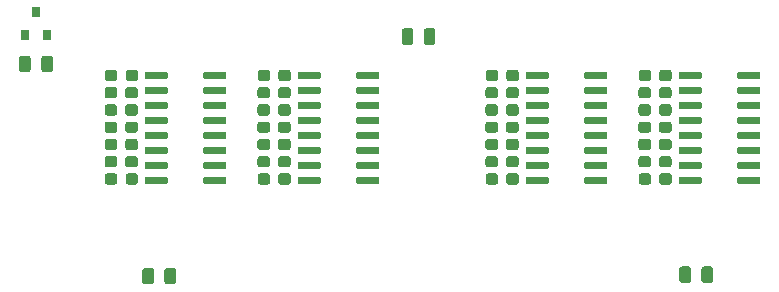
<source format=gbr>
G04 #@! TF.GenerationSoftware,KiCad,Pcbnew,(5.1.5)-2*
G04 #@! TF.CreationDate,2020-04-10T10:41:52+07:00*
G04 #@! TF.ProjectId,KIT_7SegLED_74HC595,4b49545f-3753-4656-974c-45445f373448,rev?*
G04 #@! TF.SameCoordinates,Original*
G04 #@! TF.FileFunction,Paste,Bot*
G04 #@! TF.FilePolarity,Positive*
%FSLAX46Y46*%
G04 Gerber Fmt 4.6, Leading zero omitted, Abs format (unit mm)*
G04 Created by KiCad (PCBNEW (5.1.5)-2) date 2020-04-10 10:41:52*
%MOMM*%
%LPD*%
G04 APERTURE LIST*
%ADD10C,0.100000*%
%ADD11R,0.800000X0.900000*%
G04 APERTURE END LIST*
D10*
G36*
X145003179Y-38350044D02*
G01*
X145026234Y-38353463D01*
X145048843Y-38359127D01*
X145070787Y-38366979D01*
X145091857Y-38376944D01*
X145111848Y-38388926D01*
X145130568Y-38402810D01*
X145147838Y-38418462D01*
X145163490Y-38435732D01*
X145177374Y-38454452D01*
X145189356Y-38474443D01*
X145199321Y-38495513D01*
X145207173Y-38517457D01*
X145212837Y-38540066D01*
X145216256Y-38563121D01*
X145217400Y-38586400D01*
X145217400Y-39061400D01*
X145216256Y-39084679D01*
X145212837Y-39107734D01*
X145207173Y-39130343D01*
X145199321Y-39152287D01*
X145189356Y-39173357D01*
X145177374Y-39193348D01*
X145163490Y-39212068D01*
X145147838Y-39229338D01*
X145130568Y-39244990D01*
X145111848Y-39258874D01*
X145091857Y-39270856D01*
X145070787Y-39280821D01*
X145048843Y-39288673D01*
X145026234Y-39294337D01*
X145003179Y-39297756D01*
X144979900Y-39298900D01*
X144404900Y-39298900D01*
X144381621Y-39297756D01*
X144358566Y-39294337D01*
X144335957Y-39288673D01*
X144314013Y-39280821D01*
X144292943Y-39270856D01*
X144272952Y-39258874D01*
X144254232Y-39244990D01*
X144236962Y-39229338D01*
X144221310Y-39212068D01*
X144207426Y-39193348D01*
X144195444Y-39173357D01*
X144185479Y-39152287D01*
X144177627Y-39130343D01*
X144171963Y-39107734D01*
X144168544Y-39084679D01*
X144167400Y-39061400D01*
X144167400Y-38586400D01*
X144168544Y-38563121D01*
X144171963Y-38540066D01*
X144177627Y-38517457D01*
X144185479Y-38495513D01*
X144195444Y-38474443D01*
X144207426Y-38454452D01*
X144221310Y-38435732D01*
X144236962Y-38418462D01*
X144254232Y-38402810D01*
X144272952Y-38388926D01*
X144292943Y-38376944D01*
X144314013Y-38366979D01*
X144335957Y-38359127D01*
X144358566Y-38353463D01*
X144381621Y-38350044D01*
X144404900Y-38348900D01*
X144979900Y-38348900D01*
X145003179Y-38350044D01*
G37*
G36*
X146753179Y-38350044D02*
G01*
X146776234Y-38353463D01*
X146798843Y-38359127D01*
X146820787Y-38366979D01*
X146841857Y-38376944D01*
X146861848Y-38388926D01*
X146880568Y-38402810D01*
X146897838Y-38418462D01*
X146913490Y-38435732D01*
X146927374Y-38454452D01*
X146939356Y-38474443D01*
X146949321Y-38495513D01*
X146957173Y-38517457D01*
X146962837Y-38540066D01*
X146966256Y-38563121D01*
X146967400Y-38586400D01*
X146967400Y-39061400D01*
X146966256Y-39084679D01*
X146962837Y-39107734D01*
X146957173Y-39130343D01*
X146949321Y-39152287D01*
X146939356Y-39173357D01*
X146927374Y-39193348D01*
X146913490Y-39212068D01*
X146897838Y-39229338D01*
X146880568Y-39244990D01*
X146861848Y-39258874D01*
X146841857Y-39270856D01*
X146820787Y-39280821D01*
X146798843Y-39288673D01*
X146776234Y-39294337D01*
X146753179Y-39297756D01*
X146729900Y-39298900D01*
X146154900Y-39298900D01*
X146131621Y-39297756D01*
X146108566Y-39294337D01*
X146085957Y-39288673D01*
X146064013Y-39280821D01*
X146042943Y-39270856D01*
X146022952Y-39258874D01*
X146004232Y-39244990D01*
X145986962Y-39229338D01*
X145971310Y-39212068D01*
X145957426Y-39193348D01*
X145945444Y-39173357D01*
X145935479Y-39152287D01*
X145927627Y-39130343D01*
X145921963Y-39107734D01*
X145918544Y-39084679D01*
X145917400Y-39061400D01*
X145917400Y-38586400D01*
X145918544Y-38563121D01*
X145921963Y-38540066D01*
X145927627Y-38517457D01*
X145935479Y-38495513D01*
X145945444Y-38474443D01*
X145957426Y-38454452D01*
X145971310Y-38435732D01*
X145986962Y-38418462D01*
X146004232Y-38402810D01*
X146022952Y-38388926D01*
X146042943Y-38376944D01*
X146064013Y-38366979D01*
X146085957Y-38359127D01*
X146108566Y-38353463D01*
X146131621Y-38350044D01*
X146154900Y-38348900D01*
X146729900Y-38348900D01*
X146753179Y-38350044D01*
G37*
G36*
X146767179Y-36889544D02*
G01*
X146790234Y-36892963D01*
X146812843Y-36898627D01*
X146834787Y-36906479D01*
X146855857Y-36916444D01*
X146875848Y-36928426D01*
X146894568Y-36942310D01*
X146911838Y-36957962D01*
X146927490Y-36975232D01*
X146941374Y-36993952D01*
X146953356Y-37013943D01*
X146963321Y-37035013D01*
X146971173Y-37056957D01*
X146976837Y-37079566D01*
X146980256Y-37102621D01*
X146981400Y-37125900D01*
X146981400Y-37600900D01*
X146980256Y-37624179D01*
X146976837Y-37647234D01*
X146971173Y-37669843D01*
X146963321Y-37691787D01*
X146953356Y-37712857D01*
X146941374Y-37732848D01*
X146927490Y-37751568D01*
X146911838Y-37768838D01*
X146894568Y-37784490D01*
X146875848Y-37798374D01*
X146855857Y-37810356D01*
X146834787Y-37820321D01*
X146812843Y-37828173D01*
X146790234Y-37833837D01*
X146767179Y-37837256D01*
X146743900Y-37838400D01*
X146168900Y-37838400D01*
X146145621Y-37837256D01*
X146122566Y-37833837D01*
X146099957Y-37828173D01*
X146078013Y-37820321D01*
X146056943Y-37810356D01*
X146036952Y-37798374D01*
X146018232Y-37784490D01*
X146000962Y-37768838D01*
X145985310Y-37751568D01*
X145971426Y-37732848D01*
X145959444Y-37712857D01*
X145949479Y-37691787D01*
X145941627Y-37669843D01*
X145935963Y-37647234D01*
X145932544Y-37624179D01*
X145931400Y-37600900D01*
X145931400Y-37125900D01*
X145932544Y-37102621D01*
X145935963Y-37079566D01*
X145941627Y-37056957D01*
X145949479Y-37035013D01*
X145959444Y-37013943D01*
X145971426Y-36993952D01*
X145985310Y-36975232D01*
X146000962Y-36957962D01*
X146018232Y-36942310D01*
X146036952Y-36928426D01*
X146056943Y-36916444D01*
X146078013Y-36906479D01*
X146099957Y-36898627D01*
X146122566Y-36892963D01*
X146145621Y-36889544D01*
X146168900Y-36888400D01*
X146743900Y-36888400D01*
X146767179Y-36889544D01*
G37*
G36*
X145017179Y-36889544D02*
G01*
X145040234Y-36892963D01*
X145062843Y-36898627D01*
X145084787Y-36906479D01*
X145105857Y-36916444D01*
X145125848Y-36928426D01*
X145144568Y-36942310D01*
X145161838Y-36957962D01*
X145177490Y-36975232D01*
X145191374Y-36993952D01*
X145203356Y-37013943D01*
X145213321Y-37035013D01*
X145221173Y-37056957D01*
X145226837Y-37079566D01*
X145230256Y-37102621D01*
X145231400Y-37125900D01*
X145231400Y-37600900D01*
X145230256Y-37624179D01*
X145226837Y-37647234D01*
X145221173Y-37669843D01*
X145213321Y-37691787D01*
X145203356Y-37712857D01*
X145191374Y-37732848D01*
X145177490Y-37751568D01*
X145161838Y-37768838D01*
X145144568Y-37784490D01*
X145125848Y-37798374D01*
X145105857Y-37810356D01*
X145084787Y-37820321D01*
X145062843Y-37828173D01*
X145040234Y-37833837D01*
X145017179Y-37837256D01*
X144993900Y-37838400D01*
X144418900Y-37838400D01*
X144395621Y-37837256D01*
X144372566Y-37833837D01*
X144349957Y-37828173D01*
X144328013Y-37820321D01*
X144306943Y-37810356D01*
X144286952Y-37798374D01*
X144268232Y-37784490D01*
X144250962Y-37768838D01*
X144235310Y-37751568D01*
X144221426Y-37732848D01*
X144209444Y-37712857D01*
X144199479Y-37691787D01*
X144191627Y-37669843D01*
X144185963Y-37647234D01*
X144182544Y-37624179D01*
X144181400Y-37600900D01*
X144181400Y-37125900D01*
X144182544Y-37102621D01*
X144185963Y-37079566D01*
X144191627Y-37056957D01*
X144199479Y-37035013D01*
X144209444Y-37013943D01*
X144221426Y-36993952D01*
X144235310Y-36975232D01*
X144250962Y-36957962D01*
X144268232Y-36942310D01*
X144286952Y-36928426D01*
X144306943Y-36916444D01*
X144328013Y-36906479D01*
X144349957Y-36898627D01*
X144372566Y-36892963D01*
X144395621Y-36889544D01*
X144418900Y-36888400D01*
X144993900Y-36888400D01*
X145017179Y-36889544D01*
G37*
G36*
X146767179Y-45652544D02*
G01*
X146790234Y-45655963D01*
X146812843Y-45661627D01*
X146834787Y-45669479D01*
X146855857Y-45679444D01*
X146875848Y-45691426D01*
X146894568Y-45705310D01*
X146911838Y-45720962D01*
X146927490Y-45738232D01*
X146941374Y-45756952D01*
X146953356Y-45776943D01*
X146963321Y-45798013D01*
X146971173Y-45819957D01*
X146976837Y-45842566D01*
X146980256Y-45865621D01*
X146981400Y-45888900D01*
X146981400Y-46363900D01*
X146980256Y-46387179D01*
X146976837Y-46410234D01*
X146971173Y-46432843D01*
X146963321Y-46454787D01*
X146953356Y-46475857D01*
X146941374Y-46495848D01*
X146927490Y-46514568D01*
X146911838Y-46531838D01*
X146894568Y-46547490D01*
X146875848Y-46561374D01*
X146855857Y-46573356D01*
X146834787Y-46583321D01*
X146812843Y-46591173D01*
X146790234Y-46596837D01*
X146767179Y-46600256D01*
X146743900Y-46601400D01*
X146168900Y-46601400D01*
X146145621Y-46600256D01*
X146122566Y-46596837D01*
X146099957Y-46591173D01*
X146078013Y-46583321D01*
X146056943Y-46573356D01*
X146036952Y-46561374D01*
X146018232Y-46547490D01*
X146000962Y-46531838D01*
X145985310Y-46514568D01*
X145971426Y-46495848D01*
X145959444Y-46475857D01*
X145949479Y-46454787D01*
X145941627Y-46432843D01*
X145935963Y-46410234D01*
X145932544Y-46387179D01*
X145931400Y-46363900D01*
X145931400Y-45888900D01*
X145932544Y-45865621D01*
X145935963Y-45842566D01*
X145941627Y-45819957D01*
X145949479Y-45798013D01*
X145959444Y-45776943D01*
X145971426Y-45756952D01*
X145985310Y-45738232D01*
X146000962Y-45720962D01*
X146018232Y-45705310D01*
X146036952Y-45691426D01*
X146056943Y-45679444D01*
X146078013Y-45669479D01*
X146099957Y-45661627D01*
X146122566Y-45655963D01*
X146145621Y-45652544D01*
X146168900Y-45651400D01*
X146743900Y-45651400D01*
X146767179Y-45652544D01*
G37*
G36*
X145017179Y-45652544D02*
G01*
X145040234Y-45655963D01*
X145062843Y-45661627D01*
X145084787Y-45669479D01*
X145105857Y-45679444D01*
X145125848Y-45691426D01*
X145144568Y-45705310D01*
X145161838Y-45720962D01*
X145177490Y-45738232D01*
X145191374Y-45756952D01*
X145203356Y-45776943D01*
X145213321Y-45798013D01*
X145221173Y-45819957D01*
X145226837Y-45842566D01*
X145230256Y-45865621D01*
X145231400Y-45888900D01*
X145231400Y-46363900D01*
X145230256Y-46387179D01*
X145226837Y-46410234D01*
X145221173Y-46432843D01*
X145213321Y-46454787D01*
X145203356Y-46475857D01*
X145191374Y-46495848D01*
X145177490Y-46514568D01*
X145161838Y-46531838D01*
X145144568Y-46547490D01*
X145125848Y-46561374D01*
X145105857Y-46573356D01*
X145084787Y-46583321D01*
X145062843Y-46591173D01*
X145040234Y-46596837D01*
X145017179Y-46600256D01*
X144993900Y-46601400D01*
X144418900Y-46601400D01*
X144395621Y-46600256D01*
X144372566Y-46596837D01*
X144349957Y-46591173D01*
X144328013Y-46583321D01*
X144306943Y-46573356D01*
X144286952Y-46561374D01*
X144268232Y-46547490D01*
X144250962Y-46531838D01*
X144235310Y-46514568D01*
X144221426Y-46495848D01*
X144209444Y-46475857D01*
X144199479Y-46454787D01*
X144191627Y-46432843D01*
X144185963Y-46410234D01*
X144182544Y-46387179D01*
X144181400Y-46363900D01*
X144181400Y-45888900D01*
X144182544Y-45865621D01*
X144185963Y-45842566D01*
X144191627Y-45819957D01*
X144199479Y-45798013D01*
X144209444Y-45776943D01*
X144221426Y-45756952D01*
X144235310Y-45738232D01*
X144250962Y-45720962D01*
X144268232Y-45705310D01*
X144286952Y-45691426D01*
X144306943Y-45679444D01*
X144328013Y-45669479D01*
X144349957Y-45661627D01*
X144372566Y-45655963D01*
X144395621Y-45652544D01*
X144418900Y-45651400D01*
X144993900Y-45651400D01*
X145017179Y-45652544D01*
G37*
G36*
X145003179Y-44192044D02*
G01*
X145026234Y-44195463D01*
X145048843Y-44201127D01*
X145070787Y-44208979D01*
X145091857Y-44218944D01*
X145111848Y-44230926D01*
X145130568Y-44244810D01*
X145147838Y-44260462D01*
X145163490Y-44277732D01*
X145177374Y-44296452D01*
X145189356Y-44316443D01*
X145199321Y-44337513D01*
X145207173Y-44359457D01*
X145212837Y-44382066D01*
X145216256Y-44405121D01*
X145217400Y-44428400D01*
X145217400Y-44903400D01*
X145216256Y-44926679D01*
X145212837Y-44949734D01*
X145207173Y-44972343D01*
X145199321Y-44994287D01*
X145189356Y-45015357D01*
X145177374Y-45035348D01*
X145163490Y-45054068D01*
X145147838Y-45071338D01*
X145130568Y-45086990D01*
X145111848Y-45100874D01*
X145091857Y-45112856D01*
X145070787Y-45122821D01*
X145048843Y-45130673D01*
X145026234Y-45136337D01*
X145003179Y-45139756D01*
X144979900Y-45140900D01*
X144404900Y-45140900D01*
X144381621Y-45139756D01*
X144358566Y-45136337D01*
X144335957Y-45130673D01*
X144314013Y-45122821D01*
X144292943Y-45112856D01*
X144272952Y-45100874D01*
X144254232Y-45086990D01*
X144236962Y-45071338D01*
X144221310Y-45054068D01*
X144207426Y-45035348D01*
X144195444Y-45015357D01*
X144185479Y-44994287D01*
X144177627Y-44972343D01*
X144171963Y-44949734D01*
X144168544Y-44926679D01*
X144167400Y-44903400D01*
X144167400Y-44428400D01*
X144168544Y-44405121D01*
X144171963Y-44382066D01*
X144177627Y-44359457D01*
X144185479Y-44337513D01*
X144195444Y-44316443D01*
X144207426Y-44296452D01*
X144221310Y-44277732D01*
X144236962Y-44260462D01*
X144254232Y-44244810D01*
X144272952Y-44230926D01*
X144292943Y-44218944D01*
X144314013Y-44208979D01*
X144335957Y-44201127D01*
X144358566Y-44195463D01*
X144381621Y-44192044D01*
X144404900Y-44190900D01*
X144979900Y-44190900D01*
X145003179Y-44192044D01*
G37*
G36*
X146753179Y-44192044D02*
G01*
X146776234Y-44195463D01*
X146798843Y-44201127D01*
X146820787Y-44208979D01*
X146841857Y-44218944D01*
X146861848Y-44230926D01*
X146880568Y-44244810D01*
X146897838Y-44260462D01*
X146913490Y-44277732D01*
X146927374Y-44296452D01*
X146939356Y-44316443D01*
X146949321Y-44337513D01*
X146957173Y-44359457D01*
X146962837Y-44382066D01*
X146966256Y-44405121D01*
X146967400Y-44428400D01*
X146967400Y-44903400D01*
X146966256Y-44926679D01*
X146962837Y-44949734D01*
X146957173Y-44972343D01*
X146949321Y-44994287D01*
X146939356Y-45015357D01*
X146927374Y-45035348D01*
X146913490Y-45054068D01*
X146897838Y-45071338D01*
X146880568Y-45086990D01*
X146861848Y-45100874D01*
X146841857Y-45112856D01*
X146820787Y-45122821D01*
X146798843Y-45130673D01*
X146776234Y-45136337D01*
X146753179Y-45139756D01*
X146729900Y-45140900D01*
X146154900Y-45140900D01*
X146131621Y-45139756D01*
X146108566Y-45136337D01*
X146085957Y-45130673D01*
X146064013Y-45122821D01*
X146042943Y-45112856D01*
X146022952Y-45100874D01*
X146004232Y-45086990D01*
X145986962Y-45071338D01*
X145971310Y-45054068D01*
X145957426Y-45035348D01*
X145945444Y-45015357D01*
X145935479Y-44994287D01*
X145927627Y-44972343D01*
X145921963Y-44949734D01*
X145918544Y-44926679D01*
X145917400Y-44903400D01*
X145917400Y-44428400D01*
X145918544Y-44405121D01*
X145921963Y-44382066D01*
X145927627Y-44359457D01*
X145935479Y-44337513D01*
X145945444Y-44316443D01*
X145957426Y-44296452D01*
X145971310Y-44277732D01*
X145986962Y-44260462D01*
X146004232Y-44244810D01*
X146022952Y-44230926D01*
X146042943Y-44218944D01*
X146064013Y-44208979D01*
X146085957Y-44201127D01*
X146108566Y-44195463D01*
X146131621Y-44192044D01*
X146154900Y-44190900D01*
X146729900Y-44190900D01*
X146753179Y-44192044D01*
G37*
G36*
X146753179Y-42731544D02*
G01*
X146776234Y-42734963D01*
X146798843Y-42740627D01*
X146820787Y-42748479D01*
X146841857Y-42758444D01*
X146861848Y-42770426D01*
X146880568Y-42784310D01*
X146897838Y-42799962D01*
X146913490Y-42817232D01*
X146927374Y-42835952D01*
X146939356Y-42855943D01*
X146949321Y-42877013D01*
X146957173Y-42898957D01*
X146962837Y-42921566D01*
X146966256Y-42944621D01*
X146967400Y-42967900D01*
X146967400Y-43442900D01*
X146966256Y-43466179D01*
X146962837Y-43489234D01*
X146957173Y-43511843D01*
X146949321Y-43533787D01*
X146939356Y-43554857D01*
X146927374Y-43574848D01*
X146913490Y-43593568D01*
X146897838Y-43610838D01*
X146880568Y-43626490D01*
X146861848Y-43640374D01*
X146841857Y-43652356D01*
X146820787Y-43662321D01*
X146798843Y-43670173D01*
X146776234Y-43675837D01*
X146753179Y-43679256D01*
X146729900Y-43680400D01*
X146154900Y-43680400D01*
X146131621Y-43679256D01*
X146108566Y-43675837D01*
X146085957Y-43670173D01*
X146064013Y-43662321D01*
X146042943Y-43652356D01*
X146022952Y-43640374D01*
X146004232Y-43626490D01*
X145986962Y-43610838D01*
X145971310Y-43593568D01*
X145957426Y-43574848D01*
X145945444Y-43554857D01*
X145935479Y-43533787D01*
X145927627Y-43511843D01*
X145921963Y-43489234D01*
X145918544Y-43466179D01*
X145917400Y-43442900D01*
X145917400Y-42967900D01*
X145918544Y-42944621D01*
X145921963Y-42921566D01*
X145927627Y-42898957D01*
X145935479Y-42877013D01*
X145945444Y-42855943D01*
X145957426Y-42835952D01*
X145971310Y-42817232D01*
X145986962Y-42799962D01*
X146004232Y-42784310D01*
X146022952Y-42770426D01*
X146042943Y-42758444D01*
X146064013Y-42748479D01*
X146085957Y-42740627D01*
X146108566Y-42734963D01*
X146131621Y-42731544D01*
X146154900Y-42730400D01*
X146729900Y-42730400D01*
X146753179Y-42731544D01*
G37*
G36*
X145003179Y-42731544D02*
G01*
X145026234Y-42734963D01*
X145048843Y-42740627D01*
X145070787Y-42748479D01*
X145091857Y-42758444D01*
X145111848Y-42770426D01*
X145130568Y-42784310D01*
X145147838Y-42799962D01*
X145163490Y-42817232D01*
X145177374Y-42835952D01*
X145189356Y-42855943D01*
X145199321Y-42877013D01*
X145207173Y-42898957D01*
X145212837Y-42921566D01*
X145216256Y-42944621D01*
X145217400Y-42967900D01*
X145217400Y-43442900D01*
X145216256Y-43466179D01*
X145212837Y-43489234D01*
X145207173Y-43511843D01*
X145199321Y-43533787D01*
X145189356Y-43554857D01*
X145177374Y-43574848D01*
X145163490Y-43593568D01*
X145147838Y-43610838D01*
X145130568Y-43626490D01*
X145111848Y-43640374D01*
X145091857Y-43652356D01*
X145070787Y-43662321D01*
X145048843Y-43670173D01*
X145026234Y-43675837D01*
X145003179Y-43679256D01*
X144979900Y-43680400D01*
X144404900Y-43680400D01*
X144381621Y-43679256D01*
X144358566Y-43675837D01*
X144335957Y-43670173D01*
X144314013Y-43662321D01*
X144292943Y-43652356D01*
X144272952Y-43640374D01*
X144254232Y-43626490D01*
X144236962Y-43610838D01*
X144221310Y-43593568D01*
X144207426Y-43574848D01*
X144195444Y-43554857D01*
X144185479Y-43533787D01*
X144177627Y-43511843D01*
X144171963Y-43489234D01*
X144168544Y-43466179D01*
X144167400Y-43442900D01*
X144167400Y-42967900D01*
X144168544Y-42944621D01*
X144171963Y-42921566D01*
X144177627Y-42898957D01*
X144185479Y-42877013D01*
X144195444Y-42855943D01*
X144207426Y-42835952D01*
X144221310Y-42817232D01*
X144236962Y-42799962D01*
X144254232Y-42784310D01*
X144272952Y-42770426D01*
X144292943Y-42758444D01*
X144314013Y-42748479D01*
X144335957Y-42740627D01*
X144358566Y-42734963D01*
X144381621Y-42731544D01*
X144404900Y-42730400D01*
X144979900Y-42730400D01*
X145003179Y-42731544D01*
G37*
G36*
X145003179Y-41271044D02*
G01*
X145026234Y-41274463D01*
X145048843Y-41280127D01*
X145070787Y-41287979D01*
X145091857Y-41297944D01*
X145111848Y-41309926D01*
X145130568Y-41323810D01*
X145147838Y-41339462D01*
X145163490Y-41356732D01*
X145177374Y-41375452D01*
X145189356Y-41395443D01*
X145199321Y-41416513D01*
X145207173Y-41438457D01*
X145212837Y-41461066D01*
X145216256Y-41484121D01*
X145217400Y-41507400D01*
X145217400Y-41982400D01*
X145216256Y-42005679D01*
X145212837Y-42028734D01*
X145207173Y-42051343D01*
X145199321Y-42073287D01*
X145189356Y-42094357D01*
X145177374Y-42114348D01*
X145163490Y-42133068D01*
X145147838Y-42150338D01*
X145130568Y-42165990D01*
X145111848Y-42179874D01*
X145091857Y-42191856D01*
X145070787Y-42201821D01*
X145048843Y-42209673D01*
X145026234Y-42215337D01*
X145003179Y-42218756D01*
X144979900Y-42219900D01*
X144404900Y-42219900D01*
X144381621Y-42218756D01*
X144358566Y-42215337D01*
X144335957Y-42209673D01*
X144314013Y-42201821D01*
X144292943Y-42191856D01*
X144272952Y-42179874D01*
X144254232Y-42165990D01*
X144236962Y-42150338D01*
X144221310Y-42133068D01*
X144207426Y-42114348D01*
X144195444Y-42094357D01*
X144185479Y-42073287D01*
X144177627Y-42051343D01*
X144171963Y-42028734D01*
X144168544Y-42005679D01*
X144167400Y-41982400D01*
X144167400Y-41507400D01*
X144168544Y-41484121D01*
X144171963Y-41461066D01*
X144177627Y-41438457D01*
X144185479Y-41416513D01*
X144195444Y-41395443D01*
X144207426Y-41375452D01*
X144221310Y-41356732D01*
X144236962Y-41339462D01*
X144254232Y-41323810D01*
X144272952Y-41309926D01*
X144292943Y-41297944D01*
X144314013Y-41287979D01*
X144335957Y-41280127D01*
X144358566Y-41274463D01*
X144381621Y-41271044D01*
X144404900Y-41269900D01*
X144979900Y-41269900D01*
X145003179Y-41271044D01*
G37*
G36*
X146753179Y-41271044D02*
G01*
X146776234Y-41274463D01*
X146798843Y-41280127D01*
X146820787Y-41287979D01*
X146841857Y-41297944D01*
X146861848Y-41309926D01*
X146880568Y-41323810D01*
X146897838Y-41339462D01*
X146913490Y-41356732D01*
X146927374Y-41375452D01*
X146939356Y-41395443D01*
X146949321Y-41416513D01*
X146957173Y-41438457D01*
X146962837Y-41461066D01*
X146966256Y-41484121D01*
X146967400Y-41507400D01*
X146967400Y-41982400D01*
X146966256Y-42005679D01*
X146962837Y-42028734D01*
X146957173Y-42051343D01*
X146949321Y-42073287D01*
X146939356Y-42094357D01*
X146927374Y-42114348D01*
X146913490Y-42133068D01*
X146897838Y-42150338D01*
X146880568Y-42165990D01*
X146861848Y-42179874D01*
X146841857Y-42191856D01*
X146820787Y-42201821D01*
X146798843Y-42209673D01*
X146776234Y-42215337D01*
X146753179Y-42218756D01*
X146729900Y-42219900D01*
X146154900Y-42219900D01*
X146131621Y-42218756D01*
X146108566Y-42215337D01*
X146085957Y-42209673D01*
X146064013Y-42201821D01*
X146042943Y-42191856D01*
X146022952Y-42179874D01*
X146004232Y-42165990D01*
X145986962Y-42150338D01*
X145971310Y-42133068D01*
X145957426Y-42114348D01*
X145945444Y-42094357D01*
X145935479Y-42073287D01*
X145927627Y-42051343D01*
X145921963Y-42028734D01*
X145918544Y-42005679D01*
X145917400Y-41982400D01*
X145917400Y-41507400D01*
X145918544Y-41484121D01*
X145921963Y-41461066D01*
X145927627Y-41438457D01*
X145935479Y-41416513D01*
X145945444Y-41395443D01*
X145957426Y-41375452D01*
X145971310Y-41356732D01*
X145986962Y-41339462D01*
X146004232Y-41323810D01*
X146022952Y-41309926D01*
X146042943Y-41297944D01*
X146064013Y-41287979D01*
X146085957Y-41280127D01*
X146108566Y-41274463D01*
X146131621Y-41271044D01*
X146154900Y-41269900D01*
X146729900Y-41269900D01*
X146753179Y-41271044D01*
G37*
G36*
X146753179Y-39810544D02*
G01*
X146776234Y-39813963D01*
X146798843Y-39819627D01*
X146820787Y-39827479D01*
X146841857Y-39837444D01*
X146861848Y-39849426D01*
X146880568Y-39863310D01*
X146897838Y-39878962D01*
X146913490Y-39896232D01*
X146927374Y-39914952D01*
X146939356Y-39934943D01*
X146949321Y-39956013D01*
X146957173Y-39977957D01*
X146962837Y-40000566D01*
X146966256Y-40023621D01*
X146967400Y-40046900D01*
X146967400Y-40521900D01*
X146966256Y-40545179D01*
X146962837Y-40568234D01*
X146957173Y-40590843D01*
X146949321Y-40612787D01*
X146939356Y-40633857D01*
X146927374Y-40653848D01*
X146913490Y-40672568D01*
X146897838Y-40689838D01*
X146880568Y-40705490D01*
X146861848Y-40719374D01*
X146841857Y-40731356D01*
X146820787Y-40741321D01*
X146798843Y-40749173D01*
X146776234Y-40754837D01*
X146753179Y-40758256D01*
X146729900Y-40759400D01*
X146154900Y-40759400D01*
X146131621Y-40758256D01*
X146108566Y-40754837D01*
X146085957Y-40749173D01*
X146064013Y-40741321D01*
X146042943Y-40731356D01*
X146022952Y-40719374D01*
X146004232Y-40705490D01*
X145986962Y-40689838D01*
X145971310Y-40672568D01*
X145957426Y-40653848D01*
X145945444Y-40633857D01*
X145935479Y-40612787D01*
X145927627Y-40590843D01*
X145921963Y-40568234D01*
X145918544Y-40545179D01*
X145917400Y-40521900D01*
X145917400Y-40046900D01*
X145918544Y-40023621D01*
X145921963Y-40000566D01*
X145927627Y-39977957D01*
X145935479Y-39956013D01*
X145945444Y-39934943D01*
X145957426Y-39914952D01*
X145971310Y-39896232D01*
X145986962Y-39878962D01*
X146004232Y-39863310D01*
X146022952Y-39849426D01*
X146042943Y-39837444D01*
X146064013Y-39827479D01*
X146085957Y-39819627D01*
X146108566Y-39813963D01*
X146131621Y-39810544D01*
X146154900Y-39809400D01*
X146729900Y-39809400D01*
X146753179Y-39810544D01*
G37*
G36*
X145003179Y-39810544D02*
G01*
X145026234Y-39813963D01*
X145048843Y-39819627D01*
X145070787Y-39827479D01*
X145091857Y-39837444D01*
X145111848Y-39849426D01*
X145130568Y-39863310D01*
X145147838Y-39878962D01*
X145163490Y-39896232D01*
X145177374Y-39914952D01*
X145189356Y-39934943D01*
X145199321Y-39956013D01*
X145207173Y-39977957D01*
X145212837Y-40000566D01*
X145216256Y-40023621D01*
X145217400Y-40046900D01*
X145217400Y-40521900D01*
X145216256Y-40545179D01*
X145212837Y-40568234D01*
X145207173Y-40590843D01*
X145199321Y-40612787D01*
X145189356Y-40633857D01*
X145177374Y-40653848D01*
X145163490Y-40672568D01*
X145147838Y-40689838D01*
X145130568Y-40705490D01*
X145111848Y-40719374D01*
X145091857Y-40731356D01*
X145070787Y-40741321D01*
X145048843Y-40749173D01*
X145026234Y-40754837D01*
X145003179Y-40758256D01*
X144979900Y-40759400D01*
X144404900Y-40759400D01*
X144381621Y-40758256D01*
X144358566Y-40754837D01*
X144335957Y-40749173D01*
X144314013Y-40741321D01*
X144292943Y-40731356D01*
X144272952Y-40719374D01*
X144254232Y-40705490D01*
X144236962Y-40689838D01*
X144221310Y-40672568D01*
X144207426Y-40653848D01*
X144195444Y-40633857D01*
X144185479Y-40612787D01*
X144177627Y-40590843D01*
X144171963Y-40568234D01*
X144168544Y-40545179D01*
X144167400Y-40521900D01*
X144167400Y-40046900D01*
X144168544Y-40023621D01*
X144171963Y-40000566D01*
X144177627Y-39977957D01*
X144185479Y-39956013D01*
X144195444Y-39934943D01*
X144207426Y-39914952D01*
X144221310Y-39896232D01*
X144236962Y-39878962D01*
X144254232Y-39863310D01*
X144272952Y-39849426D01*
X144292943Y-39837444D01*
X144314013Y-39827479D01*
X144335957Y-39819627D01*
X144358566Y-39813963D01*
X144381621Y-39810544D01*
X144404900Y-39809400D01*
X144979900Y-39809400D01*
X145003179Y-39810544D01*
G37*
G36*
X154341603Y-45954122D02*
G01*
X154356164Y-45956282D01*
X154370443Y-45959859D01*
X154384303Y-45964818D01*
X154397610Y-45971112D01*
X154410236Y-45978680D01*
X154422059Y-45987448D01*
X154432966Y-45997334D01*
X154442852Y-46008241D01*
X154451620Y-46020064D01*
X154459188Y-46032690D01*
X154465482Y-46045997D01*
X154470441Y-46059857D01*
X154474018Y-46074136D01*
X154476178Y-46088697D01*
X154476900Y-46103400D01*
X154476900Y-46403400D01*
X154476178Y-46418103D01*
X154474018Y-46432664D01*
X154470441Y-46446943D01*
X154465482Y-46460803D01*
X154459188Y-46474110D01*
X154451620Y-46486736D01*
X154442852Y-46498559D01*
X154432966Y-46509466D01*
X154422059Y-46519352D01*
X154410236Y-46528120D01*
X154397610Y-46535688D01*
X154384303Y-46541982D01*
X154370443Y-46546941D01*
X154356164Y-46550518D01*
X154341603Y-46552678D01*
X154326900Y-46553400D01*
X152676900Y-46553400D01*
X152662197Y-46552678D01*
X152647636Y-46550518D01*
X152633357Y-46546941D01*
X152619497Y-46541982D01*
X152606190Y-46535688D01*
X152593564Y-46528120D01*
X152581741Y-46519352D01*
X152570834Y-46509466D01*
X152560948Y-46498559D01*
X152552180Y-46486736D01*
X152544612Y-46474110D01*
X152538318Y-46460803D01*
X152533359Y-46446943D01*
X152529782Y-46432664D01*
X152527622Y-46418103D01*
X152526900Y-46403400D01*
X152526900Y-46103400D01*
X152527622Y-46088697D01*
X152529782Y-46074136D01*
X152533359Y-46059857D01*
X152538318Y-46045997D01*
X152544612Y-46032690D01*
X152552180Y-46020064D01*
X152560948Y-46008241D01*
X152570834Y-45997334D01*
X152581741Y-45987448D01*
X152593564Y-45978680D01*
X152606190Y-45971112D01*
X152619497Y-45964818D01*
X152633357Y-45959859D01*
X152647636Y-45956282D01*
X152662197Y-45954122D01*
X152676900Y-45953400D01*
X154326900Y-45953400D01*
X154341603Y-45954122D01*
G37*
G36*
X154341603Y-44684122D02*
G01*
X154356164Y-44686282D01*
X154370443Y-44689859D01*
X154384303Y-44694818D01*
X154397610Y-44701112D01*
X154410236Y-44708680D01*
X154422059Y-44717448D01*
X154432966Y-44727334D01*
X154442852Y-44738241D01*
X154451620Y-44750064D01*
X154459188Y-44762690D01*
X154465482Y-44775997D01*
X154470441Y-44789857D01*
X154474018Y-44804136D01*
X154476178Y-44818697D01*
X154476900Y-44833400D01*
X154476900Y-45133400D01*
X154476178Y-45148103D01*
X154474018Y-45162664D01*
X154470441Y-45176943D01*
X154465482Y-45190803D01*
X154459188Y-45204110D01*
X154451620Y-45216736D01*
X154442852Y-45228559D01*
X154432966Y-45239466D01*
X154422059Y-45249352D01*
X154410236Y-45258120D01*
X154397610Y-45265688D01*
X154384303Y-45271982D01*
X154370443Y-45276941D01*
X154356164Y-45280518D01*
X154341603Y-45282678D01*
X154326900Y-45283400D01*
X152676900Y-45283400D01*
X152662197Y-45282678D01*
X152647636Y-45280518D01*
X152633357Y-45276941D01*
X152619497Y-45271982D01*
X152606190Y-45265688D01*
X152593564Y-45258120D01*
X152581741Y-45249352D01*
X152570834Y-45239466D01*
X152560948Y-45228559D01*
X152552180Y-45216736D01*
X152544612Y-45204110D01*
X152538318Y-45190803D01*
X152533359Y-45176943D01*
X152529782Y-45162664D01*
X152527622Y-45148103D01*
X152526900Y-45133400D01*
X152526900Y-44833400D01*
X152527622Y-44818697D01*
X152529782Y-44804136D01*
X152533359Y-44789857D01*
X152538318Y-44775997D01*
X152544612Y-44762690D01*
X152552180Y-44750064D01*
X152560948Y-44738241D01*
X152570834Y-44727334D01*
X152581741Y-44717448D01*
X152593564Y-44708680D01*
X152606190Y-44701112D01*
X152619497Y-44694818D01*
X152633357Y-44689859D01*
X152647636Y-44686282D01*
X152662197Y-44684122D01*
X152676900Y-44683400D01*
X154326900Y-44683400D01*
X154341603Y-44684122D01*
G37*
G36*
X154341603Y-43414122D02*
G01*
X154356164Y-43416282D01*
X154370443Y-43419859D01*
X154384303Y-43424818D01*
X154397610Y-43431112D01*
X154410236Y-43438680D01*
X154422059Y-43447448D01*
X154432966Y-43457334D01*
X154442852Y-43468241D01*
X154451620Y-43480064D01*
X154459188Y-43492690D01*
X154465482Y-43505997D01*
X154470441Y-43519857D01*
X154474018Y-43534136D01*
X154476178Y-43548697D01*
X154476900Y-43563400D01*
X154476900Y-43863400D01*
X154476178Y-43878103D01*
X154474018Y-43892664D01*
X154470441Y-43906943D01*
X154465482Y-43920803D01*
X154459188Y-43934110D01*
X154451620Y-43946736D01*
X154442852Y-43958559D01*
X154432966Y-43969466D01*
X154422059Y-43979352D01*
X154410236Y-43988120D01*
X154397610Y-43995688D01*
X154384303Y-44001982D01*
X154370443Y-44006941D01*
X154356164Y-44010518D01*
X154341603Y-44012678D01*
X154326900Y-44013400D01*
X152676900Y-44013400D01*
X152662197Y-44012678D01*
X152647636Y-44010518D01*
X152633357Y-44006941D01*
X152619497Y-44001982D01*
X152606190Y-43995688D01*
X152593564Y-43988120D01*
X152581741Y-43979352D01*
X152570834Y-43969466D01*
X152560948Y-43958559D01*
X152552180Y-43946736D01*
X152544612Y-43934110D01*
X152538318Y-43920803D01*
X152533359Y-43906943D01*
X152529782Y-43892664D01*
X152527622Y-43878103D01*
X152526900Y-43863400D01*
X152526900Y-43563400D01*
X152527622Y-43548697D01*
X152529782Y-43534136D01*
X152533359Y-43519857D01*
X152538318Y-43505997D01*
X152544612Y-43492690D01*
X152552180Y-43480064D01*
X152560948Y-43468241D01*
X152570834Y-43457334D01*
X152581741Y-43447448D01*
X152593564Y-43438680D01*
X152606190Y-43431112D01*
X152619497Y-43424818D01*
X152633357Y-43419859D01*
X152647636Y-43416282D01*
X152662197Y-43414122D01*
X152676900Y-43413400D01*
X154326900Y-43413400D01*
X154341603Y-43414122D01*
G37*
G36*
X154341603Y-42144122D02*
G01*
X154356164Y-42146282D01*
X154370443Y-42149859D01*
X154384303Y-42154818D01*
X154397610Y-42161112D01*
X154410236Y-42168680D01*
X154422059Y-42177448D01*
X154432966Y-42187334D01*
X154442852Y-42198241D01*
X154451620Y-42210064D01*
X154459188Y-42222690D01*
X154465482Y-42235997D01*
X154470441Y-42249857D01*
X154474018Y-42264136D01*
X154476178Y-42278697D01*
X154476900Y-42293400D01*
X154476900Y-42593400D01*
X154476178Y-42608103D01*
X154474018Y-42622664D01*
X154470441Y-42636943D01*
X154465482Y-42650803D01*
X154459188Y-42664110D01*
X154451620Y-42676736D01*
X154442852Y-42688559D01*
X154432966Y-42699466D01*
X154422059Y-42709352D01*
X154410236Y-42718120D01*
X154397610Y-42725688D01*
X154384303Y-42731982D01*
X154370443Y-42736941D01*
X154356164Y-42740518D01*
X154341603Y-42742678D01*
X154326900Y-42743400D01*
X152676900Y-42743400D01*
X152662197Y-42742678D01*
X152647636Y-42740518D01*
X152633357Y-42736941D01*
X152619497Y-42731982D01*
X152606190Y-42725688D01*
X152593564Y-42718120D01*
X152581741Y-42709352D01*
X152570834Y-42699466D01*
X152560948Y-42688559D01*
X152552180Y-42676736D01*
X152544612Y-42664110D01*
X152538318Y-42650803D01*
X152533359Y-42636943D01*
X152529782Y-42622664D01*
X152527622Y-42608103D01*
X152526900Y-42593400D01*
X152526900Y-42293400D01*
X152527622Y-42278697D01*
X152529782Y-42264136D01*
X152533359Y-42249857D01*
X152538318Y-42235997D01*
X152544612Y-42222690D01*
X152552180Y-42210064D01*
X152560948Y-42198241D01*
X152570834Y-42187334D01*
X152581741Y-42177448D01*
X152593564Y-42168680D01*
X152606190Y-42161112D01*
X152619497Y-42154818D01*
X152633357Y-42149859D01*
X152647636Y-42146282D01*
X152662197Y-42144122D01*
X152676900Y-42143400D01*
X154326900Y-42143400D01*
X154341603Y-42144122D01*
G37*
G36*
X154341603Y-40874122D02*
G01*
X154356164Y-40876282D01*
X154370443Y-40879859D01*
X154384303Y-40884818D01*
X154397610Y-40891112D01*
X154410236Y-40898680D01*
X154422059Y-40907448D01*
X154432966Y-40917334D01*
X154442852Y-40928241D01*
X154451620Y-40940064D01*
X154459188Y-40952690D01*
X154465482Y-40965997D01*
X154470441Y-40979857D01*
X154474018Y-40994136D01*
X154476178Y-41008697D01*
X154476900Y-41023400D01*
X154476900Y-41323400D01*
X154476178Y-41338103D01*
X154474018Y-41352664D01*
X154470441Y-41366943D01*
X154465482Y-41380803D01*
X154459188Y-41394110D01*
X154451620Y-41406736D01*
X154442852Y-41418559D01*
X154432966Y-41429466D01*
X154422059Y-41439352D01*
X154410236Y-41448120D01*
X154397610Y-41455688D01*
X154384303Y-41461982D01*
X154370443Y-41466941D01*
X154356164Y-41470518D01*
X154341603Y-41472678D01*
X154326900Y-41473400D01*
X152676900Y-41473400D01*
X152662197Y-41472678D01*
X152647636Y-41470518D01*
X152633357Y-41466941D01*
X152619497Y-41461982D01*
X152606190Y-41455688D01*
X152593564Y-41448120D01*
X152581741Y-41439352D01*
X152570834Y-41429466D01*
X152560948Y-41418559D01*
X152552180Y-41406736D01*
X152544612Y-41394110D01*
X152538318Y-41380803D01*
X152533359Y-41366943D01*
X152529782Y-41352664D01*
X152527622Y-41338103D01*
X152526900Y-41323400D01*
X152526900Y-41023400D01*
X152527622Y-41008697D01*
X152529782Y-40994136D01*
X152533359Y-40979857D01*
X152538318Y-40965997D01*
X152544612Y-40952690D01*
X152552180Y-40940064D01*
X152560948Y-40928241D01*
X152570834Y-40917334D01*
X152581741Y-40907448D01*
X152593564Y-40898680D01*
X152606190Y-40891112D01*
X152619497Y-40884818D01*
X152633357Y-40879859D01*
X152647636Y-40876282D01*
X152662197Y-40874122D01*
X152676900Y-40873400D01*
X154326900Y-40873400D01*
X154341603Y-40874122D01*
G37*
G36*
X154341603Y-39604122D02*
G01*
X154356164Y-39606282D01*
X154370443Y-39609859D01*
X154384303Y-39614818D01*
X154397610Y-39621112D01*
X154410236Y-39628680D01*
X154422059Y-39637448D01*
X154432966Y-39647334D01*
X154442852Y-39658241D01*
X154451620Y-39670064D01*
X154459188Y-39682690D01*
X154465482Y-39695997D01*
X154470441Y-39709857D01*
X154474018Y-39724136D01*
X154476178Y-39738697D01*
X154476900Y-39753400D01*
X154476900Y-40053400D01*
X154476178Y-40068103D01*
X154474018Y-40082664D01*
X154470441Y-40096943D01*
X154465482Y-40110803D01*
X154459188Y-40124110D01*
X154451620Y-40136736D01*
X154442852Y-40148559D01*
X154432966Y-40159466D01*
X154422059Y-40169352D01*
X154410236Y-40178120D01*
X154397610Y-40185688D01*
X154384303Y-40191982D01*
X154370443Y-40196941D01*
X154356164Y-40200518D01*
X154341603Y-40202678D01*
X154326900Y-40203400D01*
X152676900Y-40203400D01*
X152662197Y-40202678D01*
X152647636Y-40200518D01*
X152633357Y-40196941D01*
X152619497Y-40191982D01*
X152606190Y-40185688D01*
X152593564Y-40178120D01*
X152581741Y-40169352D01*
X152570834Y-40159466D01*
X152560948Y-40148559D01*
X152552180Y-40136736D01*
X152544612Y-40124110D01*
X152538318Y-40110803D01*
X152533359Y-40096943D01*
X152529782Y-40082664D01*
X152527622Y-40068103D01*
X152526900Y-40053400D01*
X152526900Y-39753400D01*
X152527622Y-39738697D01*
X152529782Y-39724136D01*
X152533359Y-39709857D01*
X152538318Y-39695997D01*
X152544612Y-39682690D01*
X152552180Y-39670064D01*
X152560948Y-39658241D01*
X152570834Y-39647334D01*
X152581741Y-39637448D01*
X152593564Y-39628680D01*
X152606190Y-39621112D01*
X152619497Y-39614818D01*
X152633357Y-39609859D01*
X152647636Y-39606282D01*
X152662197Y-39604122D01*
X152676900Y-39603400D01*
X154326900Y-39603400D01*
X154341603Y-39604122D01*
G37*
G36*
X154341603Y-38334122D02*
G01*
X154356164Y-38336282D01*
X154370443Y-38339859D01*
X154384303Y-38344818D01*
X154397610Y-38351112D01*
X154410236Y-38358680D01*
X154422059Y-38367448D01*
X154432966Y-38377334D01*
X154442852Y-38388241D01*
X154451620Y-38400064D01*
X154459188Y-38412690D01*
X154465482Y-38425997D01*
X154470441Y-38439857D01*
X154474018Y-38454136D01*
X154476178Y-38468697D01*
X154476900Y-38483400D01*
X154476900Y-38783400D01*
X154476178Y-38798103D01*
X154474018Y-38812664D01*
X154470441Y-38826943D01*
X154465482Y-38840803D01*
X154459188Y-38854110D01*
X154451620Y-38866736D01*
X154442852Y-38878559D01*
X154432966Y-38889466D01*
X154422059Y-38899352D01*
X154410236Y-38908120D01*
X154397610Y-38915688D01*
X154384303Y-38921982D01*
X154370443Y-38926941D01*
X154356164Y-38930518D01*
X154341603Y-38932678D01*
X154326900Y-38933400D01*
X152676900Y-38933400D01*
X152662197Y-38932678D01*
X152647636Y-38930518D01*
X152633357Y-38926941D01*
X152619497Y-38921982D01*
X152606190Y-38915688D01*
X152593564Y-38908120D01*
X152581741Y-38899352D01*
X152570834Y-38889466D01*
X152560948Y-38878559D01*
X152552180Y-38866736D01*
X152544612Y-38854110D01*
X152538318Y-38840803D01*
X152533359Y-38826943D01*
X152529782Y-38812664D01*
X152527622Y-38798103D01*
X152526900Y-38783400D01*
X152526900Y-38483400D01*
X152527622Y-38468697D01*
X152529782Y-38454136D01*
X152533359Y-38439857D01*
X152538318Y-38425997D01*
X152544612Y-38412690D01*
X152552180Y-38400064D01*
X152560948Y-38388241D01*
X152570834Y-38377334D01*
X152581741Y-38367448D01*
X152593564Y-38358680D01*
X152606190Y-38351112D01*
X152619497Y-38344818D01*
X152633357Y-38339859D01*
X152647636Y-38336282D01*
X152662197Y-38334122D01*
X152676900Y-38333400D01*
X154326900Y-38333400D01*
X154341603Y-38334122D01*
G37*
G36*
X154341603Y-37064122D02*
G01*
X154356164Y-37066282D01*
X154370443Y-37069859D01*
X154384303Y-37074818D01*
X154397610Y-37081112D01*
X154410236Y-37088680D01*
X154422059Y-37097448D01*
X154432966Y-37107334D01*
X154442852Y-37118241D01*
X154451620Y-37130064D01*
X154459188Y-37142690D01*
X154465482Y-37155997D01*
X154470441Y-37169857D01*
X154474018Y-37184136D01*
X154476178Y-37198697D01*
X154476900Y-37213400D01*
X154476900Y-37513400D01*
X154476178Y-37528103D01*
X154474018Y-37542664D01*
X154470441Y-37556943D01*
X154465482Y-37570803D01*
X154459188Y-37584110D01*
X154451620Y-37596736D01*
X154442852Y-37608559D01*
X154432966Y-37619466D01*
X154422059Y-37629352D01*
X154410236Y-37638120D01*
X154397610Y-37645688D01*
X154384303Y-37651982D01*
X154370443Y-37656941D01*
X154356164Y-37660518D01*
X154341603Y-37662678D01*
X154326900Y-37663400D01*
X152676900Y-37663400D01*
X152662197Y-37662678D01*
X152647636Y-37660518D01*
X152633357Y-37656941D01*
X152619497Y-37651982D01*
X152606190Y-37645688D01*
X152593564Y-37638120D01*
X152581741Y-37629352D01*
X152570834Y-37619466D01*
X152560948Y-37608559D01*
X152552180Y-37596736D01*
X152544612Y-37584110D01*
X152538318Y-37570803D01*
X152533359Y-37556943D01*
X152529782Y-37542664D01*
X152527622Y-37528103D01*
X152526900Y-37513400D01*
X152526900Y-37213400D01*
X152527622Y-37198697D01*
X152529782Y-37184136D01*
X152533359Y-37169857D01*
X152538318Y-37155997D01*
X152544612Y-37142690D01*
X152552180Y-37130064D01*
X152560948Y-37118241D01*
X152570834Y-37107334D01*
X152581741Y-37097448D01*
X152593564Y-37088680D01*
X152606190Y-37081112D01*
X152619497Y-37074818D01*
X152633357Y-37069859D01*
X152647636Y-37066282D01*
X152662197Y-37064122D01*
X152676900Y-37063400D01*
X154326900Y-37063400D01*
X154341603Y-37064122D01*
G37*
G36*
X149391603Y-37064122D02*
G01*
X149406164Y-37066282D01*
X149420443Y-37069859D01*
X149434303Y-37074818D01*
X149447610Y-37081112D01*
X149460236Y-37088680D01*
X149472059Y-37097448D01*
X149482966Y-37107334D01*
X149492852Y-37118241D01*
X149501620Y-37130064D01*
X149509188Y-37142690D01*
X149515482Y-37155997D01*
X149520441Y-37169857D01*
X149524018Y-37184136D01*
X149526178Y-37198697D01*
X149526900Y-37213400D01*
X149526900Y-37513400D01*
X149526178Y-37528103D01*
X149524018Y-37542664D01*
X149520441Y-37556943D01*
X149515482Y-37570803D01*
X149509188Y-37584110D01*
X149501620Y-37596736D01*
X149492852Y-37608559D01*
X149482966Y-37619466D01*
X149472059Y-37629352D01*
X149460236Y-37638120D01*
X149447610Y-37645688D01*
X149434303Y-37651982D01*
X149420443Y-37656941D01*
X149406164Y-37660518D01*
X149391603Y-37662678D01*
X149376900Y-37663400D01*
X147726900Y-37663400D01*
X147712197Y-37662678D01*
X147697636Y-37660518D01*
X147683357Y-37656941D01*
X147669497Y-37651982D01*
X147656190Y-37645688D01*
X147643564Y-37638120D01*
X147631741Y-37629352D01*
X147620834Y-37619466D01*
X147610948Y-37608559D01*
X147602180Y-37596736D01*
X147594612Y-37584110D01*
X147588318Y-37570803D01*
X147583359Y-37556943D01*
X147579782Y-37542664D01*
X147577622Y-37528103D01*
X147576900Y-37513400D01*
X147576900Y-37213400D01*
X147577622Y-37198697D01*
X147579782Y-37184136D01*
X147583359Y-37169857D01*
X147588318Y-37155997D01*
X147594612Y-37142690D01*
X147602180Y-37130064D01*
X147610948Y-37118241D01*
X147620834Y-37107334D01*
X147631741Y-37097448D01*
X147643564Y-37088680D01*
X147656190Y-37081112D01*
X147669497Y-37074818D01*
X147683357Y-37069859D01*
X147697636Y-37066282D01*
X147712197Y-37064122D01*
X147726900Y-37063400D01*
X149376900Y-37063400D01*
X149391603Y-37064122D01*
G37*
G36*
X149391603Y-38334122D02*
G01*
X149406164Y-38336282D01*
X149420443Y-38339859D01*
X149434303Y-38344818D01*
X149447610Y-38351112D01*
X149460236Y-38358680D01*
X149472059Y-38367448D01*
X149482966Y-38377334D01*
X149492852Y-38388241D01*
X149501620Y-38400064D01*
X149509188Y-38412690D01*
X149515482Y-38425997D01*
X149520441Y-38439857D01*
X149524018Y-38454136D01*
X149526178Y-38468697D01*
X149526900Y-38483400D01*
X149526900Y-38783400D01*
X149526178Y-38798103D01*
X149524018Y-38812664D01*
X149520441Y-38826943D01*
X149515482Y-38840803D01*
X149509188Y-38854110D01*
X149501620Y-38866736D01*
X149492852Y-38878559D01*
X149482966Y-38889466D01*
X149472059Y-38899352D01*
X149460236Y-38908120D01*
X149447610Y-38915688D01*
X149434303Y-38921982D01*
X149420443Y-38926941D01*
X149406164Y-38930518D01*
X149391603Y-38932678D01*
X149376900Y-38933400D01*
X147726900Y-38933400D01*
X147712197Y-38932678D01*
X147697636Y-38930518D01*
X147683357Y-38926941D01*
X147669497Y-38921982D01*
X147656190Y-38915688D01*
X147643564Y-38908120D01*
X147631741Y-38899352D01*
X147620834Y-38889466D01*
X147610948Y-38878559D01*
X147602180Y-38866736D01*
X147594612Y-38854110D01*
X147588318Y-38840803D01*
X147583359Y-38826943D01*
X147579782Y-38812664D01*
X147577622Y-38798103D01*
X147576900Y-38783400D01*
X147576900Y-38483400D01*
X147577622Y-38468697D01*
X147579782Y-38454136D01*
X147583359Y-38439857D01*
X147588318Y-38425997D01*
X147594612Y-38412690D01*
X147602180Y-38400064D01*
X147610948Y-38388241D01*
X147620834Y-38377334D01*
X147631741Y-38367448D01*
X147643564Y-38358680D01*
X147656190Y-38351112D01*
X147669497Y-38344818D01*
X147683357Y-38339859D01*
X147697636Y-38336282D01*
X147712197Y-38334122D01*
X147726900Y-38333400D01*
X149376900Y-38333400D01*
X149391603Y-38334122D01*
G37*
G36*
X149391603Y-39604122D02*
G01*
X149406164Y-39606282D01*
X149420443Y-39609859D01*
X149434303Y-39614818D01*
X149447610Y-39621112D01*
X149460236Y-39628680D01*
X149472059Y-39637448D01*
X149482966Y-39647334D01*
X149492852Y-39658241D01*
X149501620Y-39670064D01*
X149509188Y-39682690D01*
X149515482Y-39695997D01*
X149520441Y-39709857D01*
X149524018Y-39724136D01*
X149526178Y-39738697D01*
X149526900Y-39753400D01*
X149526900Y-40053400D01*
X149526178Y-40068103D01*
X149524018Y-40082664D01*
X149520441Y-40096943D01*
X149515482Y-40110803D01*
X149509188Y-40124110D01*
X149501620Y-40136736D01*
X149492852Y-40148559D01*
X149482966Y-40159466D01*
X149472059Y-40169352D01*
X149460236Y-40178120D01*
X149447610Y-40185688D01*
X149434303Y-40191982D01*
X149420443Y-40196941D01*
X149406164Y-40200518D01*
X149391603Y-40202678D01*
X149376900Y-40203400D01*
X147726900Y-40203400D01*
X147712197Y-40202678D01*
X147697636Y-40200518D01*
X147683357Y-40196941D01*
X147669497Y-40191982D01*
X147656190Y-40185688D01*
X147643564Y-40178120D01*
X147631741Y-40169352D01*
X147620834Y-40159466D01*
X147610948Y-40148559D01*
X147602180Y-40136736D01*
X147594612Y-40124110D01*
X147588318Y-40110803D01*
X147583359Y-40096943D01*
X147579782Y-40082664D01*
X147577622Y-40068103D01*
X147576900Y-40053400D01*
X147576900Y-39753400D01*
X147577622Y-39738697D01*
X147579782Y-39724136D01*
X147583359Y-39709857D01*
X147588318Y-39695997D01*
X147594612Y-39682690D01*
X147602180Y-39670064D01*
X147610948Y-39658241D01*
X147620834Y-39647334D01*
X147631741Y-39637448D01*
X147643564Y-39628680D01*
X147656190Y-39621112D01*
X147669497Y-39614818D01*
X147683357Y-39609859D01*
X147697636Y-39606282D01*
X147712197Y-39604122D01*
X147726900Y-39603400D01*
X149376900Y-39603400D01*
X149391603Y-39604122D01*
G37*
G36*
X149391603Y-40874122D02*
G01*
X149406164Y-40876282D01*
X149420443Y-40879859D01*
X149434303Y-40884818D01*
X149447610Y-40891112D01*
X149460236Y-40898680D01*
X149472059Y-40907448D01*
X149482966Y-40917334D01*
X149492852Y-40928241D01*
X149501620Y-40940064D01*
X149509188Y-40952690D01*
X149515482Y-40965997D01*
X149520441Y-40979857D01*
X149524018Y-40994136D01*
X149526178Y-41008697D01*
X149526900Y-41023400D01*
X149526900Y-41323400D01*
X149526178Y-41338103D01*
X149524018Y-41352664D01*
X149520441Y-41366943D01*
X149515482Y-41380803D01*
X149509188Y-41394110D01*
X149501620Y-41406736D01*
X149492852Y-41418559D01*
X149482966Y-41429466D01*
X149472059Y-41439352D01*
X149460236Y-41448120D01*
X149447610Y-41455688D01*
X149434303Y-41461982D01*
X149420443Y-41466941D01*
X149406164Y-41470518D01*
X149391603Y-41472678D01*
X149376900Y-41473400D01*
X147726900Y-41473400D01*
X147712197Y-41472678D01*
X147697636Y-41470518D01*
X147683357Y-41466941D01*
X147669497Y-41461982D01*
X147656190Y-41455688D01*
X147643564Y-41448120D01*
X147631741Y-41439352D01*
X147620834Y-41429466D01*
X147610948Y-41418559D01*
X147602180Y-41406736D01*
X147594612Y-41394110D01*
X147588318Y-41380803D01*
X147583359Y-41366943D01*
X147579782Y-41352664D01*
X147577622Y-41338103D01*
X147576900Y-41323400D01*
X147576900Y-41023400D01*
X147577622Y-41008697D01*
X147579782Y-40994136D01*
X147583359Y-40979857D01*
X147588318Y-40965997D01*
X147594612Y-40952690D01*
X147602180Y-40940064D01*
X147610948Y-40928241D01*
X147620834Y-40917334D01*
X147631741Y-40907448D01*
X147643564Y-40898680D01*
X147656190Y-40891112D01*
X147669497Y-40884818D01*
X147683357Y-40879859D01*
X147697636Y-40876282D01*
X147712197Y-40874122D01*
X147726900Y-40873400D01*
X149376900Y-40873400D01*
X149391603Y-40874122D01*
G37*
G36*
X149391603Y-42144122D02*
G01*
X149406164Y-42146282D01*
X149420443Y-42149859D01*
X149434303Y-42154818D01*
X149447610Y-42161112D01*
X149460236Y-42168680D01*
X149472059Y-42177448D01*
X149482966Y-42187334D01*
X149492852Y-42198241D01*
X149501620Y-42210064D01*
X149509188Y-42222690D01*
X149515482Y-42235997D01*
X149520441Y-42249857D01*
X149524018Y-42264136D01*
X149526178Y-42278697D01*
X149526900Y-42293400D01*
X149526900Y-42593400D01*
X149526178Y-42608103D01*
X149524018Y-42622664D01*
X149520441Y-42636943D01*
X149515482Y-42650803D01*
X149509188Y-42664110D01*
X149501620Y-42676736D01*
X149492852Y-42688559D01*
X149482966Y-42699466D01*
X149472059Y-42709352D01*
X149460236Y-42718120D01*
X149447610Y-42725688D01*
X149434303Y-42731982D01*
X149420443Y-42736941D01*
X149406164Y-42740518D01*
X149391603Y-42742678D01*
X149376900Y-42743400D01*
X147726900Y-42743400D01*
X147712197Y-42742678D01*
X147697636Y-42740518D01*
X147683357Y-42736941D01*
X147669497Y-42731982D01*
X147656190Y-42725688D01*
X147643564Y-42718120D01*
X147631741Y-42709352D01*
X147620834Y-42699466D01*
X147610948Y-42688559D01*
X147602180Y-42676736D01*
X147594612Y-42664110D01*
X147588318Y-42650803D01*
X147583359Y-42636943D01*
X147579782Y-42622664D01*
X147577622Y-42608103D01*
X147576900Y-42593400D01*
X147576900Y-42293400D01*
X147577622Y-42278697D01*
X147579782Y-42264136D01*
X147583359Y-42249857D01*
X147588318Y-42235997D01*
X147594612Y-42222690D01*
X147602180Y-42210064D01*
X147610948Y-42198241D01*
X147620834Y-42187334D01*
X147631741Y-42177448D01*
X147643564Y-42168680D01*
X147656190Y-42161112D01*
X147669497Y-42154818D01*
X147683357Y-42149859D01*
X147697636Y-42146282D01*
X147712197Y-42144122D01*
X147726900Y-42143400D01*
X149376900Y-42143400D01*
X149391603Y-42144122D01*
G37*
G36*
X149391603Y-43414122D02*
G01*
X149406164Y-43416282D01*
X149420443Y-43419859D01*
X149434303Y-43424818D01*
X149447610Y-43431112D01*
X149460236Y-43438680D01*
X149472059Y-43447448D01*
X149482966Y-43457334D01*
X149492852Y-43468241D01*
X149501620Y-43480064D01*
X149509188Y-43492690D01*
X149515482Y-43505997D01*
X149520441Y-43519857D01*
X149524018Y-43534136D01*
X149526178Y-43548697D01*
X149526900Y-43563400D01*
X149526900Y-43863400D01*
X149526178Y-43878103D01*
X149524018Y-43892664D01*
X149520441Y-43906943D01*
X149515482Y-43920803D01*
X149509188Y-43934110D01*
X149501620Y-43946736D01*
X149492852Y-43958559D01*
X149482966Y-43969466D01*
X149472059Y-43979352D01*
X149460236Y-43988120D01*
X149447610Y-43995688D01*
X149434303Y-44001982D01*
X149420443Y-44006941D01*
X149406164Y-44010518D01*
X149391603Y-44012678D01*
X149376900Y-44013400D01*
X147726900Y-44013400D01*
X147712197Y-44012678D01*
X147697636Y-44010518D01*
X147683357Y-44006941D01*
X147669497Y-44001982D01*
X147656190Y-43995688D01*
X147643564Y-43988120D01*
X147631741Y-43979352D01*
X147620834Y-43969466D01*
X147610948Y-43958559D01*
X147602180Y-43946736D01*
X147594612Y-43934110D01*
X147588318Y-43920803D01*
X147583359Y-43906943D01*
X147579782Y-43892664D01*
X147577622Y-43878103D01*
X147576900Y-43863400D01*
X147576900Y-43563400D01*
X147577622Y-43548697D01*
X147579782Y-43534136D01*
X147583359Y-43519857D01*
X147588318Y-43505997D01*
X147594612Y-43492690D01*
X147602180Y-43480064D01*
X147610948Y-43468241D01*
X147620834Y-43457334D01*
X147631741Y-43447448D01*
X147643564Y-43438680D01*
X147656190Y-43431112D01*
X147669497Y-43424818D01*
X147683357Y-43419859D01*
X147697636Y-43416282D01*
X147712197Y-43414122D01*
X147726900Y-43413400D01*
X149376900Y-43413400D01*
X149391603Y-43414122D01*
G37*
G36*
X149391603Y-44684122D02*
G01*
X149406164Y-44686282D01*
X149420443Y-44689859D01*
X149434303Y-44694818D01*
X149447610Y-44701112D01*
X149460236Y-44708680D01*
X149472059Y-44717448D01*
X149482966Y-44727334D01*
X149492852Y-44738241D01*
X149501620Y-44750064D01*
X149509188Y-44762690D01*
X149515482Y-44775997D01*
X149520441Y-44789857D01*
X149524018Y-44804136D01*
X149526178Y-44818697D01*
X149526900Y-44833400D01*
X149526900Y-45133400D01*
X149526178Y-45148103D01*
X149524018Y-45162664D01*
X149520441Y-45176943D01*
X149515482Y-45190803D01*
X149509188Y-45204110D01*
X149501620Y-45216736D01*
X149492852Y-45228559D01*
X149482966Y-45239466D01*
X149472059Y-45249352D01*
X149460236Y-45258120D01*
X149447610Y-45265688D01*
X149434303Y-45271982D01*
X149420443Y-45276941D01*
X149406164Y-45280518D01*
X149391603Y-45282678D01*
X149376900Y-45283400D01*
X147726900Y-45283400D01*
X147712197Y-45282678D01*
X147697636Y-45280518D01*
X147683357Y-45276941D01*
X147669497Y-45271982D01*
X147656190Y-45265688D01*
X147643564Y-45258120D01*
X147631741Y-45249352D01*
X147620834Y-45239466D01*
X147610948Y-45228559D01*
X147602180Y-45216736D01*
X147594612Y-45204110D01*
X147588318Y-45190803D01*
X147583359Y-45176943D01*
X147579782Y-45162664D01*
X147577622Y-45148103D01*
X147576900Y-45133400D01*
X147576900Y-44833400D01*
X147577622Y-44818697D01*
X147579782Y-44804136D01*
X147583359Y-44789857D01*
X147588318Y-44775997D01*
X147594612Y-44762690D01*
X147602180Y-44750064D01*
X147610948Y-44738241D01*
X147620834Y-44727334D01*
X147631741Y-44717448D01*
X147643564Y-44708680D01*
X147656190Y-44701112D01*
X147669497Y-44694818D01*
X147683357Y-44689859D01*
X147697636Y-44686282D01*
X147712197Y-44684122D01*
X147726900Y-44683400D01*
X149376900Y-44683400D01*
X149391603Y-44684122D01*
G37*
G36*
X149391603Y-45954122D02*
G01*
X149406164Y-45956282D01*
X149420443Y-45959859D01*
X149434303Y-45964818D01*
X149447610Y-45971112D01*
X149460236Y-45978680D01*
X149472059Y-45987448D01*
X149482966Y-45997334D01*
X149492852Y-46008241D01*
X149501620Y-46020064D01*
X149509188Y-46032690D01*
X149515482Y-46045997D01*
X149520441Y-46059857D01*
X149524018Y-46074136D01*
X149526178Y-46088697D01*
X149526900Y-46103400D01*
X149526900Y-46403400D01*
X149526178Y-46418103D01*
X149524018Y-46432664D01*
X149520441Y-46446943D01*
X149515482Y-46460803D01*
X149509188Y-46474110D01*
X149501620Y-46486736D01*
X149492852Y-46498559D01*
X149482966Y-46509466D01*
X149472059Y-46519352D01*
X149460236Y-46528120D01*
X149447610Y-46535688D01*
X149434303Y-46541982D01*
X149420443Y-46546941D01*
X149406164Y-46550518D01*
X149391603Y-46552678D01*
X149376900Y-46553400D01*
X147726900Y-46553400D01*
X147712197Y-46552678D01*
X147697636Y-46550518D01*
X147683357Y-46546941D01*
X147669497Y-46541982D01*
X147656190Y-46535688D01*
X147643564Y-46528120D01*
X147631741Y-46519352D01*
X147620834Y-46509466D01*
X147610948Y-46498559D01*
X147602180Y-46486736D01*
X147594612Y-46474110D01*
X147588318Y-46460803D01*
X147583359Y-46446943D01*
X147579782Y-46432664D01*
X147577622Y-46418103D01*
X147576900Y-46403400D01*
X147576900Y-46103400D01*
X147577622Y-46088697D01*
X147579782Y-46074136D01*
X147583359Y-46059857D01*
X147588318Y-46045997D01*
X147594612Y-46032690D01*
X147602180Y-46020064D01*
X147610948Y-46008241D01*
X147620834Y-45997334D01*
X147631741Y-45987448D01*
X147643564Y-45978680D01*
X147656190Y-45971112D01*
X147669497Y-45964818D01*
X147683357Y-45959859D01*
X147697636Y-45956282D01*
X147712197Y-45954122D01*
X147726900Y-45953400D01*
X149376900Y-45953400D01*
X149391603Y-45954122D01*
G37*
G36*
X157954880Y-36888943D02*
G01*
X157977935Y-36892362D01*
X158000544Y-36898026D01*
X158022488Y-36905878D01*
X158043558Y-36915843D01*
X158063549Y-36927825D01*
X158082269Y-36941709D01*
X158099539Y-36957361D01*
X158115191Y-36974631D01*
X158129075Y-36993351D01*
X158141057Y-37013342D01*
X158151022Y-37034412D01*
X158158874Y-37056356D01*
X158164538Y-37078965D01*
X158167957Y-37102020D01*
X158169101Y-37125299D01*
X158169101Y-37600299D01*
X158167957Y-37623578D01*
X158164538Y-37646633D01*
X158158874Y-37669242D01*
X158151022Y-37691186D01*
X158141057Y-37712256D01*
X158129075Y-37732247D01*
X158115191Y-37750967D01*
X158099539Y-37768237D01*
X158082269Y-37783889D01*
X158063549Y-37797773D01*
X158043558Y-37809755D01*
X158022488Y-37819720D01*
X158000544Y-37827572D01*
X157977935Y-37833236D01*
X157954880Y-37836655D01*
X157931601Y-37837799D01*
X157356601Y-37837799D01*
X157333322Y-37836655D01*
X157310267Y-37833236D01*
X157287658Y-37827572D01*
X157265714Y-37819720D01*
X157244644Y-37809755D01*
X157224653Y-37797773D01*
X157205933Y-37783889D01*
X157188663Y-37768237D01*
X157173011Y-37750967D01*
X157159127Y-37732247D01*
X157147145Y-37712256D01*
X157137180Y-37691186D01*
X157129328Y-37669242D01*
X157123664Y-37646633D01*
X157120245Y-37623578D01*
X157119101Y-37600299D01*
X157119101Y-37125299D01*
X157120245Y-37102020D01*
X157123664Y-37078965D01*
X157129328Y-37056356D01*
X157137180Y-37034412D01*
X157147145Y-37013342D01*
X157159127Y-36993351D01*
X157173011Y-36974631D01*
X157188663Y-36957361D01*
X157205933Y-36941709D01*
X157224653Y-36927825D01*
X157244644Y-36915843D01*
X157265714Y-36905878D01*
X157287658Y-36898026D01*
X157310267Y-36892362D01*
X157333322Y-36888943D01*
X157356601Y-36887799D01*
X157931601Y-36887799D01*
X157954880Y-36888943D01*
G37*
G36*
X159704880Y-36888943D02*
G01*
X159727935Y-36892362D01*
X159750544Y-36898026D01*
X159772488Y-36905878D01*
X159793558Y-36915843D01*
X159813549Y-36927825D01*
X159832269Y-36941709D01*
X159849539Y-36957361D01*
X159865191Y-36974631D01*
X159879075Y-36993351D01*
X159891057Y-37013342D01*
X159901022Y-37034412D01*
X159908874Y-37056356D01*
X159914538Y-37078965D01*
X159917957Y-37102020D01*
X159919101Y-37125299D01*
X159919101Y-37600299D01*
X159917957Y-37623578D01*
X159914538Y-37646633D01*
X159908874Y-37669242D01*
X159901022Y-37691186D01*
X159891057Y-37712256D01*
X159879075Y-37732247D01*
X159865191Y-37750967D01*
X159849539Y-37768237D01*
X159832269Y-37783889D01*
X159813549Y-37797773D01*
X159793558Y-37809755D01*
X159772488Y-37819720D01*
X159750544Y-37827572D01*
X159727935Y-37833236D01*
X159704880Y-37836655D01*
X159681601Y-37837799D01*
X159106601Y-37837799D01*
X159083322Y-37836655D01*
X159060267Y-37833236D01*
X159037658Y-37827572D01*
X159015714Y-37819720D01*
X158994644Y-37809755D01*
X158974653Y-37797773D01*
X158955933Y-37783889D01*
X158938663Y-37768237D01*
X158923011Y-37750967D01*
X158909127Y-37732247D01*
X158897145Y-37712256D01*
X158887180Y-37691186D01*
X158879328Y-37669242D01*
X158873664Y-37646633D01*
X158870245Y-37623578D01*
X158869101Y-37600299D01*
X158869101Y-37125299D01*
X158870245Y-37102020D01*
X158873664Y-37078965D01*
X158879328Y-37056356D01*
X158887180Y-37034412D01*
X158897145Y-37013342D01*
X158909127Y-36993351D01*
X158923011Y-36974631D01*
X158938663Y-36957361D01*
X158955933Y-36941709D01*
X158974653Y-36927825D01*
X158994644Y-36915843D01*
X159015714Y-36905878D01*
X159037658Y-36898026D01*
X159060267Y-36892362D01*
X159083322Y-36888943D01*
X159106601Y-36887799D01*
X159681601Y-36887799D01*
X159704880Y-36888943D01*
G37*
G36*
X157954880Y-45651943D02*
G01*
X157977935Y-45655362D01*
X158000544Y-45661026D01*
X158022488Y-45668878D01*
X158043558Y-45678843D01*
X158063549Y-45690825D01*
X158082269Y-45704709D01*
X158099539Y-45720361D01*
X158115191Y-45737631D01*
X158129075Y-45756351D01*
X158141057Y-45776342D01*
X158151022Y-45797412D01*
X158158874Y-45819356D01*
X158164538Y-45841965D01*
X158167957Y-45865020D01*
X158169101Y-45888299D01*
X158169101Y-46363299D01*
X158167957Y-46386578D01*
X158164538Y-46409633D01*
X158158874Y-46432242D01*
X158151022Y-46454186D01*
X158141057Y-46475256D01*
X158129075Y-46495247D01*
X158115191Y-46513967D01*
X158099539Y-46531237D01*
X158082269Y-46546889D01*
X158063549Y-46560773D01*
X158043558Y-46572755D01*
X158022488Y-46582720D01*
X158000544Y-46590572D01*
X157977935Y-46596236D01*
X157954880Y-46599655D01*
X157931601Y-46600799D01*
X157356601Y-46600799D01*
X157333322Y-46599655D01*
X157310267Y-46596236D01*
X157287658Y-46590572D01*
X157265714Y-46582720D01*
X157244644Y-46572755D01*
X157224653Y-46560773D01*
X157205933Y-46546889D01*
X157188663Y-46531237D01*
X157173011Y-46513967D01*
X157159127Y-46495247D01*
X157147145Y-46475256D01*
X157137180Y-46454186D01*
X157129328Y-46432242D01*
X157123664Y-46409633D01*
X157120245Y-46386578D01*
X157119101Y-46363299D01*
X157119101Y-45888299D01*
X157120245Y-45865020D01*
X157123664Y-45841965D01*
X157129328Y-45819356D01*
X157137180Y-45797412D01*
X157147145Y-45776342D01*
X157159127Y-45756351D01*
X157173011Y-45737631D01*
X157188663Y-45720361D01*
X157205933Y-45704709D01*
X157224653Y-45690825D01*
X157244644Y-45678843D01*
X157265714Y-45668878D01*
X157287658Y-45661026D01*
X157310267Y-45655362D01*
X157333322Y-45651943D01*
X157356601Y-45650799D01*
X157931601Y-45650799D01*
X157954880Y-45651943D01*
G37*
G36*
X159704880Y-45651943D02*
G01*
X159727935Y-45655362D01*
X159750544Y-45661026D01*
X159772488Y-45668878D01*
X159793558Y-45678843D01*
X159813549Y-45690825D01*
X159832269Y-45704709D01*
X159849539Y-45720361D01*
X159865191Y-45737631D01*
X159879075Y-45756351D01*
X159891057Y-45776342D01*
X159901022Y-45797412D01*
X159908874Y-45819356D01*
X159914538Y-45841965D01*
X159917957Y-45865020D01*
X159919101Y-45888299D01*
X159919101Y-46363299D01*
X159917957Y-46386578D01*
X159914538Y-46409633D01*
X159908874Y-46432242D01*
X159901022Y-46454186D01*
X159891057Y-46475256D01*
X159879075Y-46495247D01*
X159865191Y-46513967D01*
X159849539Y-46531237D01*
X159832269Y-46546889D01*
X159813549Y-46560773D01*
X159793558Y-46572755D01*
X159772488Y-46582720D01*
X159750544Y-46590572D01*
X159727935Y-46596236D01*
X159704880Y-46599655D01*
X159681601Y-46600799D01*
X159106601Y-46600799D01*
X159083322Y-46599655D01*
X159060267Y-46596236D01*
X159037658Y-46590572D01*
X159015714Y-46582720D01*
X158994644Y-46572755D01*
X158974653Y-46560773D01*
X158955933Y-46546889D01*
X158938663Y-46531237D01*
X158923011Y-46513967D01*
X158909127Y-46495247D01*
X158897145Y-46475256D01*
X158887180Y-46454186D01*
X158879328Y-46432242D01*
X158873664Y-46409633D01*
X158870245Y-46386578D01*
X158869101Y-46363299D01*
X158869101Y-45888299D01*
X158870245Y-45865020D01*
X158873664Y-45841965D01*
X158879328Y-45819356D01*
X158887180Y-45797412D01*
X158897145Y-45776342D01*
X158909127Y-45756351D01*
X158923011Y-45737631D01*
X158938663Y-45720361D01*
X158955933Y-45704709D01*
X158974653Y-45690825D01*
X158994644Y-45678843D01*
X159015714Y-45668878D01*
X159037658Y-45661026D01*
X159060267Y-45655362D01*
X159083322Y-45651943D01*
X159106601Y-45650799D01*
X159681601Y-45650799D01*
X159704880Y-45651943D01*
G37*
G36*
X159690880Y-44191443D02*
G01*
X159713935Y-44194862D01*
X159736544Y-44200526D01*
X159758488Y-44208378D01*
X159779558Y-44218343D01*
X159799549Y-44230325D01*
X159818269Y-44244209D01*
X159835539Y-44259861D01*
X159851191Y-44277131D01*
X159865075Y-44295851D01*
X159877057Y-44315842D01*
X159887022Y-44336912D01*
X159894874Y-44358856D01*
X159900538Y-44381465D01*
X159903957Y-44404520D01*
X159905101Y-44427799D01*
X159905101Y-44902799D01*
X159903957Y-44926078D01*
X159900538Y-44949133D01*
X159894874Y-44971742D01*
X159887022Y-44993686D01*
X159877057Y-45014756D01*
X159865075Y-45034747D01*
X159851191Y-45053467D01*
X159835539Y-45070737D01*
X159818269Y-45086389D01*
X159799549Y-45100273D01*
X159779558Y-45112255D01*
X159758488Y-45122220D01*
X159736544Y-45130072D01*
X159713935Y-45135736D01*
X159690880Y-45139155D01*
X159667601Y-45140299D01*
X159092601Y-45140299D01*
X159069322Y-45139155D01*
X159046267Y-45135736D01*
X159023658Y-45130072D01*
X159001714Y-45122220D01*
X158980644Y-45112255D01*
X158960653Y-45100273D01*
X158941933Y-45086389D01*
X158924663Y-45070737D01*
X158909011Y-45053467D01*
X158895127Y-45034747D01*
X158883145Y-45014756D01*
X158873180Y-44993686D01*
X158865328Y-44971742D01*
X158859664Y-44949133D01*
X158856245Y-44926078D01*
X158855101Y-44902799D01*
X158855101Y-44427799D01*
X158856245Y-44404520D01*
X158859664Y-44381465D01*
X158865328Y-44358856D01*
X158873180Y-44336912D01*
X158883145Y-44315842D01*
X158895127Y-44295851D01*
X158909011Y-44277131D01*
X158924663Y-44259861D01*
X158941933Y-44244209D01*
X158960653Y-44230325D01*
X158980644Y-44218343D01*
X159001714Y-44208378D01*
X159023658Y-44200526D01*
X159046267Y-44194862D01*
X159069322Y-44191443D01*
X159092601Y-44190299D01*
X159667601Y-44190299D01*
X159690880Y-44191443D01*
G37*
G36*
X157940880Y-44191443D02*
G01*
X157963935Y-44194862D01*
X157986544Y-44200526D01*
X158008488Y-44208378D01*
X158029558Y-44218343D01*
X158049549Y-44230325D01*
X158068269Y-44244209D01*
X158085539Y-44259861D01*
X158101191Y-44277131D01*
X158115075Y-44295851D01*
X158127057Y-44315842D01*
X158137022Y-44336912D01*
X158144874Y-44358856D01*
X158150538Y-44381465D01*
X158153957Y-44404520D01*
X158155101Y-44427799D01*
X158155101Y-44902799D01*
X158153957Y-44926078D01*
X158150538Y-44949133D01*
X158144874Y-44971742D01*
X158137022Y-44993686D01*
X158127057Y-45014756D01*
X158115075Y-45034747D01*
X158101191Y-45053467D01*
X158085539Y-45070737D01*
X158068269Y-45086389D01*
X158049549Y-45100273D01*
X158029558Y-45112255D01*
X158008488Y-45122220D01*
X157986544Y-45130072D01*
X157963935Y-45135736D01*
X157940880Y-45139155D01*
X157917601Y-45140299D01*
X157342601Y-45140299D01*
X157319322Y-45139155D01*
X157296267Y-45135736D01*
X157273658Y-45130072D01*
X157251714Y-45122220D01*
X157230644Y-45112255D01*
X157210653Y-45100273D01*
X157191933Y-45086389D01*
X157174663Y-45070737D01*
X157159011Y-45053467D01*
X157145127Y-45034747D01*
X157133145Y-45014756D01*
X157123180Y-44993686D01*
X157115328Y-44971742D01*
X157109664Y-44949133D01*
X157106245Y-44926078D01*
X157105101Y-44902799D01*
X157105101Y-44427799D01*
X157106245Y-44404520D01*
X157109664Y-44381465D01*
X157115328Y-44358856D01*
X157123180Y-44336912D01*
X157133145Y-44315842D01*
X157145127Y-44295851D01*
X157159011Y-44277131D01*
X157174663Y-44259861D01*
X157191933Y-44244209D01*
X157210653Y-44230325D01*
X157230644Y-44218343D01*
X157251714Y-44208378D01*
X157273658Y-44200526D01*
X157296267Y-44194862D01*
X157319322Y-44191443D01*
X157342601Y-44190299D01*
X157917601Y-44190299D01*
X157940880Y-44191443D01*
G37*
G36*
X157940880Y-42730943D02*
G01*
X157963935Y-42734362D01*
X157986544Y-42740026D01*
X158008488Y-42747878D01*
X158029558Y-42757843D01*
X158049549Y-42769825D01*
X158068269Y-42783709D01*
X158085539Y-42799361D01*
X158101191Y-42816631D01*
X158115075Y-42835351D01*
X158127057Y-42855342D01*
X158137022Y-42876412D01*
X158144874Y-42898356D01*
X158150538Y-42920965D01*
X158153957Y-42944020D01*
X158155101Y-42967299D01*
X158155101Y-43442299D01*
X158153957Y-43465578D01*
X158150538Y-43488633D01*
X158144874Y-43511242D01*
X158137022Y-43533186D01*
X158127057Y-43554256D01*
X158115075Y-43574247D01*
X158101191Y-43592967D01*
X158085539Y-43610237D01*
X158068269Y-43625889D01*
X158049549Y-43639773D01*
X158029558Y-43651755D01*
X158008488Y-43661720D01*
X157986544Y-43669572D01*
X157963935Y-43675236D01*
X157940880Y-43678655D01*
X157917601Y-43679799D01*
X157342601Y-43679799D01*
X157319322Y-43678655D01*
X157296267Y-43675236D01*
X157273658Y-43669572D01*
X157251714Y-43661720D01*
X157230644Y-43651755D01*
X157210653Y-43639773D01*
X157191933Y-43625889D01*
X157174663Y-43610237D01*
X157159011Y-43592967D01*
X157145127Y-43574247D01*
X157133145Y-43554256D01*
X157123180Y-43533186D01*
X157115328Y-43511242D01*
X157109664Y-43488633D01*
X157106245Y-43465578D01*
X157105101Y-43442299D01*
X157105101Y-42967299D01*
X157106245Y-42944020D01*
X157109664Y-42920965D01*
X157115328Y-42898356D01*
X157123180Y-42876412D01*
X157133145Y-42855342D01*
X157145127Y-42835351D01*
X157159011Y-42816631D01*
X157174663Y-42799361D01*
X157191933Y-42783709D01*
X157210653Y-42769825D01*
X157230644Y-42757843D01*
X157251714Y-42747878D01*
X157273658Y-42740026D01*
X157296267Y-42734362D01*
X157319322Y-42730943D01*
X157342601Y-42729799D01*
X157917601Y-42729799D01*
X157940880Y-42730943D01*
G37*
G36*
X159690880Y-42730943D02*
G01*
X159713935Y-42734362D01*
X159736544Y-42740026D01*
X159758488Y-42747878D01*
X159779558Y-42757843D01*
X159799549Y-42769825D01*
X159818269Y-42783709D01*
X159835539Y-42799361D01*
X159851191Y-42816631D01*
X159865075Y-42835351D01*
X159877057Y-42855342D01*
X159887022Y-42876412D01*
X159894874Y-42898356D01*
X159900538Y-42920965D01*
X159903957Y-42944020D01*
X159905101Y-42967299D01*
X159905101Y-43442299D01*
X159903957Y-43465578D01*
X159900538Y-43488633D01*
X159894874Y-43511242D01*
X159887022Y-43533186D01*
X159877057Y-43554256D01*
X159865075Y-43574247D01*
X159851191Y-43592967D01*
X159835539Y-43610237D01*
X159818269Y-43625889D01*
X159799549Y-43639773D01*
X159779558Y-43651755D01*
X159758488Y-43661720D01*
X159736544Y-43669572D01*
X159713935Y-43675236D01*
X159690880Y-43678655D01*
X159667601Y-43679799D01*
X159092601Y-43679799D01*
X159069322Y-43678655D01*
X159046267Y-43675236D01*
X159023658Y-43669572D01*
X159001714Y-43661720D01*
X158980644Y-43651755D01*
X158960653Y-43639773D01*
X158941933Y-43625889D01*
X158924663Y-43610237D01*
X158909011Y-43592967D01*
X158895127Y-43574247D01*
X158883145Y-43554256D01*
X158873180Y-43533186D01*
X158865328Y-43511242D01*
X158859664Y-43488633D01*
X158856245Y-43465578D01*
X158855101Y-43442299D01*
X158855101Y-42967299D01*
X158856245Y-42944020D01*
X158859664Y-42920965D01*
X158865328Y-42898356D01*
X158873180Y-42876412D01*
X158883145Y-42855342D01*
X158895127Y-42835351D01*
X158909011Y-42816631D01*
X158924663Y-42799361D01*
X158941933Y-42783709D01*
X158960653Y-42769825D01*
X158980644Y-42757843D01*
X159001714Y-42747878D01*
X159023658Y-42740026D01*
X159046267Y-42734362D01*
X159069322Y-42730943D01*
X159092601Y-42729799D01*
X159667601Y-42729799D01*
X159690880Y-42730943D01*
G37*
G36*
X159690880Y-41270443D02*
G01*
X159713935Y-41273862D01*
X159736544Y-41279526D01*
X159758488Y-41287378D01*
X159779558Y-41297343D01*
X159799549Y-41309325D01*
X159818269Y-41323209D01*
X159835539Y-41338861D01*
X159851191Y-41356131D01*
X159865075Y-41374851D01*
X159877057Y-41394842D01*
X159887022Y-41415912D01*
X159894874Y-41437856D01*
X159900538Y-41460465D01*
X159903957Y-41483520D01*
X159905101Y-41506799D01*
X159905101Y-41981799D01*
X159903957Y-42005078D01*
X159900538Y-42028133D01*
X159894874Y-42050742D01*
X159887022Y-42072686D01*
X159877057Y-42093756D01*
X159865075Y-42113747D01*
X159851191Y-42132467D01*
X159835539Y-42149737D01*
X159818269Y-42165389D01*
X159799549Y-42179273D01*
X159779558Y-42191255D01*
X159758488Y-42201220D01*
X159736544Y-42209072D01*
X159713935Y-42214736D01*
X159690880Y-42218155D01*
X159667601Y-42219299D01*
X159092601Y-42219299D01*
X159069322Y-42218155D01*
X159046267Y-42214736D01*
X159023658Y-42209072D01*
X159001714Y-42201220D01*
X158980644Y-42191255D01*
X158960653Y-42179273D01*
X158941933Y-42165389D01*
X158924663Y-42149737D01*
X158909011Y-42132467D01*
X158895127Y-42113747D01*
X158883145Y-42093756D01*
X158873180Y-42072686D01*
X158865328Y-42050742D01*
X158859664Y-42028133D01*
X158856245Y-42005078D01*
X158855101Y-41981799D01*
X158855101Y-41506799D01*
X158856245Y-41483520D01*
X158859664Y-41460465D01*
X158865328Y-41437856D01*
X158873180Y-41415912D01*
X158883145Y-41394842D01*
X158895127Y-41374851D01*
X158909011Y-41356131D01*
X158924663Y-41338861D01*
X158941933Y-41323209D01*
X158960653Y-41309325D01*
X158980644Y-41297343D01*
X159001714Y-41287378D01*
X159023658Y-41279526D01*
X159046267Y-41273862D01*
X159069322Y-41270443D01*
X159092601Y-41269299D01*
X159667601Y-41269299D01*
X159690880Y-41270443D01*
G37*
G36*
X157940880Y-41270443D02*
G01*
X157963935Y-41273862D01*
X157986544Y-41279526D01*
X158008488Y-41287378D01*
X158029558Y-41297343D01*
X158049549Y-41309325D01*
X158068269Y-41323209D01*
X158085539Y-41338861D01*
X158101191Y-41356131D01*
X158115075Y-41374851D01*
X158127057Y-41394842D01*
X158137022Y-41415912D01*
X158144874Y-41437856D01*
X158150538Y-41460465D01*
X158153957Y-41483520D01*
X158155101Y-41506799D01*
X158155101Y-41981799D01*
X158153957Y-42005078D01*
X158150538Y-42028133D01*
X158144874Y-42050742D01*
X158137022Y-42072686D01*
X158127057Y-42093756D01*
X158115075Y-42113747D01*
X158101191Y-42132467D01*
X158085539Y-42149737D01*
X158068269Y-42165389D01*
X158049549Y-42179273D01*
X158029558Y-42191255D01*
X158008488Y-42201220D01*
X157986544Y-42209072D01*
X157963935Y-42214736D01*
X157940880Y-42218155D01*
X157917601Y-42219299D01*
X157342601Y-42219299D01*
X157319322Y-42218155D01*
X157296267Y-42214736D01*
X157273658Y-42209072D01*
X157251714Y-42201220D01*
X157230644Y-42191255D01*
X157210653Y-42179273D01*
X157191933Y-42165389D01*
X157174663Y-42149737D01*
X157159011Y-42132467D01*
X157145127Y-42113747D01*
X157133145Y-42093756D01*
X157123180Y-42072686D01*
X157115328Y-42050742D01*
X157109664Y-42028133D01*
X157106245Y-42005078D01*
X157105101Y-41981799D01*
X157105101Y-41506799D01*
X157106245Y-41483520D01*
X157109664Y-41460465D01*
X157115328Y-41437856D01*
X157123180Y-41415912D01*
X157133145Y-41394842D01*
X157145127Y-41374851D01*
X157159011Y-41356131D01*
X157174663Y-41338861D01*
X157191933Y-41323209D01*
X157210653Y-41309325D01*
X157230644Y-41297343D01*
X157251714Y-41287378D01*
X157273658Y-41279526D01*
X157296267Y-41273862D01*
X157319322Y-41270443D01*
X157342601Y-41269299D01*
X157917601Y-41269299D01*
X157940880Y-41270443D01*
G37*
G36*
X157940880Y-39809943D02*
G01*
X157963935Y-39813362D01*
X157986544Y-39819026D01*
X158008488Y-39826878D01*
X158029558Y-39836843D01*
X158049549Y-39848825D01*
X158068269Y-39862709D01*
X158085539Y-39878361D01*
X158101191Y-39895631D01*
X158115075Y-39914351D01*
X158127057Y-39934342D01*
X158137022Y-39955412D01*
X158144874Y-39977356D01*
X158150538Y-39999965D01*
X158153957Y-40023020D01*
X158155101Y-40046299D01*
X158155101Y-40521299D01*
X158153957Y-40544578D01*
X158150538Y-40567633D01*
X158144874Y-40590242D01*
X158137022Y-40612186D01*
X158127057Y-40633256D01*
X158115075Y-40653247D01*
X158101191Y-40671967D01*
X158085539Y-40689237D01*
X158068269Y-40704889D01*
X158049549Y-40718773D01*
X158029558Y-40730755D01*
X158008488Y-40740720D01*
X157986544Y-40748572D01*
X157963935Y-40754236D01*
X157940880Y-40757655D01*
X157917601Y-40758799D01*
X157342601Y-40758799D01*
X157319322Y-40757655D01*
X157296267Y-40754236D01*
X157273658Y-40748572D01*
X157251714Y-40740720D01*
X157230644Y-40730755D01*
X157210653Y-40718773D01*
X157191933Y-40704889D01*
X157174663Y-40689237D01*
X157159011Y-40671967D01*
X157145127Y-40653247D01*
X157133145Y-40633256D01*
X157123180Y-40612186D01*
X157115328Y-40590242D01*
X157109664Y-40567633D01*
X157106245Y-40544578D01*
X157105101Y-40521299D01*
X157105101Y-40046299D01*
X157106245Y-40023020D01*
X157109664Y-39999965D01*
X157115328Y-39977356D01*
X157123180Y-39955412D01*
X157133145Y-39934342D01*
X157145127Y-39914351D01*
X157159011Y-39895631D01*
X157174663Y-39878361D01*
X157191933Y-39862709D01*
X157210653Y-39848825D01*
X157230644Y-39836843D01*
X157251714Y-39826878D01*
X157273658Y-39819026D01*
X157296267Y-39813362D01*
X157319322Y-39809943D01*
X157342601Y-39808799D01*
X157917601Y-39808799D01*
X157940880Y-39809943D01*
G37*
G36*
X159690880Y-39809943D02*
G01*
X159713935Y-39813362D01*
X159736544Y-39819026D01*
X159758488Y-39826878D01*
X159779558Y-39836843D01*
X159799549Y-39848825D01*
X159818269Y-39862709D01*
X159835539Y-39878361D01*
X159851191Y-39895631D01*
X159865075Y-39914351D01*
X159877057Y-39934342D01*
X159887022Y-39955412D01*
X159894874Y-39977356D01*
X159900538Y-39999965D01*
X159903957Y-40023020D01*
X159905101Y-40046299D01*
X159905101Y-40521299D01*
X159903957Y-40544578D01*
X159900538Y-40567633D01*
X159894874Y-40590242D01*
X159887022Y-40612186D01*
X159877057Y-40633256D01*
X159865075Y-40653247D01*
X159851191Y-40671967D01*
X159835539Y-40689237D01*
X159818269Y-40704889D01*
X159799549Y-40718773D01*
X159779558Y-40730755D01*
X159758488Y-40740720D01*
X159736544Y-40748572D01*
X159713935Y-40754236D01*
X159690880Y-40757655D01*
X159667601Y-40758799D01*
X159092601Y-40758799D01*
X159069322Y-40757655D01*
X159046267Y-40754236D01*
X159023658Y-40748572D01*
X159001714Y-40740720D01*
X158980644Y-40730755D01*
X158960653Y-40718773D01*
X158941933Y-40704889D01*
X158924663Y-40689237D01*
X158909011Y-40671967D01*
X158895127Y-40653247D01*
X158883145Y-40633256D01*
X158873180Y-40612186D01*
X158865328Y-40590242D01*
X158859664Y-40567633D01*
X158856245Y-40544578D01*
X158855101Y-40521299D01*
X158855101Y-40046299D01*
X158856245Y-40023020D01*
X158859664Y-39999965D01*
X158865328Y-39977356D01*
X158873180Y-39955412D01*
X158883145Y-39934342D01*
X158895127Y-39914351D01*
X158909011Y-39895631D01*
X158924663Y-39878361D01*
X158941933Y-39862709D01*
X158960653Y-39848825D01*
X158980644Y-39836843D01*
X159001714Y-39826878D01*
X159023658Y-39819026D01*
X159046267Y-39813362D01*
X159069322Y-39809943D01*
X159092601Y-39808799D01*
X159667601Y-39808799D01*
X159690880Y-39809943D01*
G37*
G36*
X159690880Y-38349443D02*
G01*
X159713935Y-38352862D01*
X159736544Y-38358526D01*
X159758488Y-38366378D01*
X159779558Y-38376343D01*
X159799549Y-38388325D01*
X159818269Y-38402209D01*
X159835539Y-38417861D01*
X159851191Y-38435131D01*
X159865075Y-38453851D01*
X159877057Y-38473842D01*
X159887022Y-38494912D01*
X159894874Y-38516856D01*
X159900538Y-38539465D01*
X159903957Y-38562520D01*
X159905101Y-38585799D01*
X159905101Y-39060799D01*
X159903957Y-39084078D01*
X159900538Y-39107133D01*
X159894874Y-39129742D01*
X159887022Y-39151686D01*
X159877057Y-39172756D01*
X159865075Y-39192747D01*
X159851191Y-39211467D01*
X159835539Y-39228737D01*
X159818269Y-39244389D01*
X159799549Y-39258273D01*
X159779558Y-39270255D01*
X159758488Y-39280220D01*
X159736544Y-39288072D01*
X159713935Y-39293736D01*
X159690880Y-39297155D01*
X159667601Y-39298299D01*
X159092601Y-39298299D01*
X159069322Y-39297155D01*
X159046267Y-39293736D01*
X159023658Y-39288072D01*
X159001714Y-39280220D01*
X158980644Y-39270255D01*
X158960653Y-39258273D01*
X158941933Y-39244389D01*
X158924663Y-39228737D01*
X158909011Y-39211467D01*
X158895127Y-39192747D01*
X158883145Y-39172756D01*
X158873180Y-39151686D01*
X158865328Y-39129742D01*
X158859664Y-39107133D01*
X158856245Y-39084078D01*
X158855101Y-39060799D01*
X158855101Y-38585799D01*
X158856245Y-38562520D01*
X158859664Y-38539465D01*
X158865328Y-38516856D01*
X158873180Y-38494912D01*
X158883145Y-38473842D01*
X158895127Y-38453851D01*
X158909011Y-38435131D01*
X158924663Y-38417861D01*
X158941933Y-38402209D01*
X158960653Y-38388325D01*
X158980644Y-38376343D01*
X159001714Y-38366378D01*
X159023658Y-38358526D01*
X159046267Y-38352862D01*
X159069322Y-38349443D01*
X159092601Y-38348299D01*
X159667601Y-38348299D01*
X159690880Y-38349443D01*
G37*
G36*
X157940880Y-38349443D02*
G01*
X157963935Y-38352862D01*
X157986544Y-38358526D01*
X158008488Y-38366378D01*
X158029558Y-38376343D01*
X158049549Y-38388325D01*
X158068269Y-38402209D01*
X158085539Y-38417861D01*
X158101191Y-38435131D01*
X158115075Y-38453851D01*
X158127057Y-38473842D01*
X158137022Y-38494912D01*
X158144874Y-38516856D01*
X158150538Y-38539465D01*
X158153957Y-38562520D01*
X158155101Y-38585799D01*
X158155101Y-39060799D01*
X158153957Y-39084078D01*
X158150538Y-39107133D01*
X158144874Y-39129742D01*
X158137022Y-39151686D01*
X158127057Y-39172756D01*
X158115075Y-39192747D01*
X158101191Y-39211467D01*
X158085539Y-39228737D01*
X158068269Y-39244389D01*
X158049549Y-39258273D01*
X158029558Y-39270255D01*
X158008488Y-39280220D01*
X157986544Y-39288072D01*
X157963935Y-39293736D01*
X157940880Y-39297155D01*
X157917601Y-39298299D01*
X157342601Y-39298299D01*
X157319322Y-39297155D01*
X157296267Y-39293736D01*
X157273658Y-39288072D01*
X157251714Y-39280220D01*
X157230644Y-39270255D01*
X157210653Y-39258273D01*
X157191933Y-39244389D01*
X157174663Y-39228737D01*
X157159011Y-39211467D01*
X157145127Y-39192747D01*
X157133145Y-39172756D01*
X157123180Y-39151686D01*
X157115328Y-39129742D01*
X157109664Y-39107133D01*
X157106245Y-39084078D01*
X157105101Y-39060799D01*
X157105101Y-38585799D01*
X157106245Y-38562520D01*
X157109664Y-38539465D01*
X157115328Y-38516856D01*
X157123180Y-38494912D01*
X157133145Y-38473842D01*
X157145127Y-38453851D01*
X157159011Y-38435131D01*
X157174663Y-38417861D01*
X157191933Y-38402209D01*
X157210653Y-38388325D01*
X157230644Y-38376343D01*
X157251714Y-38366378D01*
X157273658Y-38358526D01*
X157296267Y-38352862D01*
X157319322Y-38349443D01*
X157342601Y-38348299D01*
X157917601Y-38348299D01*
X157940880Y-38349443D01*
G37*
G36*
X167279304Y-45953521D02*
G01*
X167293865Y-45955681D01*
X167308144Y-45959258D01*
X167322004Y-45964217D01*
X167335311Y-45970511D01*
X167347937Y-45978079D01*
X167359760Y-45986847D01*
X167370667Y-45996733D01*
X167380553Y-46007640D01*
X167389321Y-46019463D01*
X167396889Y-46032089D01*
X167403183Y-46045396D01*
X167408142Y-46059256D01*
X167411719Y-46073535D01*
X167413879Y-46088096D01*
X167414601Y-46102799D01*
X167414601Y-46402799D01*
X167413879Y-46417502D01*
X167411719Y-46432063D01*
X167408142Y-46446342D01*
X167403183Y-46460202D01*
X167396889Y-46473509D01*
X167389321Y-46486135D01*
X167380553Y-46497958D01*
X167370667Y-46508865D01*
X167359760Y-46518751D01*
X167347937Y-46527519D01*
X167335311Y-46535087D01*
X167322004Y-46541381D01*
X167308144Y-46546340D01*
X167293865Y-46549917D01*
X167279304Y-46552077D01*
X167264601Y-46552799D01*
X165614601Y-46552799D01*
X165599898Y-46552077D01*
X165585337Y-46549917D01*
X165571058Y-46546340D01*
X165557198Y-46541381D01*
X165543891Y-46535087D01*
X165531265Y-46527519D01*
X165519442Y-46518751D01*
X165508535Y-46508865D01*
X165498649Y-46497958D01*
X165489881Y-46486135D01*
X165482313Y-46473509D01*
X165476019Y-46460202D01*
X165471060Y-46446342D01*
X165467483Y-46432063D01*
X165465323Y-46417502D01*
X165464601Y-46402799D01*
X165464601Y-46102799D01*
X165465323Y-46088096D01*
X165467483Y-46073535D01*
X165471060Y-46059256D01*
X165476019Y-46045396D01*
X165482313Y-46032089D01*
X165489881Y-46019463D01*
X165498649Y-46007640D01*
X165508535Y-45996733D01*
X165519442Y-45986847D01*
X165531265Y-45978079D01*
X165543891Y-45970511D01*
X165557198Y-45964217D01*
X165571058Y-45959258D01*
X165585337Y-45955681D01*
X165599898Y-45953521D01*
X165614601Y-45952799D01*
X167264601Y-45952799D01*
X167279304Y-45953521D01*
G37*
G36*
X167279304Y-44683521D02*
G01*
X167293865Y-44685681D01*
X167308144Y-44689258D01*
X167322004Y-44694217D01*
X167335311Y-44700511D01*
X167347937Y-44708079D01*
X167359760Y-44716847D01*
X167370667Y-44726733D01*
X167380553Y-44737640D01*
X167389321Y-44749463D01*
X167396889Y-44762089D01*
X167403183Y-44775396D01*
X167408142Y-44789256D01*
X167411719Y-44803535D01*
X167413879Y-44818096D01*
X167414601Y-44832799D01*
X167414601Y-45132799D01*
X167413879Y-45147502D01*
X167411719Y-45162063D01*
X167408142Y-45176342D01*
X167403183Y-45190202D01*
X167396889Y-45203509D01*
X167389321Y-45216135D01*
X167380553Y-45227958D01*
X167370667Y-45238865D01*
X167359760Y-45248751D01*
X167347937Y-45257519D01*
X167335311Y-45265087D01*
X167322004Y-45271381D01*
X167308144Y-45276340D01*
X167293865Y-45279917D01*
X167279304Y-45282077D01*
X167264601Y-45282799D01*
X165614601Y-45282799D01*
X165599898Y-45282077D01*
X165585337Y-45279917D01*
X165571058Y-45276340D01*
X165557198Y-45271381D01*
X165543891Y-45265087D01*
X165531265Y-45257519D01*
X165519442Y-45248751D01*
X165508535Y-45238865D01*
X165498649Y-45227958D01*
X165489881Y-45216135D01*
X165482313Y-45203509D01*
X165476019Y-45190202D01*
X165471060Y-45176342D01*
X165467483Y-45162063D01*
X165465323Y-45147502D01*
X165464601Y-45132799D01*
X165464601Y-44832799D01*
X165465323Y-44818096D01*
X165467483Y-44803535D01*
X165471060Y-44789256D01*
X165476019Y-44775396D01*
X165482313Y-44762089D01*
X165489881Y-44749463D01*
X165498649Y-44737640D01*
X165508535Y-44726733D01*
X165519442Y-44716847D01*
X165531265Y-44708079D01*
X165543891Y-44700511D01*
X165557198Y-44694217D01*
X165571058Y-44689258D01*
X165585337Y-44685681D01*
X165599898Y-44683521D01*
X165614601Y-44682799D01*
X167264601Y-44682799D01*
X167279304Y-44683521D01*
G37*
G36*
X167279304Y-43413521D02*
G01*
X167293865Y-43415681D01*
X167308144Y-43419258D01*
X167322004Y-43424217D01*
X167335311Y-43430511D01*
X167347937Y-43438079D01*
X167359760Y-43446847D01*
X167370667Y-43456733D01*
X167380553Y-43467640D01*
X167389321Y-43479463D01*
X167396889Y-43492089D01*
X167403183Y-43505396D01*
X167408142Y-43519256D01*
X167411719Y-43533535D01*
X167413879Y-43548096D01*
X167414601Y-43562799D01*
X167414601Y-43862799D01*
X167413879Y-43877502D01*
X167411719Y-43892063D01*
X167408142Y-43906342D01*
X167403183Y-43920202D01*
X167396889Y-43933509D01*
X167389321Y-43946135D01*
X167380553Y-43957958D01*
X167370667Y-43968865D01*
X167359760Y-43978751D01*
X167347937Y-43987519D01*
X167335311Y-43995087D01*
X167322004Y-44001381D01*
X167308144Y-44006340D01*
X167293865Y-44009917D01*
X167279304Y-44012077D01*
X167264601Y-44012799D01*
X165614601Y-44012799D01*
X165599898Y-44012077D01*
X165585337Y-44009917D01*
X165571058Y-44006340D01*
X165557198Y-44001381D01*
X165543891Y-43995087D01*
X165531265Y-43987519D01*
X165519442Y-43978751D01*
X165508535Y-43968865D01*
X165498649Y-43957958D01*
X165489881Y-43946135D01*
X165482313Y-43933509D01*
X165476019Y-43920202D01*
X165471060Y-43906342D01*
X165467483Y-43892063D01*
X165465323Y-43877502D01*
X165464601Y-43862799D01*
X165464601Y-43562799D01*
X165465323Y-43548096D01*
X165467483Y-43533535D01*
X165471060Y-43519256D01*
X165476019Y-43505396D01*
X165482313Y-43492089D01*
X165489881Y-43479463D01*
X165498649Y-43467640D01*
X165508535Y-43456733D01*
X165519442Y-43446847D01*
X165531265Y-43438079D01*
X165543891Y-43430511D01*
X165557198Y-43424217D01*
X165571058Y-43419258D01*
X165585337Y-43415681D01*
X165599898Y-43413521D01*
X165614601Y-43412799D01*
X167264601Y-43412799D01*
X167279304Y-43413521D01*
G37*
G36*
X167279304Y-42143521D02*
G01*
X167293865Y-42145681D01*
X167308144Y-42149258D01*
X167322004Y-42154217D01*
X167335311Y-42160511D01*
X167347937Y-42168079D01*
X167359760Y-42176847D01*
X167370667Y-42186733D01*
X167380553Y-42197640D01*
X167389321Y-42209463D01*
X167396889Y-42222089D01*
X167403183Y-42235396D01*
X167408142Y-42249256D01*
X167411719Y-42263535D01*
X167413879Y-42278096D01*
X167414601Y-42292799D01*
X167414601Y-42592799D01*
X167413879Y-42607502D01*
X167411719Y-42622063D01*
X167408142Y-42636342D01*
X167403183Y-42650202D01*
X167396889Y-42663509D01*
X167389321Y-42676135D01*
X167380553Y-42687958D01*
X167370667Y-42698865D01*
X167359760Y-42708751D01*
X167347937Y-42717519D01*
X167335311Y-42725087D01*
X167322004Y-42731381D01*
X167308144Y-42736340D01*
X167293865Y-42739917D01*
X167279304Y-42742077D01*
X167264601Y-42742799D01*
X165614601Y-42742799D01*
X165599898Y-42742077D01*
X165585337Y-42739917D01*
X165571058Y-42736340D01*
X165557198Y-42731381D01*
X165543891Y-42725087D01*
X165531265Y-42717519D01*
X165519442Y-42708751D01*
X165508535Y-42698865D01*
X165498649Y-42687958D01*
X165489881Y-42676135D01*
X165482313Y-42663509D01*
X165476019Y-42650202D01*
X165471060Y-42636342D01*
X165467483Y-42622063D01*
X165465323Y-42607502D01*
X165464601Y-42592799D01*
X165464601Y-42292799D01*
X165465323Y-42278096D01*
X165467483Y-42263535D01*
X165471060Y-42249256D01*
X165476019Y-42235396D01*
X165482313Y-42222089D01*
X165489881Y-42209463D01*
X165498649Y-42197640D01*
X165508535Y-42186733D01*
X165519442Y-42176847D01*
X165531265Y-42168079D01*
X165543891Y-42160511D01*
X165557198Y-42154217D01*
X165571058Y-42149258D01*
X165585337Y-42145681D01*
X165599898Y-42143521D01*
X165614601Y-42142799D01*
X167264601Y-42142799D01*
X167279304Y-42143521D01*
G37*
G36*
X167279304Y-40873521D02*
G01*
X167293865Y-40875681D01*
X167308144Y-40879258D01*
X167322004Y-40884217D01*
X167335311Y-40890511D01*
X167347937Y-40898079D01*
X167359760Y-40906847D01*
X167370667Y-40916733D01*
X167380553Y-40927640D01*
X167389321Y-40939463D01*
X167396889Y-40952089D01*
X167403183Y-40965396D01*
X167408142Y-40979256D01*
X167411719Y-40993535D01*
X167413879Y-41008096D01*
X167414601Y-41022799D01*
X167414601Y-41322799D01*
X167413879Y-41337502D01*
X167411719Y-41352063D01*
X167408142Y-41366342D01*
X167403183Y-41380202D01*
X167396889Y-41393509D01*
X167389321Y-41406135D01*
X167380553Y-41417958D01*
X167370667Y-41428865D01*
X167359760Y-41438751D01*
X167347937Y-41447519D01*
X167335311Y-41455087D01*
X167322004Y-41461381D01*
X167308144Y-41466340D01*
X167293865Y-41469917D01*
X167279304Y-41472077D01*
X167264601Y-41472799D01*
X165614601Y-41472799D01*
X165599898Y-41472077D01*
X165585337Y-41469917D01*
X165571058Y-41466340D01*
X165557198Y-41461381D01*
X165543891Y-41455087D01*
X165531265Y-41447519D01*
X165519442Y-41438751D01*
X165508535Y-41428865D01*
X165498649Y-41417958D01*
X165489881Y-41406135D01*
X165482313Y-41393509D01*
X165476019Y-41380202D01*
X165471060Y-41366342D01*
X165467483Y-41352063D01*
X165465323Y-41337502D01*
X165464601Y-41322799D01*
X165464601Y-41022799D01*
X165465323Y-41008096D01*
X165467483Y-40993535D01*
X165471060Y-40979256D01*
X165476019Y-40965396D01*
X165482313Y-40952089D01*
X165489881Y-40939463D01*
X165498649Y-40927640D01*
X165508535Y-40916733D01*
X165519442Y-40906847D01*
X165531265Y-40898079D01*
X165543891Y-40890511D01*
X165557198Y-40884217D01*
X165571058Y-40879258D01*
X165585337Y-40875681D01*
X165599898Y-40873521D01*
X165614601Y-40872799D01*
X167264601Y-40872799D01*
X167279304Y-40873521D01*
G37*
G36*
X167279304Y-39603521D02*
G01*
X167293865Y-39605681D01*
X167308144Y-39609258D01*
X167322004Y-39614217D01*
X167335311Y-39620511D01*
X167347937Y-39628079D01*
X167359760Y-39636847D01*
X167370667Y-39646733D01*
X167380553Y-39657640D01*
X167389321Y-39669463D01*
X167396889Y-39682089D01*
X167403183Y-39695396D01*
X167408142Y-39709256D01*
X167411719Y-39723535D01*
X167413879Y-39738096D01*
X167414601Y-39752799D01*
X167414601Y-40052799D01*
X167413879Y-40067502D01*
X167411719Y-40082063D01*
X167408142Y-40096342D01*
X167403183Y-40110202D01*
X167396889Y-40123509D01*
X167389321Y-40136135D01*
X167380553Y-40147958D01*
X167370667Y-40158865D01*
X167359760Y-40168751D01*
X167347937Y-40177519D01*
X167335311Y-40185087D01*
X167322004Y-40191381D01*
X167308144Y-40196340D01*
X167293865Y-40199917D01*
X167279304Y-40202077D01*
X167264601Y-40202799D01*
X165614601Y-40202799D01*
X165599898Y-40202077D01*
X165585337Y-40199917D01*
X165571058Y-40196340D01*
X165557198Y-40191381D01*
X165543891Y-40185087D01*
X165531265Y-40177519D01*
X165519442Y-40168751D01*
X165508535Y-40158865D01*
X165498649Y-40147958D01*
X165489881Y-40136135D01*
X165482313Y-40123509D01*
X165476019Y-40110202D01*
X165471060Y-40096342D01*
X165467483Y-40082063D01*
X165465323Y-40067502D01*
X165464601Y-40052799D01*
X165464601Y-39752799D01*
X165465323Y-39738096D01*
X165467483Y-39723535D01*
X165471060Y-39709256D01*
X165476019Y-39695396D01*
X165482313Y-39682089D01*
X165489881Y-39669463D01*
X165498649Y-39657640D01*
X165508535Y-39646733D01*
X165519442Y-39636847D01*
X165531265Y-39628079D01*
X165543891Y-39620511D01*
X165557198Y-39614217D01*
X165571058Y-39609258D01*
X165585337Y-39605681D01*
X165599898Y-39603521D01*
X165614601Y-39602799D01*
X167264601Y-39602799D01*
X167279304Y-39603521D01*
G37*
G36*
X167279304Y-38333521D02*
G01*
X167293865Y-38335681D01*
X167308144Y-38339258D01*
X167322004Y-38344217D01*
X167335311Y-38350511D01*
X167347937Y-38358079D01*
X167359760Y-38366847D01*
X167370667Y-38376733D01*
X167380553Y-38387640D01*
X167389321Y-38399463D01*
X167396889Y-38412089D01*
X167403183Y-38425396D01*
X167408142Y-38439256D01*
X167411719Y-38453535D01*
X167413879Y-38468096D01*
X167414601Y-38482799D01*
X167414601Y-38782799D01*
X167413879Y-38797502D01*
X167411719Y-38812063D01*
X167408142Y-38826342D01*
X167403183Y-38840202D01*
X167396889Y-38853509D01*
X167389321Y-38866135D01*
X167380553Y-38877958D01*
X167370667Y-38888865D01*
X167359760Y-38898751D01*
X167347937Y-38907519D01*
X167335311Y-38915087D01*
X167322004Y-38921381D01*
X167308144Y-38926340D01*
X167293865Y-38929917D01*
X167279304Y-38932077D01*
X167264601Y-38932799D01*
X165614601Y-38932799D01*
X165599898Y-38932077D01*
X165585337Y-38929917D01*
X165571058Y-38926340D01*
X165557198Y-38921381D01*
X165543891Y-38915087D01*
X165531265Y-38907519D01*
X165519442Y-38898751D01*
X165508535Y-38888865D01*
X165498649Y-38877958D01*
X165489881Y-38866135D01*
X165482313Y-38853509D01*
X165476019Y-38840202D01*
X165471060Y-38826342D01*
X165467483Y-38812063D01*
X165465323Y-38797502D01*
X165464601Y-38782799D01*
X165464601Y-38482799D01*
X165465323Y-38468096D01*
X165467483Y-38453535D01*
X165471060Y-38439256D01*
X165476019Y-38425396D01*
X165482313Y-38412089D01*
X165489881Y-38399463D01*
X165498649Y-38387640D01*
X165508535Y-38376733D01*
X165519442Y-38366847D01*
X165531265Y-38358079D01*
X165543891Y-38350511D01*
X165557198Y-38344217D01*
X165571058Y-38339258D01*
X165585337Y-38335681D01*
X165599898Y-38333521D01*
X165614601Y-38332799D01*
X167264601Y-38332799D01*
X167279304Y-38333521D01*
G37*
G36*
X167279304Y-37063521D02*
G01*
X167293865Y-37065681D01*
X167308144Y-37069258D01*
X167322004Y-37074217D01*
X167335311Y-37080511D01*
X167347937Y-37088079D01*
X167359760Y-37096847D01*
X167370667Y-37106733D01*
X167380553Y-37117640D01*
X167389321Y-37129463D01*
X167396889Y-37142089D01*
X167403183Y-37155396D01*
X167408142Y-37169256D01*
X167411719Y-37183535D01*
X167413879Y-37198096D01*
X167414601Y-37212799D01*
X167414601Y-37512799D01*
X167413879Y-37527502D01*
X167411719Y-37542063D01*
X167408142Y-37556342D01*
X167403183Y-37570202D01*
X167396889Y-37583509D01*
X167389321Y-37596135D01*
X167380553Y-37607958D01*
X167370667Y-37618865D01*
X167359760Y-37628751D01*
X167347937Y-37637519D01*
X167335311Y-37645087D01*
X167322004Y-37651381D01*
X167308144Y-37656340D01*
X167293865Y-37659917D01*
X167279304Y-37662077D01*
X167264601Y-37662799D01*
X165614601Y-37662799D01*
X165599898Y-37662077D01*
X165585337Y-37659917D01*
X165571058Y-37656340D01*
X165557198Y-37651381D01*
X165543891Y-37645087D01*
X165531265Y-37637519D01*
X165519442Y-37628751D01*
X165508535Y-37618865D01*
X165498649Y-37607958D01*
X165489881Y-37596135D01*
X165482313Y-37583509D01*
X165476019Y-37570202D01*
X165471060Y-37556342D01*
X165467483Y-37542063D01*
X165465323Y-37527502D01*
X165464601Y-37512799D01*
X165464601Y-37212799D01*
X165465323Y-37198096D01*
X165467483Y-37183535D01*
X165471060Y-37169256D01*
X165476019Y-37155396D01*
X165482313Y-37142089D01*
X165489881Y-37129463D01*
X165498649Y-37117640D01*
X165508535Y-37106733D01*
X165519442Y-37096847D01*
X165531265Y-37088079D01*
X165543891Y-37080511D01*
X165557198Y-37074217D01*
X165571058Y-37069258D01*
X165585337Y-37065681D01*
X165599898Y-37063521D01*
X165614601Y-37062799D01*
X167264601Y-37062799D01*
X167279304Y-37063521D01*
G37*
G36*
X162329304Y-37063521D02*
G01*
X162343865Y-37065681D01*
X162358144Y-37069258D01*
X162372004Y-37074217D01*
X162385311Y-37080511D01*
X162397937Y-37088079D01*
X162409760Y-37096847D01*
X162420667Y-37106733D01*
X162430553Y-37117640D01*
X162439321Y-37129463D01*
X162446889Y-37142089D01*
X162453183Y-37155396D01*
X162458142Y-37169256D01*
X162461719Y-37183535D01*
X162463879Y-37198096D01*
X162464601Y-37212799D01*
X162464601Y-37512799D01*
X162463879Y-37527502D01*
X162461719Y-37542063D01*
X162458142Y-37556342D01*
X162453183Y-37570202D01*
X162446889Y-37583509D01*
X162439321Y-37596135D01*
X162430553Y-37607958D01*
X162420667Y-37618865D01*
X162409760Y-37628751D01*
X162397937Y-37637519D01*
X162385311Y-37645087D01*
X162372004Y-37651381D01*
X162358144Y-37656340D01*
X162343865Y-37659917D01*
X162329304Y-37662077D01*
X162314601Y-37662799D01*
X160664601Y-37662799D01*
X160649898Y-37662077D01*
X160635337Y-37659917D01*
X160621058Y-37656340D01*
X160607198Y-37651381D01*
X160593891Y-37645087D01*
X160581265Y-37637519D01*
X160569442Y-37628751D01*
X160558535Y-37618865D01*
X160548649Y-37607958D01*
X160539881Y-37596135D01*
X160532313Y-37583509D01*
X160526019Y-37570202D01*
X160521060Y-37556342D01*
X160517483Y-37542063D01*
X160515323Y-37527502D01*
X160514601Y-37512799D01*
X160514601Y-37212799D01*
X160515323Y-37198096D01*
X160517483Y-37183535D01*
X160521060Y-37169256D01*
X160526019Y-37155396D01*
X160532313Y-37142089D01*
X160539881Y-37129463D01*
X160548649Y-37117640D01*
X160558535Y-37106733D01*
X160569442Y-37096847D01*
X160581265Y-37088079D01*
X160593891Y-37080511D01*
X160607198Y-37074217D01*
X160621058Y-37069258D01*
X160635337Y-37065681D01*
X160649898Y-37063521D01*
X160664601Y-37062799D01*
X162314601Y-37062799D01*
X162329304Y-37063521D01*
G37*
G36*
X162329304Y-38333521D02*
G01*
X162343865Y-38335681D01*
X162358144Y-38339258D01*
X162372004Y-38344217D01*
X162385311Y-38350511D01*
X162397937Y-38358079D01*
X162409760Y-38366847D01*
X162420667Y-38376733D01*
X162430553Y-38387640D01*
X162439321Y-38399463D01*
X162446889Y-38412089D01*
X162453183Y-38425396D01*
X162458142Y-38439256D01*
X162461719Y-38453535D01*
X162463879Y-38468096D01*
X162464601Y-38482799D01*
X162464601Y-38782799D01*
X162463879Y-38797502D01*
X162461719Y-38812063D01*
X162458142Y-38826342D01*
X162453183Y-38840202D01*
X162446889Y-38853509D01*
X162439321Y-38866135D01*
X162430553Y-38877958D01*
X162420667Y-38888865D01*
X162409760Y-38898751D01*
X162397937Y-38907519D01*
X162385311Y-38915087D01*
X162372004Y-38921381D01*
X162358144Y-38926340D01*
X162343865Y-38929917D01*
X162329304Y-38932077D01*
X162314601Y-38932799D01*
X160664601Y-38932799D01*
X160649898Y-38932077D01*
X160635337Y-38929917D01*
X160621058Y-38926340D01*
X160607198Y-38921381D01*
X160593891Y-38915087D01*
X160581265Y-38907519D01*
X160569442Y-38898751D01*
X160558535Y-38888865D01*
X160548649Y-38877958D01*
X160539881Y-38866135D01*
X160532313Y-38853509D01*
X160526019Y-38840202D01*
X160521060Y-38826342D01*
X160517483Y-38812063D01*
X160515323Y-38797502D01*
X160514601Y-38782799D01*
X160514601Y-38482799D01*
X160515323Y-38468096D01*
X160517483Y-38453535D01*
X160521060Y-38439256D01*
X160526019Y-38425396D01*
X160532313Y-38412089D01*
X160539881Y-38399463D01*
X160548649Y-38387640D01*
X160558535Y-38376733D01*
X160569442Y-38366847D01*
X160581265Y-38358079D01*
X160593891Y-38350511D01*
X160607198Y-38344217D01*
X160621058Y-38339258D01*
X160635337Y-38335681D01*
X160649898Y-38333521D01*
X160664601Y-38332799D01*
X162314601Y-38332799D01*
X162329304Y-38333521D01*
G37*
G36*
X162329304Y-39603521D02*
G01*
X162343865Y-39605681D01*
X162358144Y-39609258D01*
X162372004Y-39614217D01*
X162385311Y-39620511D01*
X162397937Y-39628079D01*
X162409760Y-39636847D01*
X162420667Y-39646733D01*
X162430553Y-39657640D01*
X162439321Y-39669463D01*
X162446889Y-39682089D01*
X162453183Y-39695396D01*
X162458142Y-39709256D01*
X162461719Y-39723535D01*
X162463879Y-39738096D01*
X162464601Y-39752799D01*
X162464601Y-40052799D01*
X162463879Y-40067502D01*
X162461719Y-40082063D01*
X162458142Y-40096342D01*
X162453183Y-40110202D01*
X162446889Y-40123509D01*
X162439321Y-40136135D01*
X162430553Y-40147958D01*
X162420667Y-40158865D01*
X162409760Y-40168751D01*
X162397937Y-40177519D01*
X162385311Y-40185087D01*
X162372004Y-40191381D01*
X162358144Y-40196340D01*
X162343865Y-40199917D01*
X162329304Y-40202077D01*
X162314601Y-40202799D01*
X160664601Y-40202799D01*
X160649898Y-40202077D01*
X160635337Y-40199917D01*
X160621058Y-40196340D01*
X160607198Y-40191381D01*
X160593891Y-40185087D01*
X160581265Y-40177519D01*
X160569442Y-40168751D01*
X160558535Y-40158865D01*
X160548649Y-40147958D01*
X160539881Y-40136135D01*
X160532313Y-40123509D01*
X160526019Y-40110202D01*
X160521060Y-40096342D01*
X160517483Y-40082063D01*
X160515323Y-40067502D01*
X160514601Y-40052799D01*
X160514601Y-39752799D01*
X160515323Y-39738096D01*
X160517483Y-39723535D01*
X160521060Y-39709256D01*
X160526019Y-39695396D01*
X160532313Y-39682089D01*
X160539881Y-39669463D01*
X160548649Y-39657640D01*
X160558535Y-39646733D01*
X160569442Y-39636847D01*
X160581265Y-39628079D01*
X160593891Y-39620511D01*
X160607198Y-39614217D01*
X160621058Y-39609258D01*
X160635337Y-39605681D01*
X160649898Y-39603521D01*
X160664601Y-39602799D01*
X162314601Y-39602799D01*
X162329304Y-39603521D01*
G37*
G36*
X162329304Y-40873521D02*
G01*
X162343865Y-40875681D01*
X162358144Y-40879258D01*
X162372004Y-40884217D01*
X162385311Y-40890511D01*
X162397937Y-40898079D01*
X162409760Y-40906847D01*
X162420667Y-40916733D01*
X162430553Y-40927640D01*
X162439321Y-40939463D01*
X162446889Y-40952089D01*
X162453183Y-40965396D01*
X162458142Y-40979256D01*
X162461719Y-40993535D01*
X162463879Y-41008096D01*
X162464601Y-41022799D01*
X162464601Y-41322799D01*
X162463879Y-41337502D01*
X162461719Y-41352063D01*
X162458142Y-41366342D01*
X162453183Y-41380202D01*
X162446889Y-41393509D01*
X162439321Y-41406135D01*
X162430553Y-41417958D01*
X162420667Y-41428865D01*
X162409760Y-41438751D01*
X162397937Y-41447519D01*
X162385311Y-41455087D01*
X162372004Y-41461381D01*
X162358144Y-41466340D01*
X162343865Y-41469917D01*
X162329304Y-41472077D01*
X162314601Y-41472799D01*
X160664601Y-41472799D01*
X160649898Y-41472077D01*
X160635337Y-41469917D01*
X160621058Y-41466340D01*
X160607198Y-41461381D01*
X160593891Y-41455087D01*
X160581265Y-41447519D01*
X160569442Y-41438751D01*
X160558535Y-41428865D01*
X160548649Y-41417958D01*
X160539881Y-41406135D01*
X160532313Y-41393509D01*
X160526019Y-41380202D01*
X160521060Y-41366342D01*
X160517483Y-41352063D01*
X160515323Y-41337502D01*
X160514601Y-41322799D01*
X160514601Y-41022799D01*
X160515323Y-41008096D01*
X160517483Y-40993535D01*
X160521060Y-40979256D01*
X160526019Y-40965396D01*
X160532313Y-40952089D01*
X160539881Y-40939463D01*
X160548649Y-40927640D01*
X160558535Y-40916733D01*
X160569442Y-40906847D01*
X160581265Y-40898079D01*
X160593891Y-40890511D01*
X160607198Y-40884217D01*
X160621058Y-40879258D01*
X160635337Y-40875681D01*
X160649898Y-40873521D01*
X160664601Y-40872799D01*
X162314601Y-40872799D01*
X162329304Y-40873521D01*
G37*
G36*
X162329304Y-42143521D02*
G01*
X162343865Y-42145681D01*
X162358144Y-42149258D01*
X162372004Y-42154217D01*
X162385311Y-42160511D01*
X162397937Y-42168079D01*
X162409760Y-42176847D01*
X162420667Y-42186733D01*
X162430553Y-42197640D01*
X162439321Y-42209463D01*
X162446889Y-42222089D01*
X162453183Y-42235396D01*
X162458142Y-42249256D01*
X162461719Y-42263535D01*
X162463879Y-42278096D01*
X162464601Y-42292799D01*
X162464601Y-42592799D01*
X162463879Y-42607502D01*
X162461719Y-42622063D01*
X162458142Y-42636342D01*
X162453183Y-42650202D01*
X162446889Y-42663509D01*
X162439321Y-42676135D01*
X162430553Y-42687958D01*
X162420667Y-42698865D01*
X162409760Y-42708751D01*
X162397937Y-42717519D01*
X162385311Y-42725087D01*
X162372004Y-42731381D01*
X162358144Y-42736340D01*
X162343865Y-42739917D01*
X162329304Y-42742077D01*
X162314601Y-42742799D01*
X160664601Y-42742799D01*
X160649898Y-42742077D01*
X160635337Y-42739917D01*
X160621058Y-42736340D01*
X160607198Y-42731381D01*
X160593891Y-42725087D01*
X160581265Y-42717519D01*
X160569442Y-42708751D01*
X160558535Y-42698865D01*
X160548649Y-42687958D01*
X160539881Y-42676135D01*
X160532313Y-42663509D01*
X160526019Y-42650202D01*
X160521060Y-42636342D01*
X160517483Y-42622063D01*
X160515323Y-42607502D01*
X160514601Y-42592799D01*
X160514601Y-42292799D01*
X160515323Y-42278096D01*
X160517483Y-42263535D01*
X160521060Y-42249256D01*
X160526019Y-42235396D01*
X160532313Y-42222089D01*
X160539881Y-42209463D01*
X160548649Y-42197640D01*
X160558535Y-42186733D01*
X160569442Y-42176847D01*
X160581265Y-42168079D01*
X160593891Y-42160511D01*
X160607198Y-42154217D01*
X160621058Y-42149258D01*
X160635337Y-42145681D01*
X160649898Y-42143521D01*
X160664601Y-42142799D01*
X162314601Y-42142799D01*
X162329304Y-42143521D01*
G37*
G36*
X162329304Y-43413521D02*
G01*
X162343865Y-43415681D01*
X162358144Y-43419258D01*
X162372004Y-43424217D01*
X162385311Y-43430511D01*
X162397937Y-43438079D01*
X162409760Y-43446847D01*
X162420667Y-43456733D01*
X162430553Y-43467640D01*
X162439321Y-43479463D01*
X162446889Y-43492089D01*
X162453183Y-43505396D01*
X162458142Y-43519256D01*
X162461719Y-43533535D01*
X162463879Y-43548096D01*
X162464601Y-43562799D01*
X162464601Y-43862799D01*
X162463879Y-43877502D01*
X162461719Y-43892063D01*
X162458142Y-43906342D01*
X162453183Y-43920202D01*
X162446889Y-43933509D01*
X162439321Y-43946135D01*
X162430553Y-43957958D01*
X162420667Y-43968865D01*
X162409760Y-43978751D01*
X162397937Y-43987519D01*
X162385311Y-43995087D01*
X162372004Y-44001381D01*
X162358144Y-44006340D01*
X162343865Y-44009917D01*
X162329304Y-44012077D01*
X162314601Y-44012799D01*
X160664601Y-44012799D01*
X160649898Y-44012077D01*
X160635337Y-44009917D01*
X160621058Y-44006340D01*
X160607198Y-44001381D01*
X160593891Y-43995087D01*
X160581265Y-43987519D01*
X160569442Y-43978751D01*
X160558535Y-43968865D01*
X160548649Y-43957958D01*
X160539881Y-43946135D01*
X160532313Y-43933509D01*
X160526019Y-43920202D01*
X160521060Y-43906342D01*
X160517483Y-43892063D01*
X160515323Y-43877502D01*
X160514601Y-43862799D01*
X160514601Y-43562799D01*
X160515323Y-43548096D01*
X160517483Y-43533535D01*
X160521060Y-43519256D01*
X160526019Y-43505396D01*
X160532313Y-43492089D01*
X160539881Y-43479463D01*
X160548649Y-43467640D01*
X160558535Y-43456733D01*
X160569442Y-43446847D01*
X160581265Y-43438079D01*
X160593891Y-43430511D01*
X160607198Y-43424217D01*
X160621058Y-43419258D01*
X160635337Y-43415681D01*
X160649898Y-43413521D01*
X160664601Y-43412799D01*
X162314601Y-43412799D01*
X162329304Y-43413521D01*
G37*
G36*
X162329304Y-44683521D02*
G01*
X162343865Y-44685681D01*
X162358144Y-44689258D01*
X162372004Y-44694217D01*
X162385311Y-44700511D01*
X162397937Y-44708079D01*
X162409760Y-44716847D01*
X162420667Y-44726733D01*
X162430553Y-44737640D01*
X162439321Y-44749463D01*
X162446889Y-44762089D01*
X162453183Y-44775396D01*
X162458142Y-44789256D01*
X162461719Y-44803535D01*
X162463879Y-44818096D01*
X162464601Y-44832799D01*
X162464601Y-45132799D01*
X162463879Y-45147502D01*
X162461719Y-45162063D01*
X162458142Y-45176342D01*
X162453183Y-45190202D01*
X162446889Y-45203509D01*
X162439321Y-45216135D01*
X162430553Y-45227958D01*
X162420667Y-45238865D01*
X162409760Y-45248751D01*
X162397937Y-45257519D01*
X162385311Y-45265087D01*
X162372004Y-45271381D01*
X162358144Y-45276340D01*
X162343865Y-45279917D01*
X162329304Y-45282077D01*
X162314601Y-45282799D01*
X160664601Y-45282799D01*
X160649898Y-45282077D01*
X160635337Y-45279917D01*
X160621058Y-45276340D01*
X160607198Y-45271381D01*
X160593891Y-45265087D01*
X160581265Y-45257519D01*
X160569442Y-45248751D01*
X160558535Y-45238865D01*
X160548649Y-45227958D01*
X160539881Y-45216135D01*
X160532313Y-45203509D01*
X160526019Y-45190202D01*
X160521060Y-45176342D01*
X160517483Y-45162063D01*
X160515323Y-45147502D01*
X160514601Y-45132799D01*
X160514601Y-44832799D01*
X160515323Y-44818096D01*
X160517483Y-44803535D01*
X160521060Y-44789256D01*
X160526019Y-44775396D01*
X160532313Y-44762089D01*
X160539881Y-44749463D01*
X160548649Y-44737640D01*
X160558535Y-44726733D01*
X160569442Y-44716847D01*
X160581265Y-44708079D01*
X160593891Y-44700511D01*
X160607198Y-44694217D01*
X160621058Y-44689258D01*
X160635337Y-44685681D01*
X160649898Y-44683521D01*
X160664601Y-44682799D01*
X162314601Y-44682799D01*
X162329304Y-44683521D01*
G37*
G36*
X162329304Y-45953521D02*
G01*
X162343865Y-45955681D01*
X162358144Y-45959258D01*
X162372004Y-45964217D01*
X162385311Y-45970511D01*
X162397937Y-45978079D01*
X162409760Y-45986847D01*
X162420667Y-45996733D01*
X162430553Y-46007640D01*
X162439321Y-46019463D01*
X162446889Y-46032089D01*
X162453183Y-46045396D01*
X162458142Y-46059256D01*
X162461719Y-46073535D01*
X162463879Y-46088096D01*
X162464601Y-46102799D01*
X162464601Y-46402799D01*
X162463879Y-46417502D01*
X162461719Y-46432063D01*
X162458142Y-46446342D01*
X162453183Y-46460202D01*
X162446889Y-46473509D01*
X162439321Y-46486135D01*
X162430553Y-46497958D01*
X162420667Y-46508865D01*
X162409760Y-46518751D01*
X162397937Y-46527519D01*
X162385311Y-46535087D01*
X162372004Y-46541381D01*
X162358144Y-46546340D01*
X162343865Y-46549917D01*
X162329304Y-46552077D01*
X162314601Y-46552799D01*
X160664601Y-46552799D01*
X160649898Y-46552077D01*
X160635337Y-46549917D01*
X160621058Y-46546340D01*
X160607198Y-46541381D01*
X160593891Y-46535087D01*
X160581265Y-46527519D01*
X160569442Y-46518751D01*
X160558535Y-46508865D01*
X160548649Y-46497958D01*
X160539881Y-46486135D01*
X160532313Y-46473509D01*
X160526019Y-46460202D01*
X160521060Y-46446342D01*
X160517483Y-46432063D01*
X160515323Y-46417502D01*
X160514601Y-46402799D01*
X160514601Y-46102799D01*
X160515323Y-46088096D01*
X160517483Y-46073535D01*
X160521060Y-46059256D01*
X160526019Y-46045396D01*
X160532313Y-46032089D01*
X160539881Y-46019463D01*
X160548649Y-46007640D01*
X160558535Y-45996733D01*
X160569442Y-45986847D01*
X160581265Y-45978079D01*
X160593891Y-45970511D01*
X160607198Y-45964217D01*
X160621058Y-45959258D01*
X160635337Y-45955681D01*
X160649898Y-45953521D01*
X160664601Y-45952799D01*
X162314601Y-45952799D01*
X162329304Y-45953521D01*
G37*
G36*
X177258880Y-36888943D02*
G01*
X177281935Y-36892362D01*
X177304544Y-36898026D01*
X177326488Y-36905878D01*
X177347558Y-36915843D01*
X177367549Y-36927825D01*
X177386269Y-36941709D01*
X177403539Y-36957361D01*
X177419191Y-36974631D01*
X177433075Y-36993351D01*
X177445057Y-37013342D01*
X177455022Y-37034412D01*
X177462874Y-37056356D01*
X177468538Y-37078965D01*
X177471957Y-37102020D01*
X177473101Y-37125299D01*
X177473101Y-37600299D01*
X177471957Y-37623578D01*
X177468538Y-37646633D01*
X177462874Y-37669242D01*
X177455022Y-37691186D01*
X177445057Y-37712256D01*
X177433075Y-37732247D01*
X177419191Y-37750967D01*
X177403539Y-37768237D01*
X177386269Y-37783889D01*
X177367549Y-37797773D01*
X177347558Y-37809755D01*
X177326488Y-37819720D01*
X177304544Y-37827572D01*
X177281935Y-37833236D01*
X177258880Y-37836655D01*
X177235601Y-37837799D01*
X176660601Y-37837799D01*
X176637322Y-37836655D01*
X176614267Y-37833236D01*
X176591658Y-37827572D01*
X176569714Y-37819720D01*
X176548644Y-37809755D01*
X176528653Y-37797773D01*
X176509933Y-37783889D01*
X176492663Y-37768237D01*
X176477011Y-37750967D01*
X176463127Y-37732247D01*
X176451145Y-37712256D01*
X176441180Y-37691186D01*
X176433328Y-37669242D01*
X176427664Y-37646633D01*
X176424245Y-37623578D01*
X176423101Y-37600299D01*
X176423101Y-37125299D01*
X176424245Y-37102020D01*
X176427664Y-37078965D01*
X176433328Y-37056356D01*
X176441180Y-37034412D01*
X176451145Y-37013342D01*
X176463127Y-36993351D01*
X176477011Y-36974631D01*
X176492663Y-36957361D01*
X176509933Y-36941709D01*
X176528653Y-36927825D01*
X176548644Y-36915843D01*
X176569714Y-36905878D01*
X176591658Y-36898026D01*
X176614267Y-36892362D01*
X176637322Y-36888943D01*
X176660601Y-36887799D01*
X177235601Y-36887799D01*
X177258880Y-36888943D01*
G37*
G36*
X179008880Y-36888943D02*
G01*
X179031935Y-36892362D01*
X179054544Y-36898026D01*
X179076488Y-36905878D01*
X179097558Y-36915843D01*
X179117549Y-36927825D01*
X179136269Y-36941709D01*
X179153539Y-36957361D01*
X179169191Y-36974631D01*
X179183075Y-36993351D01*
X179195057Y-37013342D01*
X179205022Y-37034412D01*
X179212874Y-37056356D01*
X179218538Y-37078965D01*
X179221957Y-37102020D01*
X179223101Y-37125299D01*
X179223101Y-37600299D01*
X179221957Y-37623578D01*
X179218538Y-37646633D01*
X179212874Y-37669242D01*
X179205022Y-37691186D01*
X179195057Y-37712256D01*
X179183075Y-37732247D01*
X179169191Y-37750967D01*
X179153539Y-37768237D01*
X179136269Y-37783889D01*
X179117549Y-37797773D01*
X179097558Y-37809755D01*
X179076488Y-37819720D01*
X179054544Y-37827572D01*
X179031935Y-37833236D01*
X179008880Y-37836655D01*
X178985601Y-37837799D01*
X178410601Y-37837799D01*
X178387322Y-37836655D01*
X178364267Y-37833236D01*
X178341658Y-37827572D01*
X178319714Y-37819720D01*
X178298644Y-37809755D01*
X178278653Y-37797773D01*
X178259933Y-37783889D01*
X178242663Y-37768237D01*
X178227011Y-37750967D01*
X178213127Y-37732247D01*
X178201145Y-37712256D01*
X178191180Y-37691186D01*
X178183328Y-37669242D01*
X178177664Y-37646633D01*
X178174245Y-37623578D01*
X178173101Y-37600299D01*
X178173101Y-37125299D01*
X178174245Y-37102020D01*
X178177664Y-37078965D01*
X178183328Y-37056356D01*
X178191180Y-37034412D01*
X178201145Y-37013342D01*
X178213127Y-36993351D01*
X178227011Y-36974631D01*
X178242663Y-36957361D01*
X178259933Y-36941709D01*
X178278653Y-36927825D01*
X178298644Y-36915843D01*
X178319714Y-36905878D01*
X178341658Y-36898026D01*
X178364267Y-36892362D01*
X178387322Y-36888943D01*
X178410601Y-36887799D01*
X178985601Y-36887799D01*
X179008880Y-36888943D01*
G37*
G36*
X177258880Y-45651943D02*
G01*
X177281935Y-45655362D01*
X177304544Y-45661026D01*
X177326488Y-45668878D01*
X177347558Y-45678843D01*
X177367549Y-45690825D01*
X177386269Y-45704709D01*
X177403539Y-45720361D01*
X177419191Y-45737631D01*
X177433075Y-45756351D01*
X177445057Y-45776342D01*
X177455022Y-45797412D01*
X177462874Y-45819356D01*
X177468538Y-45841965D01*
X177471957Y-45865020D01*
X177473101Y-45888299D01*
X177473101Y-46363299D01*
X177471957Y-46386578D01*
X177468538Y-46409633D01*
X177462874Y-46432242D01*
X177455022Y-46454186D01*
X177445057Y-46475256D01*
X177433075Y-46495247D01*
X177419191Y-46513967D01*
X177403539Y-46531237D01*
X177386269Y-46546889D01*
X177367549Y-46560773D01*
X177347558Y-46572755D01*
X177326488Y-46582720D01*
X177304544Y-46590572D01*
X177281935Y-46596236D01*
X177258880Y-46599655D01*
X177235601Y-46600799D01*
X176660601Y-46600799D01*
X176637322Y-46599655D01*
X176614267Y-46596236D01*
X176591658Y-46590572D01*
X176569714Y-46582720D01*
X176548644Y-46572755D01*
X176528653Y-46560773D01*
X176509933Y-46546889D01*
X176492663Y-46531237D01*
X176477011Y-46513967D01*
X176463127Y-46495247D01*
X176451145Y-46475256D01*
X176441180Y-46454186D01*
X176433328Y-46432242D01*
X176427664Y-46409633D01*
X176424245Y-46386578D01*
X176423101Y-46363299D01*
X176423101Y-45888299D01*
X176424245Y-45865020D01*
X176427664Y-45841965D01*
X176433328Y-45819356D01*
X176441180Y-45797412D01*
X176451145Y-45776342D01*
X176463127Y-45756351D01*
X176477011Y-45737631D01*
X176492663Y-45720361D01*
X176509933Y-45704709D01*
X176528653Y-45690825D01*
X176548644Y-45678843D01*
X176569714Y-45668878D01*
X176591658Y-45661026D01*
X176614267Y-45655362D01*
X176637322Y-45651943D01*
X176660601Y-45650799D01*
X177235601Y-45650799D01*
X177258880Y-45651943D01*
G37*
G36*
X179008880Y-45651943D02*
G01*
X179031935Y-45655362D01*
X179054544Y-45661026D01*
X179076488Y-45668878D01*
X179097558Y-45678843D01*
X179117549Y-45690825D01*
X179136269Y-45704709D01*
X179153539Y-45720361D01*
X179169191Y-45737631D01*
X179183075Y-45756351D01*
X179195057Y-45776342D01*
X179205022Y-45797412D01*
X179212874Y-45819356D01*
X179218538Y-45841965D01*
X179221957Y-45865020D01*
X179223101Y-45888299D01*
X179223101Y-46363299D01*
X179221957Y-46386578D01*
X179218538Y-46409633D01*
X179212874Y-46432242D01*
X179205022Y-46454186D01*
X179195057Y-46475256D01*
X179183075Y-46495247D01*
X179169191Y-46513967D01*
X179153539Y-46531237D01*
X179136269Y-46546889D01*
X179117549Y-46560773D01*
X179097558Y-46572755D01*
X179076488Y-46582720D01*
X179054544Y-46590572D01*
X179031935Y-46596236D01*
X179008880Y-46599655D01*
X178985601Y-46600799D01*
X178410601Y-46600799D01*
X178387322Y-46599655D01*
X178364267Y-46596236D01*
X178341658Y-46590572D01*
X178319714Y-46582720D01*
X178298644Y-46572755D01*
X178278653Y-46560773D01*
X178259933Y-46546889D01*
X178242663Y-46531237D01*
X178227011Y-46513967D01*
X178213127Y-46495247D01*
X178201145Y-46475256D01*
X178191180Y-46454186D01*
X178183328Y-46432242D01*
X178177664Y-46409633D01*
X178174245Y-46386578D01*
X178173101Y-46363299D01*
X178173101Y-45888299D01*
X178174245Y-45865020D01*
X178177664Y-45841965D01*
X178183328Y-45819356D01*
X178191180Y-45797412D01*
X178201145Y-45776342D01*
X178213127Y-45756351D01*
X178227011Y-45737631D01*
X178242663Y-45720361D01*
X178259933Y-45704709D01*
X178278653Y-45690825D01*
X178298644Y-45678843D01*
X178319714Y-45668878D01*
X178341658Y-45661026D01*
X178364267Y-45655362D01*
X178387322Y-45651943D01*
X178410601Y-45650799D01*
X178985601Y-45650799D01*
X179008880Y-45651943D01*
G37*
G36*
X178994880Y-44191443D02*
G01*
X179017935Y-44194862D01*
X179040544Y-44200526D01*
X179062488Y-44208378D01*
X179083558Y-44218343D01*
X179103549Y-44230325D01*
X179122269Y-44244209D01*
X179139539Y-44259861D01*
X179155191Y-44277131D01*
X179169075Y-44295851D01*
X179181057Y-44315842D01*
X179191022Y-44336912D01*
X179198874Y-44358856D01*
X179204538Y-44381465D01*
X179207957Y-44404520D01*
X179209101Y-44427799D01*
X179209101Y-44902799D01*
X179207957Y-44926078D01*
X179204538Y-44949133D01*
X179198874Y-44971742D01*
X179191022Y-44993686D01*
X179181057Y-45014756D01*
X179169075Y-45034747D01*
X179155191Y-45053467D01*
X179139539Y-45070737D01*
X179122269Y-45086389D01*
X179103549Y-45100273D01*
X179083558Y-45112255D01*
X179062488Y-45122220D01*
X179040544Y-45130072D01*
X179017935Y-45135736D01*
X178994880Y-45139155D01*
X178971601Y-45140299D01*
X178396601Y-45140299D01*
X178373322Y-45139155D01*
X178350267Y-45135736D01*
X178327658Y-45130072D01*
X178305714Y-45122220D01*
X178284644Y-45112255D01*
X178264653Y-45100273D01*
X178245933Y-45086389D01*
X178228663Y-45070737D01*
X178213011Y-45053467D01*
X178199127Y-45034747D01*
X178187145Y-45014756D01*
X178177180Y-44993686D01*
X178169328Y-44971742D01*
X178163664Y-44949133D01*
X178160245Y-44926078D01*
X178159101Y-44902799D01*
X178159101Y-44427799D01*
X178160245Y-44404520D01*
X178163664Y-44381465D01*
X178169328Y-44358856D01*
X178177180Y-44336912D01*
X178187145Y-44315842D01*
X178199127Y-44295851D01*
X178213011Y-44277131D01*
X178228663Y-44259861D01*
X178245933Y-44244209D01*
X178264653Y-44230325D01*
X178284644Y-44218343D01*
X178305714Y-44208378D01*
X178327658Y-44200526D01*
X178350267Y-44194862D01*
X178373322Y-44191443D01*
X178396601Y-44190299D01*
X178971601Y-44190299D01*
X178994880Y-44191443D01*
G37*
G36*
X177244880Y-44191443D02*
G01*
X177267935Y-44194862D01*
X177290544Y-44200526D01*
X177312488Y-44208378D01*
X177333558Y-44218343D01*
X177353549Y-44230325D01*
X177372269Y-44244209D01*
X177389539Y-44259861D01*
X177405191Y-44277131D01*
X177419075Y-44295851D01*
X177431057Y-44315842D01*
X177441022Y-44336912D01*
X177448874Y-44358856D01*
X177454538Y-44381465D01*
X177457957Y-44404520D01*
X177459101Y-44427799D01*
X177459101Y-44902799D01*
X177457957Y-44926078D01*
X177454538Y-44949133D01*
X177448874Y-44971742D01*
X177441022Y-44993686D01*
X177431057Y-45014756D01*
X177419075Y-45034747D01*
X177405191Y-45053467D01*
X177389539Y-45070737D01*
X177372269Y-45086389D01*
X177353549Y-45100273D01*
X177333558Y-45112255D01*
X177312488Y-45122220D01*
X177290544Y-45130072D01*
X177267935Y-45135736D01*
X177244880Y-45139155D01*
X177221601Y-45140299D01*
X176646601Y-45140299D01*
X176623322Y-45139155D01*
X176600267Y-45135736D01*
X176577658Y-45130072D01*
X176555714Y-45122220D01*
X176534644Y-45112255D01*
X176514653Y-45100273D01*
X176495933Y-45086389D01*
X176478663Y-45070737D01*
X176463011Y-45053467D01*
X176449127Y-45034747D01*
X176437145Y-45014756D01*
X176427180Y-44993686D01*
X176419328Y-44971742D01*
X176413664Y-44949133D01*
X176410245Y-44926078D01*
X176409101Y-44902799D01*
X176409101Y-44427799D01*
X176410245Y-44404520D01*
X176413664Y-44381465D01*
X176419328Y-44358856D01*
X176427180Y-44336912D01*
X176437145Y-44315842D01*
X176449127Y-44295851D01*
X176463011Y-44277131D01*
X176478663Y-44259861D01*
X176495933Y-44244209D01*
X176514653Y-44230325D01*
X176534644Y-44218343D01*
X176555714Y-44208378D01*
X176577658Y-44200526D01*
X176600267Y-44194862D01*
X176623322Y-44191443D01*
X176646601Y-44190299D01*
X177221601Y-44190299D01*
X177244880Y-44191443D01*
G37*
G36*
X177244880Y-42730943D02*
G01*
X177267935Y-42734362D01*
X177290544Y-42740026D01*
X177312488Y-42747878D01*
X177333558Y-42757843D01*
X177353549Y-42769825D01*
X177372269Y-42783709D01*
X177389539Y-42799361D01*
X177405191Y-42816631D01*
X177419075Y-42835351D01*
X177431057Y-42855342D01*
X177441022Y-42876412D01*
X177448874Y-42898356D01*
X177454538Y-42920965D01*
X177457957Y-42944020D01*
X177459101Y-42967299D01*
X177459101Y-43442299D01*
X177457957Y-43465578D01*
X177454538Y-43488633D01*
X177448874Y-43511242D01*
X177441022Y-43533186D01*
X177431057Y-43554256D01*
X177419075Y-43574247D01*
X177405191Y-43592967D01*
X177389539Y-43610237D01*
X177372269Y-43625889D01*
X177353549Y-43639773D01*
X177333558Y-43651755D01*
X177312488Y-43661720D01*
X177290544Y-43669572D01*
X177267935Y-43675236D01*
X177244880Y-43678655D01*
X177221601Y-43679799D01*
X176646601Y-43679799D01*
X176623322Y-43678655D01*
X176600267Y-43675236D01*
X176577658Y-43669572D01*
X176555714Y-43661720D01*
X176534644Y-43651755D01*
X176514653Y-43639773D01*
X176495933Y-43625889D01*
X176478663Y-43610237D01*
X176463011Y-43592967D01*
X176449127Y-43574247D01*
X176437145Y-43554256D01*
X176427180Y-43533186D01*
X176419328Y-43511242D01*
X176413664Y-43488633D01*
X176410245Y-43465578D01*
X176409101Y-43442299D01*
X176409101Y-42967299D01*
X176410245Y-42944020D01*
X176413664Y-42920965D01*
X176419328Y-42898356D01*
X176427180Y-42876412D01*
X176437145Y-42855342D01*
X176449127Y-42835351D01*
X176463011Y-42816631D01*
X176478663Y-42799361D01*
X176495933Y-42783709D01*
X176514653Y-42769825D01*
X176534644Y-42757843D01*
X176555714Y-42747878D01*
X176577658Y-42740026D01*
X176600267Y-42734362D01*
X176623322Y-42730943D01*
X176646601Y-42729799D01*
X177221601Y-42729799D01*
X177244880Y-42730943D01*
G37*
G36*
X178994880Y-42730943D02*
G01*
X179017935Y-42734362D01*
X179040544Y-42740026D01*
X179062488Y-42747878D01*
X179083558Y-42757843D01*
X179103549Y-42769825D01*
X179122269Y-42783709D01*
X179139539Y-42799361D01*
X179155191Y-42816631D01*
X179169075Y-42835351D01*
X179181057Y-42855342D01*
X179191022Y-42876412D01*
X179198874Y-42898356D01*
X179204538Y-42920965D01*
X179207957Y-42944020D01*
X179209101Y-42967299D01*
X179209101Y-43442299D01*
X179207957Y-43465578D01*
X179204538Y-43488633D01*
X179198874Y-43511242D01*
X179191022Y-43533186D01*
X179181057Y-43554256D01*
X179169075Y-43574247D01*
X179155191Y-43592967D01*
X179139539Y-43610237D01*
X179122269Y-43625889D01*
X179103549Y-43639773D01*
X179083558Y-43651755D01*
X179062488Y-43661720D01*
X179040544Y-43669572D01*
X179017935Y-43675236D01*
X178994880Y-43678655D01*
X178971601Y-43679799D01*
X178396601Y-43679799D01*
X178373322Y-43678655D01*
X178350267Y-43675236D01*
X178327658Y-43669572D01*
X178305714Y-43661720D01*
X178284644Y-43651755D01*
X178264653Y-43639773D01*
X178245933Y-43625889D01*
X178228663Y-43610237D01*
X178213011Y-43592967D01*
X178199127Y-43574247D01*
X178187145Y-43554256D01*
X178177180Y-43533186D01*
X178169328Y-43511242D01*
X178163664Y-43488633D01*
X178160245Y-43465578D01*
X178159101Y-43442299D01*
X178159101Y-42967299D01*
X178160245Y-42944020D01*
X178163664Y-42920965D01*
X178169328Y-42898356D01*
X178177180Y-42876412D01*
X178187145Y-42855342D01*
X178199127Y-42835351D01*
X178213011Y-42816631D01*
X178228663Y-42799361D01*
X178245933Y-42783709D01*
X178264653Y-42769825D01*
X178284644Y-42757843D01*
X178305714Y-42747878D01*
X178327658Y-42740026D01*
X178350267Y-42734362D01*
X178373322Y-42730943D01*
X178396601Y-42729799D01*
X178971601Y-42729799D01*
X178994880Y-42730943D01*
G37*
G36*
X178994880Y-41270443D02*
G01*
X179017935Y-41273862D01*
X179040544Y-41279526D01*
X179062488Y-41287378D01*
X179083558Y-41297343D01*
X179103549Y-41309325D01*
X179122269Y-41323209D01*
X179139539Y-41338861D01*
X179155191Y-41356131D01*
X179169075Y-41374851D01*
X179181057Y-41394842D01*
X179191022Y-41415912D01*
X179198874Y-41437856D01*
X179204538Y-41460465D01*
X179207957Y-41483520D01*
X179209101Y-41506799D01*
X179209101Y-41981799D01*
X179207957Y-42005078D01*
X179204538Y-42028133D01*
X179198874Y-42050742D01*
X179191022Y-42072686D01*
X179181057Y-42093756D01*
X179169075Y-42113747D01*
X179155191Y-42132467D01*
X179139539Y-42149737D01*
X179122269Y-42165389D01*
X179103549Y-42179273D01*
X179083558Y-42191255D01*
X179062488Y-42201220D01*
X179040544Y-42209072D01*
X179017935Y-42214736D01*
X178994880Y-42218155D01*
X178971601Y-42219299D01*
X178396601Y-42219299D01*
X178373322Y-42218155D01*
X178350267Y-42214736D01*
X178327658Y-42209072D01*
X178305714Y-42201220D01*
X178284644Y-42191255D01*
X178264653Y-42179273D01*
X178245933Y-42165389D01*
X178228663Y-42149737D01*
X178213011Y-42132467D01*
X178199127Y-42113747D01*
X178187145Y-42093756D01*
X178177180Y-42072686D01*
X178169328Y-42050742D01*
X178163664Y-42028133D01*
X178160245Y-42005078D01*
X178159101Y-41981799D01*
X178159101Y-41506799D01*
X178160245Y-41483520D01*
X178163664Y-41460465D01*
X178169328Y-41437856D01*
X178177180Y-41415912D01*
X178187145Y-41394842D01*
X178199127Y-41374851D01*
X178213011Y-41356131D01*
X178228663Y-41338861D01*
X178245933Y-41323209D01*
X178264653Y-41309325D01*
X178284644Y-41297343D01*
X178305714Y-41287378D01*
X178327658Y-41279526D01*
X178350267Y-41273862D01*
X178373322Y-41270443D01*
X178396601Y-41269299D01*
X178971601Y-41269299D01*
X178994880Y-41270443D01*
G37*
G36*
X177244880Y-41270443D02*
G01*
X177267935Y-41273862D01*
X177290544Y-41279526D01*
X177312488Y-41287378D01*
X177333558Y-41297343D01*
X177353549Y-41309325D01*
X177372269Y-41323209D01*
X177389539Y-41338861D01*
X177405191Y-41356131D01*
X177419075Y-41374851D01*
X177431057Y-41394842D01*
X177441022Y-41415912D01*
X177448874Y-41437856D01*
X177454538Y-41460465D01*
X177457957Y-41483520D01*
X177459101Y-41506799D01*
X177459101Y-41981799D01*
X177457957Y-42005078D01*
X177454538Y-42028133D01*
X177448874Y-42050742D01*
X177441022Y-42072686D01*
X177431057Y-42093756D01*
X177419075Y-42113747D01*
X177405191Y-42132467D01*
X177389539Y-42149737D01*
X177372269Y-42165389D01*
X177353549Y-42179273D01*
X177333558Y-42191255D01*
X177312488Y-42201220D01*
X177290544Y-42209072D01*
X177267935Y-42214736D01*
X177244880Y-42218155D01*
X177221601Y-42219299D01*
X176646601Y-42219299D01*
X176623322Y-42218155D01*
X176600267Y-42214736D01*
X176577658Y-42209072D01*
X176555714Y-42201220D01*
X176534644Y-42191255D01*
X176514653Y-42179273D01*
X176495933Y-42165389D01*
X176478663Y-42149737D01*
X176463011Y-42132467D01*
X176449127Y-42113747D01*
X176437145Y-42093756D01*
X176427180Y-42072686D01*
X176419328Y-42050742D01*
X176413664Y-42028133D01*
X176410245Y-42005078D01*
X176409101Y-41981799D01*
X176409101Y-41506799D01*
X176410245Y-41483520D01*
X176413664Y-41460465D01*
X176419328Y-41437856D01*
X176427180Y-41415912D01*
X176437145Y-41394842D01*
X176449127Y-41374851D01*
X176463011Y-41356131D01*
X176478663Y-41338861D01*
X176495933Y-41323209D01*
X176514653Y-41309325D01*
X176534644Y-41297343D01*
X176555714Y-41287378D01*
X176577658Y-41279526D01*
X176600267Y-41273862D01*
X176623322Y-41270443D01*
X176646601Y-41269299D01*
X177221601Y-41269299D01*
X177244880Y-41270443D01*
G37*
G36*
X177244880Y-39809943D02*
G01*
X177267935Y-39813362D01*
X177290544Y-39819026D01*
X177312488Y-39826878D01*
X177333558Y-39836843D01*
X177353549Y-39848825D01*
X177372269Y-39862709D01*
X177389539Y-39878361D01*
X177405191Y-39895631D01*
X177419075Y-39914351D01*
X177431057Y-39934342D01*
X177441022Y-39955412D01*
X177448874Y-39977356D01*
X177454538Y-39999965D01*
X177457957Y-40023020D01*
X177459101Y-40046299D01*
X177459101Y-40521299D01*
X177457957Y-40544578D01*
X177454538Y-40567633D01*
X177448874Y-40590242D01*
X177441022Y-40612186D01*
X177431057Y-40633256D01*
X177419075Y-40653247D01*
X177405191Y-40671967D01*
X177389539Y-40689237D01*
X177372269Y-40704889D01*
X177353549Y-40718773D01*
X177333558Y-40730755D01*
X177312488Y-40740720D01*
X177290544Y-40748572D01*
X177267935Y-40754236D01*
X177244880Y-40757655D01*
X177221601Y-40758799D01*
X176646601Y-40758799D01*
X176623322Y-40757655D01*
X176600267Y-40754236D01*
X176577658Y-40748572D01*
X176555714Y-40740720D01*
X176534644Y-40730755D01*
X176514653Y-40718773D01*
X176495933Y-40704889D01*
X176478663Y-40689237D01*
X176463011Y-40671967D01*
X176449127Y-40653247D01*
X176437145Y-40633256D01*
X176427180Y-40612186D01*
X176419328Y-40590242D01*
X176413664Y-40567633D01*
X176410245Y-40544578D01*
X176409101Y-40521299D01*
X176409101Y-40046299D01*
X176410245Y-40023020D01*
X176413664Y-39999965D01*
X176419328Y-39977356D01*
X176427180Y-39955412D01*
X176437145Y-39934342D01*
X176449127Y-39914351D01*
X176463011Y-39895631D01*
X176478663Y-39878361D01*
X176495933Y-39862709D01*
X176514653Y-39848825D01*
X176534644Y-39836843D01*
X176555714Y-39826878D01*
X176577658Y-39819026D01*
X176600267Y-39813362D01*
X176623322Y-39809943D01*
X176646601Y-39808799D01*
X177221601Y-39808799D01*
X177244880Y-39809943D01*
G37*
G36*
X178994880Y-39809943D02*
G01*
X179017935Y-39813362D01*
X179040544Y-39819026D01*
X179062488Y-39826878D01*
X179083558Y-39836843D01*
X179103549Y-39848825D01*
X179122269Y-39862709D01*
X179139539Y-39878361D01*
X179155191Y-39895631D01*
X179169075Y-39914351D01*
X179181057Y-39934342D01*
X179191022Y-39955412D01*
X179198874Y-39977356D01*
X179204538Y-39999965D01*
X179207957Y-40023020D01*
X179209101Y-40046299D01*
X179209101Y-40521299D01*
X179207957Y-40544578D01*
X179204538Y-40567633D01*
X179198874Y-40590242D01*
X179191022Y-40612186D01*
X179181057Y-40633256D01*
X179169075Y-40653247D01*
X179155191Y-40671967D01*
X179139539Y-40689237D01*
X179122269Y-40704889D01*
X179103549Y-40718773D01*
X179083558Y-40730755D01*
X179062488Y-40740720D01*
X179040544Y-40748572D01*
X179017935Y-40754236D01*
X178994880Y-40757655D01*
X178971601Y-40758799D01*
X178396601Y-40758799D01*
X178373322Y-40757655D01*
X178350267Y-40754236D01*
X178327658Y-40748572D01*
X178305714Y-40740720D01*
X178284644Y-40730755D01*
X178264653Y-40718773D01*
X178245933Y-40704889D01*
X178228663Y-40689237D01*
X178213011Y-40671967D01*
X178199127Y-40653247D01*
X178187145Y-40633256D01*
X178177180Y-40612186D01*
X178169328Y-40590242D01*
X178163664Y-40567633D01*
X178160245Y-40544578D01*
X178159101Y-40521299D01*
X178159101Y-40046299D01*
X178160245Y-40023020D01*
X178163664Y-39999965D01*
X178169328Y-39977356D01*
X178177180Y-39955412D01*
X178187145Y-39934342D01*
X178199127Y-39914351D01*
X178213011Y-39895631D01*
X178228663Y-39878361D01*
X178245933Y-39862709D01*
X178264653Y-39848825D01*
X178284644Y-39836843D01*
X178305714Y-39826878D01*
X178327658Y-39819026D01*
X178350267Y-39813362D01*
X178373322Y-39809943D01*
X178396601Y-39808799D01*
X178971601Y-39808799D01*
X178994880Y-39809943D01*
G37*
G36*
X178994880Y-38349443D02*
G01*
X179017935Y-38352862D01*
X179040544Y-38358526D01*
X179062488Y-38366378D01*
X179083558Y-38376343D01*
X179103549Y-38388325D01*
X179122269Y-38402209D01*
X179139539Y-38417861D01*
X179155191Y-38435131D01*
X179169075Y-38453851D01*
X179181057Y-38473842D01*
X179191022Y-38494912D01*
X179198874Y-38516856D01*
X179204538Y-38539465D01*
X179207957Y-38562520D01*
X179209101Y-38585799D01*
X179209101Y-39060799D01*
X179207957Y-39084078D01*
X179204538Y-39107133D01*
X179198874Y-39129742D01*
X179191022Y-39151686D01*
X179181057Y-39172756D01*
X179169075Y-39192747D01*
X179155191Y-39211467D01*
X179139539Y-39228737D01*
X179122269Y-39244389D01*
X179103549Y-39258273D01*
X179083558Y-39270255D01*
X179062488Y-39280220D01*
X179040544Y-39288072D01*
X179017935Y-39293736D01*
X178994880Y-39297155D01*
X178971601Y-39298299D01*
X178396601Y-39298299D01*
X178373322Y-39297155D01*
X178350267Y-39293736D01*
X178327658Y-39288072D01*
X178305714Y-39280220D01*
X178284644Y-39270255D01*
X178264653Y-39258273D01*
X178245933Y-39244389D01*
X178228663Y-39228737D01*
X178213011Y-39211467D01*
X178199127Y-39192747D01*
X178187145Y-39172756D01*
X178177180Y-39151686D01*
X178169328Y-39129742D01*
X178163664Y-39107133D01*
X178160245Y-39084078D01*
X178159101Y-39060799D01*
X178159101Y-38585799D01*
X178160245Y-38562520D01*
X178163664Y-38539465D01*
X178169328Y-38516856D01*
X178177180Y-38494912D01*
X178187145Y-38473842D01*
X178199127Y-38453851D01*
X178213011Y-38435131D01*
X178228663Y-38417861D01*
X178245933Y-38402209D01*
X178264653Y-38388325D01*
X178284644Y-38376343D01*
X178305714Y-38366378D01*
X178327658Y-38358526D01*
X178350267Y-38352862D01*
X178373322Y-38349443D01*
X178396601Y-38348299D01*
X178971601Y-38348299D01*
X178994880Y-38349443D01*
G37*
G36*
X177244880Y-38349443D02*
G01*
X177267935Y-38352862D01*
X177290544Y-38358526D01*
X177312488Y-38366378D01*
X177333558Y-38376343D01*
X177353549Y-38388325D01*
X177372269Y-38402209D01*
X177389539Y-38417861D01*
X177405191Y-38435131D01*
X177419075Y-38453851D01*
X177431057Y-38473842D01*
X177441022Y-38494912D01*
X177448874Y-38516856D01*
X177454538Y-38539465D01*
X177457957Y-38562520D01*
X177459101Y-38585799D01*
X177459101Y-39060799D01*
X177457957Y-39084078D01*
X177454538Y-39107133D01*
X177448874Y-39129742D01*
X177441022Y-39151686D01*
X177431057Y-39172756D01*
X177419075Y-39192747D01*
X177405191Y-39211467D01*
X177389539Y-39228737D01*
X177372269Y-39244389D01*
X177353549Y-39258273D01*
X177333558Y-39270255D01*
X177312488Y-39280220D01*
X177290544Y-39288072D01*
X177267935Y-39293736D01*
X177244880Y-39297155D01*
X177221601Y-39298299D01*
X176646601Y-39298299D01*
X176623322Y-39297155D01*
X176600267Y-39293736D01*
X176577658Y-39288072D01*
X176555714Y-39280220D01*
X176534644Y-39270255D01*
X176514653Y-39258273D01*
X176495933Y-39244389D01*
X176478663Y-39228737D01*
X176463011Y-39211467D01*
X176449127Y-39192747D01*
X176437145Y-39172756D01*
X176427180Y-39151686D01*
X176419328Y-39129742D01*
X176413664Y-39107133D01*
X176410245Y-39084078D01*
X176409101Y-39060799D01*
X176409101Y-38585799D01*
X176410245Y-38562520D01*
X176413664Y-38539465D01*
X176419328Y-38516856D01*
X176427180Y-38494912D01*
X176437145Y-38473842D01*
X176449127Y-38453851D01*
X176463011Y-38435131D01*
X176478663Y-38417861D01*
X176495933Y-38402209D01*
X176514653Y-38388325D01*
X176534644Y-38376343D01*
X176555714Y-38366378D01*
X176577658Y-38358526D01*
X176600267Y-38352862D01*
X176623322Y-38349443D01*
X176646601Y-38348299D01*
X177221601Y-38348299D01*
X177244880Y-38349443D01*
G37*
G36*
X191959780Y-36888943D02*
G01*
X191982835Y-36892362D01*
X192005444Y-36898026D01*
X192027388Y-36905878D01*
X192048458Y-36915843D01*
X192068449Y-36927825D01*
X192087169Y-36941709D01*
X192104439Y-36957361D01*
X192120091Y-36974631D01*
X192133975Y-36993351D01*
X192145957Y-37013342D01*
X192155922Y-37034412D01*
X192163774Y-37056356D01*
X192169438Y-37078965D01*
X192172857Y-37102020D01*
X192174001Y-37125299D01*
X192174001Y-37600299D01*
X192172857Y-37623578D01*
X192169438Y-37646633D01*
X192163774Y-37669242D01*
X192155922Y-37691186D01*
X192145957Y-37712256D01*
X192133975Y-37732247D01*
X192120091Y-37750967D01*
X192104439Y-37768237D01*
X192087169Y-37783889D01*
X192068449Y-37797773D01*
X192048458Y-37809755D01*
X192027388Y-37819720D01*
X192005444Y-37827572D01*
X191982835Y-37833236D01*
X191959780Y-37836655D01*
X191936501Y-37837799D01*
X191361501Y-37837799D01*
X191338222Y-37836655D01*
X191315167Y-37833236D01*
X191292558Y-37827572D01*
X191270614Y-37819720D01*
X191249544Y-37809755D01*
X191229553Y-37797773D01*
X191210833Y-37783889D01*
X191193563Y-37768237D01*
X191177911Y-37750967D01*
X191164027Y-37732247D01*
X191152045Y-37712256D01*
X191142080Y-37691186D01*
X191134228Y-37669242D01*
X191128564Y-37646633D01*
X191125145Y-37623578D01*
X191124001Y-37600299D01*
X191124001Y-37125299D01*
X191125145Y-37102020D01*
X191128564Y-37078965D01*
X191134228Y-37056356D01*
X191142080Y-37034412D01*
X191152045Y-37013342D01*
X191164027Y-36993351D01*
X191177911Y-36974631D01*
X191193563Y-36957361D01*
X191210833Y-36941709D01*
X191229553Y-36927825D01*
X191249544Y-36915843D01*
X191270614Y-36905878D01*
X191292558Y-36898026D01*
X191315167Y-36892362D01*
X191338222Y-36888943D01*
X191361501Y-36887799D01*
X191936501Y-36887799D01*
X191959780Y-36888943D01*
G37*
G36*
X190209780Y-36888943D02*
G01*
X190232835Y-36892362D01*
X190255444Y-36898026D01*
X190277388Y-36905878D01*
X190298458Y-36915843D01*
X190318449Y-36927825D01*
X190337169Y-36941709D01*
X190354439Y-36957361D01*
X190370091Y-36974631D01*
X190383975Y-36993351D01*
X190395957Y-37013342D01*
X190405922Y-37034412D01*
X190413774Y-37056356D01*
X190419438Y-37078965D01*
X190422857Y-37102020D01*
X190424001Y-37125299D01*
X190424001Y-37600299D01*
X190422857Y-37623578D01*
X190419438Y-37646633D01*
X190413774Y-37669242D01*
X190405922Y-37691186D01*
X190395957Y-37712256D01*
X190383975Y-37732247D01*
X190370091Y-37750967D01*
X190354439Y-37768237D01*
X190337169Y-37783889D01*
X190318449Y-37797773D01*
X190298458Y-37809755D01*
X190277388Y-37819720D01*
X190255444Y-37827572D01*
X190232835Y-37833236D01*
X190209780Y-37836655D01*
X190186501Y-37837799D01*
X189611501Y-37837799D01*
X189588222Y-37836655D01*
X189565167Y-37833236D01*
X189542558Y-37827572D01*
X189520614Y-37819720D01*
X189499544Y-37809755D01*
X189479553Y-37797773D01*
X189460833Y-37783889D01*
X189443563Y-37768237D01*
X189427911Y-37750967D01*
X189414027Y-37732247D01*
X189402045Y-37712256D01*
X189392080Y-37691186D01*
X189384228Y-37669242D01*
X189378564Y-37646633D01*
X189375145Y-37623578D01*
X189374001Y-37600299D01*
X189374001Y-37125299D01*
X189375145Y-37102020D01*
X189378564Y-37078965D01*
X189384228Y-37056356D01*
X189392080Y-37034412D01*
X189402045Y-37013342D01*
X189414027Y-36993351D01*
X189427911Y-36974631D01*
X189443563Y-36957361D01*
X189460833Y-36941709D01*
X189479553Y-36927825D01*
X189499544Y-36915843D01*
X189520614Y-36905878D01*
X189542558Y-36898026D01*
X189565167Y-36892362D01*
X189588222Y-36888943D01*
X189611501Y-36887799D01*
X190186501Y-36887799D01*
X190209780Y-36888943D01*
G37*
G36*
X191959780Y-45651943D02*
G01*
X191982835Y-45655362D01*
X192005444Y-45661026D01*
X192027388Y-45668878D01*
X192048458Y-45678843D01*
X192068449Y-45690825D01*
X192087169Y-45704709D01*
X192104439Y-45720361D01*
X192120091Y-45737631D01*
X192133975Y-45756351D01*
X192145957Y-45776342D01*
X192155922Y-45797412D01*
X192163774Y-45819356D01*
X192169438Y-45841965D01*
X192172857Y-45865020D01*
X192174001Y-45888299D01*
X192174001Y-46363299D01*
X192172857Y-46386578D01*
X192169438Y-46409633D01*
X192163774Y-46432242D01*
X192155922Y-46454186D01*
X192145957Y-46475256D01*
X192133975Y-46495247D01*
X192120091Y-46513967D01*
X192104439Y-46531237D01*
X192087169Y-46546889D01*
X192068449Y-46560773D01*
X192048458Y-46572755D01*
X192027388Y-46582720D01*
X192005444Y-46590572D01*
X191982835Y-46596236D01*
X191959780Y-46599655D01*
X191936501Y-46600799D01*
X191361501Y-46600799D01*
X191338222Y-46599655D01*
X191315167Y-46596236D01*
X191292558Y-46590572D01*
X191270614Y-46582720D01*
X191249544Y-46572755D01*
X191229553Y-46560773D01*
X191210833Y-46546889D01*
X191193563Y-46531237D01*
X191177911Y-46513967D01*
X191164027Y-46495247D01*
X191152045Y-46475256D01*
X191142080Y-46454186D01*
X191134228Y-46432242D01*
X191128564Y-46409633D01*
X191125145Y-46386578D01*
X191124001Y-46363299D01*
X191124001Y-45888299D01*
X191125145Y-45865020D01*
X191128564Y-45841965D01*
X191134228Y-45819356D01*
X191142080Y-45797412D01*
X191152045Y-45776342D01*
X191164027Y-45756351D01*
X191177911Y-45737631D01*
X191193563Y-45720361D01*
X191210833Y-45704709D01*
X191229553Y-45690825D01*
X191249544Y-45678843D01*
X191270614Y-45668878D01*
X191292558Y-45661026D01*
X191315167Y-45655362D01*
X191338222Y-45651943D01*
X191361501Y-45650799D01*
X191936501Y-45650799D01*
X191959780Y-45651943D01*
G37*
G36*
X190209780Y-45651943D02*
G01*
X190232835Y-45655362D01*
X190255444Y-45661026D01*
X190277388Y-45668878D01*
X190298458Y-45678843D01*
X190318449Y-45690825D01*
X190337169Y-45704709D01*
X190354439Y-45720361D01*
X190370091Y-45737631D01*
X190383975Y-45756351D01*
X190395957Y-45776342D01*
X190405922Y-45797412D01*
X190413774Y-45819356D01*
X190419438Y-45841965D01*
X190422857Y-45865020D01*
X190424001Y-45888299D01*
X190424001Y-46363299D01*
X190422857Y-46386578D01*
X190419438Y-46409633D01*
X190413774Y-46432242D01*
X190405922Y-46454186D01*
X190395957Y-46475256D01*
X190383975Y-46495247D01*
X190370091Y-46513967D01*
X190354439Y-46531237D01*
X190337169Y-46546889D01*
X190318449Y-46560773D01*
X190298458Y-46572755D01*
X190277388Y-46582720D01*
X190255444Y-46590572D01*
X190232835Y-46596236D01*
X190209780Y-46599655D01*
X190186501Y-46600799D01*
X189611501Y-46600799D01*
X189588222Y-46599655D01*
X189565167Y-46596236D01*
X189542558Y-46590572D01*
X189520614Y-46582720D01*
X189499544Y-46572755D01*
X189479553Y-46560773D01*
X189460833Y-46546889D01*
X189443563Y-46531237D01*
X189427911Y-46513967D01*
X189414027Y-46495247D01*
X189402045Y-46475256D01*
X189392080Y-46454186D01*
X189384228Y-46432242D01*
X189378564Y-46409633D01*
X189375145Y-46386578D01*
X189374001Y-46363299D01*
X189374001Y-45888299D01*
X189375145Y-45865020D01*
X189378564Y-45841965D01*
X189384228Y-45819356D01*
X189392080Y-45797412D01*
X189402045Y-45776342D01*
X189414027Y-45756351D01*
X189427911Y-45737631D01*
X189443563Y-45720361D01*
X189460833Y-45704709D01*
X189479553Y-45690825D01*
X189499544Y-45678843D01*
X189520614Y-45668878D01*
X189542558Y-45661026D01*
X189565167Y-45655362D01*
X189588222Y-45651943D01*
X189611501Y-45650799D01*
X190186501Y-45650799D01*
X190209780Y-45651943D01*
G37*
G36*
X190195780Y-44191443D02*
G01*
X190218835Y-44194862D01*
X190241444Y-44200526D01*
X190263388Y-44208378D01*
X190284458Y-44218343D01*
X190304449Y-44230325D01*
X190323169Y-44244209D01*
X190340439Y-44259861D01*
X190356091Y-44277131D01*
X190369975Y-44295851D01*
X190381957Y-44315842D01*
X190391922Y-44336912D01*
X190399774Y-44358856D01*
X190405438Y-44381465D01*
X190408857Y-44404520D01*
X190410001Y-44427799D01*
X190410001Y-44902799D01*
X190408857Y-44926078D01*
X190405438Y-44949133D01*
X190399774Y-44971742D01*
X190391922Y-44993686D01*
X190381957Y-45014756D01*
X190369975Y-45034747D01*
X190356091Y-45053467D01*
X190340439Y-45070737D01*
X190323169Y-45086389D01*
X190304449Y-45100273D01*
X190284458Y-45112255D01*
X190263388Y-45122220D01*
X190241444Y-45130072D01*
X190218835Y-45135736D01*
X190195780Y-45139155D01*
X190172501Y-45140299D01*
X189597501Y-45140299D01*
X189574222Y-45139155D01*
X189551167Y-45135736D01*
X189528558Y-45130072D01*
X189506614Y-45122220D01*
X189485544Y-45112255D01*
X189465553Y-45100273D01*
X189446833Y-45086389D01*
X189429563Y-45070737D01*
X189413911Y-45053467D01*
X189400027Y-45034747D01*
X189388045Y-45014756D01*
X189378080Y-44993686D01*
X189370228Y-44971742D01*
X189364564Y-44949133D01*
X189361145Y-44926078D01*
X189360001Y-44902799D01*
X189360001Y-44427799D01*
X189361145Y-44404520D01*
X189364564Y-44381465D01*
X189370228Y-44358856D01*
X189378080Y-44336912D01*
X189388045Y-44315842D01*
X189400027Y-44295851D01*
X189413911Y-44277131D01*
X189429563Y-44259861D01*
X189446833Y-44244209D01*
X189465553Y-44230325D01*
X189485544Y-44218343D01*
X189506614Y-44208378D01*
X189528558Y-44200526D01*
X189551167Y-44194862D01*
X189574222Y-44191443D01*
X189597501Y-44190299D01*
X190172501Y-44190299D01*
X190195780Y-44191443D01*
G37*
G36*
X191945780Y-44191443D02*
G01*
X191968835Y-44194862D01*
X191991444Y-44200526D01*
X192013388Y-44208378D01*
X192034458Y-44218343D01*
X192054449Y-44230325D01*
X192073169Y-44244209D01*
X192090439Y-44259861D01*
X192106091Y-44277131D01*
X192119975Y-44295851D01*
X192131957Y-44315842D01*
X192141922Y-44336912D01*
X192149774Y-44358856D01*
X192155438Y-44381465D01*
X192158857Y-44404520D01*
X192160001Y-44427799D01*
X192160001Y-44902799D01*
X192158857Y-44926078D01*
X192155438Y-44949133D01*
X192149774Y-44971742D01*
X192141922Y-44993686D01*
X192131957Y-45014756D01*
X192119975Y-45034747D01*
X192106091Y-45053467D01*
X192090439Y-45070737D01*
X192073169Y-45086389D01*
X192054449Y-45100273D01*
X192034458Y-45112255D01*
X192013388Y-45122220D01*
X191991444Y-45130072D01*
X191968835Y-45135736D01*
X191945780Y-45139155D01*
X191922501Y-45140299D01*
X191347501Y-45140299D01*
X191324222Y-45139155D01*
X191301167Y-45135736D01*
X191278558Y-45130072D01*
X191256614Y-45122220D01*
X191235544Y-45112255D01*
X191215553Y-45100273D01*
X191196833Y-45086389D01*
X191179563Y-45070737D01*
X191163911Y-45053467D01*
X191150027Y-45034747D01*
X191138045Y-45014756D01*
X191128080Y-44993686D01*
X191120228Y-44971742D01*
X191114564Y-44949133D01*
X191111145Y-44926078D01*
X191110001Y-44902799D01*
X191110001Y-44427799D01*
X191111145Y-44404520D01*
X191114564Y-44381465D01*
X191120228Y-44358856D01*
X191128080Y-44336912D01*
X191138045Y-44315842D01*
X191150027Y-44295851D01*
X191163911Y-44277131D01*
X191179563Y-44259861D01*
X191196833Y-44244209D01*
X191215553Y-44230325D01*
X191235544Y-44218343D01*
X191256614Y-44208378D01*
X191278558Y-44200526D01*
X191301167Y-44194862D01*
X191324222Y-44191443D01*
X191347501Y-44190299D01*
X191922501Y-44190299D01*
X191945780Y-44191443D01*
G37*
G36*
X191945780Y-42730943D02*
G01*
X191968835Y-42734362D01*
X191991444Y-42740026D01*
X192013388Y-42747878D01*
X192034458Y-42757843D01*
X192054449Y-42769825D01*
X192073169Y-42783709D01*
X192090439Y-42799361D01*
X192106091Y-42816631D01*
X192119975Y-42835351D01*
X192131957Y-42855342D01*
X192141922Y-42876412D01*
X192149774Y-42898356D01*
X192155438Y-42920965D01*
X192158857Y-42944020D01*
X192160001Y-42967299D01*
X192160001Y-43442299D01*
X192158857Y-43465578D01*
X192155438Y-43488633D01*
X192149774Y-43511242D01*
X192141922Y-43533186D01*
X192131957Y-43554256D01*
X192119975Y-43574247D01*
X192106091Y-43592967D01*
X192090439Y-43610237D01*
X192073169Y-43625889D01*
X192054449Y-43639773D01*
X192034458Y-43651755D01*
X192013388Y-43661720D01*
X191991444Y-43669572D01*
X191968835Y-43675236D01*
X191945780Y-43678655D01*
X191922501Y-43679799D01*
X191347501Y-43679799D01*
X191324222Y-43678655D01*
X191301167Y-43675236D01*
X191278558Y-43669572D01*
X191256614Y-43661720D01*
X191235544Y-43651755D01*
X191215553Y-43639773D01*
X191196833Y-43625889D01*
X191179563Y-43610237D01*
X191163911Y-43592967D01*
X191150027Y-43574247D01*
X191138045Y-43554256D01*
X191128080Y-43533186D01*
X191120228Y-43511242D01*
X191114564Y-43488633D01*
X191111145Y-43465578D01*
X191110001Y-43442299D01*
X191110001Y-42967299D01*
X191111145Y-42944020D01*
X191114564Y-42920965D01*
X191120228Y-42898356D01*
X191128080Y-42876412D01*
X191138045Y-42855342D01*
X191150027Y-42835351D01*
X191163911Y-42816631D01*
X191179563Y-42799361D01*
X191196833Y-42783709D01*
X191215553Y-42769825D01*
X191235544Y-42757843D01*
X191256614Y-42747878D01*
X191278558Y-42740026D01*
X191301167Y-42734362D01*
X191324222Y-42730943D01*
X191347501Y-42729799D01*
X191922501Y-42729799D01*
X191945780Y-42730943D01*
G37*
G36*
X190195780Y-42730943D02*
G01*
X190218835Y-42734362D01*
X190241444Y-42740026D01*
X190263388Y-42747878D01*
X190284458Y-42757843D01*
X190304449Y-42769825D01*
X190323169Y-42783709D01*
X190340439Y-42799361D01*
X190356091Y-42816631D01*
X190369975Y-42835351D01*
X190381957Y-42855342D01*
X190391922Y-42876412D01*
X190399774Y-42898356D01*
X190405438Y-42920965D01*
X190408857Y-42944020D01*
X190410001Y-42967299D01*
X190410001Y-43442299D01*
X190408857Y-43465578D01*
X190405438Y-43488633D01*
X190399774Y-43511242D01*
X190391922Y-43533186D01*
X190381957Y-43554256D01*
X190369975Y-43574247D01*
X190356091Y-43592967D01*
X190340439Y-43610237D01*
X190323169Y-43625889D01*
X190304449Y-43639773D01*
X190284458Y-43651755D01*
X190263388Y-43661720D01*
X190241444Y-43669572D01*
X190218835Y-43675236D01*
X190195780Y-43678655D01*
X190172501Y-43679799D01*
X189597501Y-43679799D01*
X189574222Y-43678655D01*
X189551167Y-43675236D01*
X189528558Y-43669572D01*
X189506614Y-43661720D01*
X189485544Y-43651755D01*
X189465553Y-43639773D01*
X189446833Y-43625889D01*
X189429563Y-43610237D01*
X189413911Y-43592967D01*
X189400027Y-43574247D01*
X189388045Y-43554256D01*
X189378080Y-43533186D01*
X189370228Y-43511242D01*
X189364564Y-43488633D01*
X189361145Y-43465578D01*
X189360001Y-43442299D01*
X189360001Y-42967299D01*
X189361145Y-42944020D01*
X189364564Y-42920965D01*
X189370228Y-42898356D01*
X189378080Y-42876412D01*
X189388045Y-42855342D01*
X189400027Y-42835351D01*
X189413911Y-42816631D01*
X189429563Y-42799361D01*
X189446833Y-42783709D01*
X189465553Y-42769825D01*
X189485544Y-42757843D01*
X189506614Y-42747878D01*
X189528558Y-42740026D01*
X189551167Y-42734362D01*
X189574222Y-42730943D01*
X189597501Y-42729799D01*
X190172501Y-42729799D01*
X190195780Y-42730943D01*
G37*
G36*
X190195780Y-41270443D02*
G01*
X190218835Y-41273862D01*
X190241444Y-41279526D01*
X190263388Y-41287378D01*
X190284458Y-41297343D01*
X190304449Y-41309325D01*
X190323169Y-41323209D01*
X190340439Y-41338861D01*
X190356091Y-41356131D01*
X190369975Y-41374851D01*
X190381957Y-41394842D01*
X190391922Y-41415912D01*
X190399774Y-41437856D01*
X190405438Y-41460465D01*
X190408857Y-41483520D01*
X190410001Y-41506799D01*
X190410001Y-41981799D01*
X190408857Y-42005078D01*
X190405438Y-42028133D01*
X190399774Y-42050742D01*
X190391922Y-42072686D01*
X190381957Y-42093756D01*
X190369975Y-42113747D01*
X190356091Y-42132467D01*
X190340439Y-42149737D01*
X190323169Y-42165389D01*
X190304449Y-42179273D01*
X190284458Y-42191255D01*
X190263388Y-42201220D01*
X190241444Y-42209072D01*
X190218835Y-42214736D01*
X190195780Y-42218155D01*
X190172501Y-42219299D01*
X189597501Y-42219299D01*
X189574222Y-42218155D01*
X189551167Y-42214736D01*
X189528558Y-42209072D01*
X189506614Y-42201220D01*
X189485544Y-42191255D01*
X189465553Y-42179273D01*
X189446833Y-42165389D01*
X189429563Y-42149737D01*
X189413911Y-42132467D01*
X189400027Y-42113747D01*
X189388045Y-42093756D01*
X189378080Y-42072686D01*
X189370228Y-42050742D01*
X189364564Y-42028133D01*
X189361145Y-42005078D01*
X189360001Y-41981799D01*
X189360001Y-41506799D01*
X189361145Y-41483520D01*
X189364564Y-41460465D01*
X189370228Y-41437856D01*
X189378080Y-41415912D01*
X189388045Y-41394842D01*
X189400027Y-41374851D01*
X189413911Y-41356131D01*
X189429563Y-41338861D01*
X189446833Y-41323209D01*
X189465553Y-41309325D01*
X189485544Y-41297343D01*
X189506614Y-41287378D01*
X189528558Y-41279526D01*
X189551167Y-41273862D01*
X189574222Y-41270443D01*
X189597501Y-41269299D01*
X190172501Y-41269299D01*
X190195780Y-41270443D01*
G37*
G36*
X191945780Y-41270443D02*
G01*
X191968835Y-41273862D01*
X191991444Y-41279526D01*
X192013388Y-41287378D01*
X192034458Y-41297343D01*
X192054449Y-41309325D01*
X192073169Y-41323209D01*
X192090439Y-41338861D01*
X192106091Y-41356131D01*
X192119975Y-41374851D01*
X192131957Y-41394842D01*
X192141922Y-41415912D01*
X192149774Y-41437856D01*
X192155438Y-41460465D01*
X192158857Y-41483520D01*
X192160001Y-41506799D01*
X192160001Y-41981799D01*
X192158857Y-42005078D01*
X192155438Y-42028133D01*
X192149774Y-42050742D01*
X192141922Y-42072686D01*
X192131957Y-42093756D01*
X192119975Y-42113747D01*
X192106091Y-42132467D01*
X192090439Y-42149737D01*
X192073169Y-42165389D01*
X192054449Y-42179273D01*
X192034458Y-42191255D01*
X192013388Y-42201220D01*
X191991444Y-42209072D01*
X191968835Y-42214736D01*
X191945780Y-42218155D01*
X191922501Y-42219299D01*
X191347501Y-42219299D01*
X191324222Y-42218155D01*
X191301167Y-42214736D01*
X191278558Y-42209072D01*
X191256614Y-42201220D01*
X191235544Y-42191255D01*
X191215553Y-42179273D01*
X191196833Y-42165389D01*
X191179563Y-42149737D01*
X191163911Y-42132467D01*
X191150027Y-42113747D01*
X191138045Y-42093756D01*
X191128080Y-42072686D01*
X191120228Y-42050742D01*
X191114564Y-42028133D01*
X191111145Y-42005078D01*
X191110001Y-41981799D01*
X191110001Y-41506799D01*
X191111145Y-41483520D01*
X191114564Y-41460465D01*
X191120228Y-41437856D01*
X191128080Y-41415912D01*
X191138045Y-41394842D01*
X191150027Y-41374851D01*
X191163911Y-41356131D01*
X191179563Y-41338861D01*
X191196833Y-41323209D01*
X191215553Y-41309325D01*
X191235544Y-41297343D01*
X191256614Y-41287378D01*
X191278558Y-41279526D01*
X191301167Y-41273862D01*
X191324222Y-41270443D01*
X191347501Y-41269299D01*
X191922501Y-41269299D01*
X191945780Y-41270443D01*
G37*
G36*
X191945780Y-39809943D02*
G01*
X191968835Y-39813362D01*
X191991444Y-39819026D01*
X192013388Y-39826878D01*
X192034458Y-39836843D01*
X192054449Y-39848825D01*
X192073169Y-39862709D01*
X192090439Y-39878361D01*
X192106091Y-39895631D01*
X192119975Y-39914351D01*
X192131957Y-39934342D01*
X192141922Y-39955412D01*
X192149774Y-39977356D01*
X192155438Y-39999965D01*
X192158857Y-40023020D01*
X192160001Y-40046299D01*
X192160001Y-40521299D01*
X192158857Y-40544578D01*
X192155438Y-40567633D01*
X192149774Y-40590242D01*
X192141922Y-40612186D01*
X192131957Y-40633256D01*
X192119975Y-40653247D01*
X192106091Y-40671967D01*
X192090439Y-40689237D01*
X192073169Y-40704889D01*
X192054449Y-40718773D01*
X192034458Y-40730755D01*
X192013388Y-40740720D01*
X191991444Y-40748572D01*
X191968835Y-40754236D01*
X191945780Y-40757655D01*
X191922501Y-40758799D01*
X191347501Y-40758799D01*
X191324222Y-40757655D01*
X191301167Y-40754236D01*
X191278558Y-40748572D01*
X191256614Y-40740720D01*
X191235544Y-40730755D01*
X191215553Y-40718773D01*
X191196833Y-40704889D01*
X191179563Y-40689237D01*
X191163911Y-40671967D01*
X191150027Y-40653247D01*
X191138045Y-40633256D01*
X191128080Y-40612186D01*
X191120228Y-40590242D01*
X191114564Y-40567633D01*
X191111145Y-40544578D01*
X191110001Y-40521299D01*
X191110001Y-40046299D01*
X191111145Y-40023020D01*
X191114564Y-39999965D01*
X191120228Y-39977356D01*
X191128080Y-39955412D01*
X191138045Y-39934342D01*
X191150027Y-39914351D01*
X191163911Y-39895631D01*
X191179563Y-39878361D01*
X191196833Y-39862709D01*
X191215553Y-39848825D01*
X191235544Y-39836843D01*
X191256614Y-39826878D01*
X191278558Y-39819026D01*
X191301167Y-39813362D01*
X191324222Y-39809943D01*
X191347501Y-39808799D01*
X191922501Y-39808799D01*
X191945780Y-39809943D01*
G37*
G36*
X190195780Y-39809943D02*
G01*
X190218835Y-39813362D01*
X190241444Y-39819026D01*
X190263388Y-39826878D01*
X190284458Y-39836843D01*
X190304449Y-39848825D01*
X190323169Y-39862709D01*
X190340439Y-39878361D01*
X190356091Y-39895631D01*
X190369975Y-39914351D01*
X190381957Y-39934342D01*
X190391922Y-39955412D01*
X190399774Y-39977356D01*
X190405438Y-39999965D01*
X190408857Y-40023020D01*
X190410001Y-40046299D01*
X190410001Y-40521299D01*
X190408857Y-40544578D01*
X190405438Y-40567633D01*
X190399774Y-40590242D01*
X190391922Y-40612186D01*
X190381957Y-40633256D01*
X190369975Y-40653247D01*
X190356091Y-40671967D01*
X190340439Y-40689237D01*
X190323169Y-40704889D01*
X190304449Y-40718773D01*
X190284458Y-40730755D01*
X190263388Y-40740720D01*
X190241444Y-40748572D01*
X190218835Y-40754236D01*
X190195780Y-40757655D01*
X190172501Y-40758799D01*
X189597501Y-40758799D01*
X189574222Y-40757655D01*
X189551167Y-40754236D01*
X189528558Y-40748572D01*
X189506614Y-40740720D01*
X189485544Y-40730755D01*
X189465553Y-40718773D01*
X189446833Y-40704889D01*
X189429563Y-40689237D01*
X189413911Y-40671967D01*
X189400027Y-40653247D01*
X189388045Y-40633256D01*
X189378080Y-40612186D01*
X189370228Y-40590242D01*
X189364564Y-40567633D01*
X189361145Y-40544578D01*
X189360001Y-40521299D01*
X189360001Y-40046299D01*
X189361145Y-40023020D01*
X189364564Y-39999965D01*
X189370228Y-39977356D01*
X189378080Y-39955412D01*
X189388045Y-39934342D01*
X189400027Y-39914351D01*
X189413911Y-39895631D01*
X189429563Y-39878361D01*
X189446833Y-39862709D01*
X189465553Y-39848825D01*
X189485544Y-39836843D01*
X189506614Y-39826878D01*
X189528558Y-39819026D01*
X189551167Y-39813362D01*
X189574222Y-39809943D01*
X189597501Y-39808799D01*
X190172501Y-39808799D01*
X190195780Y-39809943D01*
G37*
G36*
X190195780Y-38349443D02*
G01*
X190218835Y-38352862D01*
X190241444Y-38358526D01*
X190263388Y-38366378D01*
X190284458Y-38376343D01*
X190304449Y-38388325D01*
X190323169Y-38402209D01*
X190340439Y-38417861D01*
X190356091Y-38435131D01*
X190369975Y-38453851D01*
X190381957Y-38473842D01*
X190391922Y-38494912D01*
X190399774Y-38516856D01*
X190405438Y-38539465D01*
X190408857Y-38562520D01*
X190410001Y-38585799D01*
X190410001Y-39060799D01*
X190408857Y-39084078D01*
X190405438Y-39107133D01*
X190399774Y-39129742D01*
X190391922Y-39151686D01*
X190381957Y-39172756D01*
X190369975Y-39192747D01*
X190356091Y-39211467D01*
X190340439Y-39228737D01*
X190323169Y-39244389D01*
X190304449Y-39258273D01*
X190284458Y-39270255D01*
X190263388Y-39280220D01*
X190241444Y-39288072D01*
X190218835Y-39293736D01*
X190195780Y-39297155D01*
X190172501Y-39298299D01*
X189597501Y-39298299D01*
X189574222Y-39297155D01*
X189551167Y-39293736D01*
X189528558Y-39288072D01*
X189506614Y-39280220D01*
X189485544Y-39270255D01*
X189465553Y-39258273D01*
X189446833Y-39244389D01*
X189429563Y-39228737D01*
X189413911Y-39211467D01*
X189400027Y-39192747D01*
X189388045Y-39172756D01*
X189378080Y-39151686D01*
X189370228Y-39129742D01*
X189364564Y-39107133D01*
X189361145Y-39084078D01*
X189360001Y-39060799D01*
X189360001Y-38585799D01*
X189361145Y-38562520D01*
X189364564Y-38539465D01*
X189370228Y-38516856D01*
X189378080Y-38494912D01*
X189388045Y-38473842D01*
X189400027Y-38453851D01*
X189413911Y-38435131D01*
X189429563Y-38417861D01*
X189446833Y-38402209D01*
X189465553Y-38388325D01*
X189485544Y-38376343D01*
X189506614Y-38366378D01*
X189528558Y-38358526D01*
X189551167Y-38352862D01*
X189574222Y-38349443D01*
X189597501Y-38348299D01*
X190172501Y-38348299D01*
X190195780Y-38349443D01*
G37*
G36*
X191945780Y-38349443D02*
G01*
X191968835Y-38352862D01*
X191991444Y-38358526D01*
X192013388Y-38366378D01*
X192034458Y-38376343D01*
X192054449Y-38388325D01*
X192073169Y-38402209D01*
X192090439Y-38417861D01*
X192106091Y-38435131D01*
X192119975Y-38453851D01*
X192131957Y-38473842D01*
X192141922Y-38494912D01*
X192149774Y-38516856D01*
X192155438Y-38539465D01*
X192158857Y-38562520D01*
X192160001Y-38585799D01*
X192160001Y-39060799D01*
X192158857Y-39084078D01*
X192155438Y-39107133D01*
X192149774Y-39129742D01*
X192141922Y-39151686D01*
X192131957Y-39172756D01*
X192119975Y-39192747D01*
X192106091Y-39211467D01*
X192090439Y-39228737D01*
X192073169Y-39244389D01*
X192054449Y-39258273D01*
X192034458Y-39270255D01*
X192013388Y-39280220D01*
X191991444Y-39288072D01*
X191968835Y-39293736D01*
X191945780Y-39297155D01*
X191922501Y-39298299D01*
X191347501Y-39298299D01*
X191324222Y-39297155D01*
X191301167Y-39293736D01*
X191278558Y-39288072D01*
X191256614Y-39280220D01*
X191235544Y-39270255D01*
X191215553Y-39258273D01*
X191196833Y-39244389D01*
X191179563Y-39228737D01*
X191163911Y-39211467D01*
X191150027Y-39192747D01*
X191138045Y-39172756D01*
X191128080Y-39151686D01*
X191120228Y-39129742D01*
X191114564Y-39107133D01*
X191111145Y-39084078D01*
X191110001Y-39060799D01*
X191110001Y-38585799D01*
X191111145Y-38562520D01*
X191114564Y-38539465D01*
X191120228Y-38516856D01*
X191128080Y-38494912D01*
X191138045Y-38473842D01*
X191150027Y-38453851D01*
X191163911Y-38435131D01*
X191179563Y-38417861D01*
X191196833Y-38402209D01*
X191215553Y-38388325D01*
X191235544Y-38376343D01*
X191256614Y-38366378D01*
X191278558Y-38358526D01*
X191301167Y-38352862D01*
X191324222Y-38349443D01*
X191347501Y-38348299D01*
X191922501Y-38348299D01*
X191945780Y-38349443D01*
G37*
G36*
X186583304Y-45953521D02*
G01*
X186597865Y-45955681D01*
X186612144Y-45959258D01*
X186626004Y-45964217D01*
X186639311Y-45970511D01*
X186651937Y-45978079D01*
X186663760Y-45986847D01*
X186674667Y-45996733D01*
X186684553Y-46007640D01*
X186693321Y-46019463D01*
X186700889Y-46032089D01*
X186707183Y-46045396D01*
X186712142Y-46059256D01*
X186715719Y-46073535D01*
X186717879Y-46088096D01*
X186718601Y-46102799D01*
X186718601Y-46402799D01*
X186717879Y-46417502D01*
X186715719Y-46432063D01*
X186712142Y-46446342D01*
X186707183Y-46460202D01*
X186700889Y-46473509D01*
X186693321Y-46486135D01*
X186684553Y-46497958D01*
X186674667Y-46508865D01*
X186663760Y-46518751D01*
X186651937Y-46527519D01*
X186639311Y-46535087D01*
X186626004Y-46541381D01*
X186612144Y-46546340D01*
X186597865Y-46549917D01*
X186583304Y-46552077D01*
X186568601Y-46552799D01*
X184918601Y-46552799D01*
X184903898Y-46552077D01*
X184889337Y-46549917D01*
X184875058Y-46546340D01*
X184861198Y-46541381D01*
X184847891Y-46535087D01*
X184835265Y-46527519D01*
X184823442Y-46518751D01*
X184812535Y-46508865D01*
X184802649Y-46497958D01*
X184793881Y-46486135D01*
X184786313Y-46473509D01*
X184780019Y-46460202D01*
X184775060Y-46446342D01*
X184771483Y-46432063D01*
X184769323Y-46417502D01*
X184768601Y-46402799D01*
X184768601Y-46102799D01*
X184769323Y-46088096D01*
X184771483Y-46073535D01*
X184775060Y-46059256D01*
X184780019Y-46045396D01*
X184786313Y-46032089D01*
X184793881Y-46019463D01*
X184802649Y-46007640D01*
X184812535Y-45996733D01*
X184823442Y-45986847D01*
X184835265Y-45978079D01*
X184847891Y-45970511D01*
X184861198Y-45964217D01*
X184875058Y-45959258D01*
X184889337Y-45955681D01*
X184903898Y-45953521D01*
X184918601Y-45952799D01*
X186568601Y-45952799D01*
X186583304Y-45953521D01*
G37*
G36*
X186583304Y-44683521D02*
G01*
X186597865Y-44685681D01*
X186612144Y-44689258D01*
X186626004Y-44694217D01*
X186639311Y-44700511D01*
X186651937Y-44708079D01*
X186663760Y-44716847D01*
X186674667Y-44726733D01*
X186684553Y-44737640D01*
X186693321Y-44749463D01*
X186700889Y-44762089D01*
X186707183Y-44775396D01*
X186712142Y-44789256D01*
X186715719Y-44803535D01*
X186717879Y-44818096D01*
X186718601Y-44832799D01*
X186718601Y-45132799D01*
X186717879Y-45147502D01*
X186715719Y-45162063D01*
X186712142Y-45176342D01*
X186707183Y-45190202D01*
X186700889Y-45203509D01*
X186693321Y-45216135D01*
X186684553Y-45227958D01*
X186674667Y-45238865D01*
X186663760Y-45248751D01*
X186651937Y-45257519D01*
X186639311Y-45265087D01*
X186626004Y-45271381D01*
X186612144Y-45276340D01*
X186597865Y-45279917D01*
X186583304Y-45282077D01*
X186568601Y-45282799D01*
X184918601Y-45282799D01*
X184903898Y-45282077D01*
X184889337Y-45279917D01*
X184875058Y-45276340D01*
X184861198Y-45271381D01*
X184847891Y-45265087D01*
X184835265Y-45257519D01*
X184823442Y-45248751D01*
X184812535Y-45238865D01*
X184802649Y-45227958D01*
X184793881Y-45216135D01*
X184786313Y-45203509D01*
X184780019Y-45190202D01*
X184775060Y-45176342D01*
X184771483Y-45162063D01*
X184769323Y-45147502D01*
X184768601Y-45132799D01*
X184768601Y-44832799D01*
X184769323Y-44818096D01*
X184771483Y-44803535D01*
X184775060Y-44789256D01*
X184780019Y-44775396D01*
X184786313Y-44762089D01*
X184793881Y-44749463D01*
X184802649Y-44737640D01*
X184812535Y-44726733D01*
X184823442Y-44716847D01*
X184835265Y-44708079D01*
X184847891Y-44700511D01*
X184861198Y-44694217D01*
X184875058Y-44689258D01*
X184889337Y-44685681D01*
X184903898Y-44683521D01*
X184918601Y-44682799D01*
X186568601Y-44682799D01*
X186583304Y-44683521D01*
G37*
G36*
X186583304Y-43413521D02*
G01*
X186597865Y-43415681D01*
X186612144Y-43419258D01*
X186626004Y-43424217D01*
X186639311Y-43430511D01*
X186651937Y-43438079D01*
X186663760Y-43446847D01*
X186674667Y-43456733D01*
X186684553Y-43467640D01*
X186693321Y-43479463D01*
X186700889Y-43492089D01*
X186707183Y-43505396D01*
X186712142Y-43519256D01*
X186715719Y-43533535D01*
X186717879Y-43548096D01*
X186718601Y-43562799D01*
X186718601Y-43862799D01*
X186717879Y-43877502D01*
X186715719Y-43892063D01*
X186712142Y-43906342D01*
X186707183Y-43920202D01*
X186700889Y-43933509D01*
X186693321Y-43946135D01*
X186684553Y-43957958D01*
X186674667Y-43968865D01*
X186663760Y-43978751D01*
X186651937Y-43987519D01*
X186639311Y-43995087D01*
X186626004Y-44001381D01*
X186612144Y-44006340D01*
X186597865Y-44009917D01*
X186583304Y-44012077D01*
X186568601Y-44012799D01*
X184918601Y-44012799D01*
X184903898Y-44012077D01*
X184889337Y-44009917D01*
X184875058Y-44006340D01*
X184861198Y-44001381D01*
X184847891Y-43995087D01*
X184835265Y-43987519D01*
X184823442Y-43978751D01*
X184812535Y-43968865D01*
X184802649Y-43957958D01*
X184793881Y-43946135D01*
X184786313Y-43933509D01*
X184780019Y-43920202D01*
X184775060Y-43906342D01*
X184771483Y-43892063D01*
X184769323Y-43877502D01*
X184768601Y-43862799D01*
X184768601Y-43562799D01*
X184769323Y-43548096D01*
X184771483Y-43533535D01*
X184775060Y-43519256D01*
X184780019Y-43505396D01*
X184786313Y-43492089D01*
X184793881Y-43479463D01*
X184802649Y-43467640D01*
X184812535Y-43456733D01*
X184823442Y-43446847D01*
X184835265Y-43438079D01*
X184847891Y-43430511D01*
X184861198Y-43424217D01*
X184875058Y-43419258D01*
X184889337Y-43415681D01*
X184903898Y-43413521D01*
X184918601Y-43412799D01*
X186568601Y-43412799D01*
X186583304Y-43413521D01*
G37*
G36*
X186583304Y-42143521D02*
G01*
X186597865Y-42145681D01*
X186612144Y-42149258D01*
X186626004Y-42154217D01*
X186639311Y-42160511D01*
X186651937Y-42168079D01*
X186663760Y-42176847D01*
X186674667Y-42186733D01*
X186684553Y-42197640D01*
X186693321Y-42209463D01*
X186700889Y-42222089D01*
X186707183Y-42235396D01*
X186712142Y-42249256D01*
X186715719Y-42263535D01*
X186717879Y-42278096D01*
X186718601Y-42292799D01*
X186718601Y-42592799D01*
X186717879Y-42607502D01*
X186715719Y-42622063D01*
X186712142Y-42636342D01*
X186707183Y-42650202D01*
X186700889Y-42663509D01*
X186693321Y-42676135D01*
X186684553Y-42687958D01*
X186674667Y-42698865D01*
X186663760Y-42708751D01*
X186651937Y-42717519D01*
X186639311Y-42725087D01*
X186626004Y-42731381D01*
X186612144Y-42736340D01*
X186597865Y-42739917D01*
X186583304Y-42742077D01*
X186568601Y-42742799D01*
X184918601Y-42742799D01*
X184903898Y-42742077D01*
X184889337Y-42739917D01*
X184875058Y-42736340D01*
X184861198Y-42731381D01*
X184847891Y-42725087D01*
X184835265Y-42717519D01*
X184823442Y-42708751D01*
X184812535Y-42698865D01*
X184802649Y-42687958D01*
X184793881Y-42676135D01*
X184786313Y-42663509D01*
X184780019Y-42650202D01*
X184775060Y-42636342D01*
X184771483Y-42622063D01*
X184769323Y-42607502D01*
X184768601Y-42592799D01*
X184768601Y-42292799D01*
X184769323Y-42278096D01*
X184771483Y-42263535D01*
X184775060Y-42249256D01*
X184780019Y-42235396D01*
X184786313Y-42222089D01*
X184793881Y-42209463D01*
X184802649Y-42197640D01*
X184812535Y-42186733D01*
X184823442Y-42176847D01*
X184835265Y-42168079D01*
X184847891Y-42160511D01*
X184861198Y-42154217D01*
X184875058Y-42149258D01*
X184889337Y-42145681D01*
X184903898Y-42143521D01*
X184918601Y-42142799D01*
X186568601Y-42142799D01*
X186583304Y-42143521D01*
G37*
G36*
X186583304Y-40873521D02*
G01*
X186597865Y-40875681D01*
X186612144Y-40879258D01*
X186626004Y-40884217D01*
X186639311Y-40890511D01*
X186651937Y-40898079D01*
X186663760Y-40906847D01*
X186674667Y-40916733D01*
X186684553Y-40927640D01*
X186693321Y-40939463D01*
X186700889Y-40952089D01*
X186707183Y-40965396D01*
X186712142Y-40979256D01*
X186715719Y-40993535D01*
X186717879Y-41008096D01*
X186718601Y-41022799D01*
X186718601Y-41322799D01*
X186717879Y-41337502D01*
X186715719Y-41352063D01*
X186712142Y-41366342D01*
X186707183Y-41380202D01*
X186700889Y-41393509D01*
X186693321Y-41406135D01*
X186684553Y-41417958D01*
X186674667Y-41428865D01*
X186663760Y-41438751D01*
X186651937Y-41447519D01*
X186639311Y-41455087D01*
X186626004Y-41461381D01*
X186612144Y-41466340D01*
X186597865Y-41469917D01*
X186583304Y-41472077D01*
X186568601Y-41472799D01*
X184918601Y-41472799D01*
X184903898Y-41472077D01*
X184889337Y-41469917D01*
X184875058Y-41466340D01*
X184861198Y-41461381D01*
X184847891Y-41455087D01*
X184835265Y-41447519D01*
X184823442Y-41438751D01*
X184812535Y-41428865D01*
X184802649Y-41417958D01*
X184793881Y-41406135D01*
X184786313Y-41393509D01*
X184780019Y-41380202D01*
X184775060Y-41366342D01*
X184771483Y-41352063D01*
X184769323Y-41337502D01*
X184768601Y-41322799D01*
X184768601Y-41022799D01*
X184769323Y-41008096D01*
X184771483Y-40993535D01*
X184775060Y-40979256D01*
X184780019Y-40965396D01*
X184786313Y-40952089D01*
X184793881Y-40939463D01*
X184802649Y-40927640D01*
X184812535Y-40916733D01*
X184823442Y-40906847D01*
X184835265Y-40898079D01*
X184847891Y-40890511D01*
X184861198Y-40884217D01*
X184875058Y-40879258D01*
X184889337Y-40875681D01*
X184903898Y-40873521D01*
X184918601Y-40872799D01*
X186568601Y-40872799D01*
X186583304Y-40873521D01*
G37*
G36*
X186583304Y-39603521D02*
G01*
X186597865Y-39605681D01*
X186612144Y-39609258D01*
X186626004Y-39614217D01*
X186639311Y-39620511D01*
X186651937Y-39628079D01*
X186663760Y-39636847D01*
X186674667Y-39646733D01*
X186684553Y-39657640D01*
X186693321Y-39669463D01*
X186700889Y-39682089D01*
X186707183Y-39695396D01*
X186712142Y-39709256D01*
X186715719Y-39723535D01*
X186717879Y-39738096D01*
X186718601Y-39752799D01*
X186718601Y-40052799D01*
X186717879Y-40067502D01*
X186715719Y-40082063D01*
X186712142Y-40096342D01*
X186707183Y-40110202D01*
X186700889Y-40123509D01*
X186693321Y-40136135D01*
X186684553Y-40147958D01*
X186674667Y-40158865D01*
X186663760Y-40168751D01*
X186651937Y-40177519D01*
X186639311Y-40185087D01*
X186626004Y-40191381D01*
X186612144Y-40196340D01*
X186597865Y-40199917D01*
X186583304Y-40202077D01*
X186568601Y-40202799D01*
X184918601Y-40202799D01*
X184903898Y-40202077D01*
X184889337Y-40199917D01*
X184875058Y-40196340D01*
X184861198Y-40191381D01*
X184847891Y-40185087D01*
X184835265Y-40177519D01*
X184823442Y-40168751D01*
X184812535Y-40158865D01*
X184802649Y-40147958D01*
X184793881Y-40136135D01*
X184786313Y-40123509D01*
X184780019Y-40110202D01*
X184775060Y-40096342D01*
X184771483Y-40082063D01*
X184769323Y-40067502D01*
X184768601Y-40052799D01*
X184768601Y-39752799D01*
X184769323Y-39738096D01*
X184771483Y-39723535D01*
X184775060Y-39709256D01*
X184780019Y-39695396D01*
X184786313Y-39682089D01*
X184793881Y-39669463D01*
X184802649Y-39657640D01*
X184812535Y-39646733D01*
X184823442Y-39636847D01*
X184835265Y-39628079D01*
X184847891Y-39620511D01*
X184861198Y-39614217D01*
X184875058Y-39609258D01*
X184889337Y-39605681D01*
X184903898Y-39603521D01*
X184918601Y-39602799D01*
X186568601Y-39602799D01*
X186583304Y-39603521D01*
G37*
G36*
X186583304Y-38333521D02*
G01*
X186597865Y-38335681D01*
X186612144Y-38339258D01*
X186626004Y-38344217D01*
X186639311Y-38350511D01*
X186651937Y-38358079D01*
X186663760Y-38366847D01*
X186674667Y-38376733D01*
X186684553Y-38387640D01*
X186693321Y-38399463D01*
X186700889Y-38412089D01*
X186707183Y-38425396D01*
X186712142Y-38439256D01*
X186715719Y-38453535D01*
X186717879Y-38468096D01*
X186718601Y-38482799D01*
X186718601Y-38782799D01*
X186717879Y-38797502D01*
X186715719Y-38812063D01*
X186712142Y-38826342D01*
X186707183Y-38840202D01*
X186700889Y-38853509D01*
X186693321Y-38866135D01*
X186684553Y-38877958D01*
X186674667Y-38888865D01*
X186663760Y-38898751D01*
X186651937Y-38907519D01*
X186639311Y-38915087D01*
X186626004Y-38921381D01*
X186612144Y-38926340D01*
X186597865Y-38929917D01*
X186583304Y-38932077D01*
X186568601Y-38932799D01*
X184918601Y-38932799D01*
X184903898Y-38932077D01*
X184889337Y-38929917D01*
X184875058Y-38926340D01*
X184861198Y-38921381D01*
X184847891Y-38915087D01*
X184835265Y-38907519D01*
X184823442Y-38898751D01*
X184812535Y-38888865D01*
X184802649Y-38877958D01*
X184793881Y-38866135D01*
X184786313Y-38853509D01*
X184780019Y-38840202D01*
X184775060Y-38826342D01*
X184771483Y-38812063D01*
X184769323Y-38797502D01*
X184768601Y-38782799D01*
X184768601Y-38482799D01*
X184769323Y-38468096D01*
X184771483Y-38453535D01*
X184775060Y-38439256D01*
X184780019Y-38425396D01*
X184786313Y-38412089D01*
X184793881Y-38399463D01*
X184802649Y-38387640D01*
X184812535Y-38376733D01*
X184823442Y-38366847D01*
X184835265Y-38358079D01*
X184847891Y-38350511D01*
X184861198Y-38344217D01*
X184875058Y-38339258D01*
X184889337Y-38335681D01*
X184903898Y-38333521D01*
X184918601Y-38332799D01*
X186568601Y-38332799D01*
X186583304Y-38333521D01*
G37*
G36*
X186583304Y-37063521D02*
G01*
X186597865Y-37065681D01*
X186612144Y-37069258D01*
X186626004Y-37074217D01*
X186639311Y-37080511D01*
X186651937Y-37088079D01*
X186663760Y-37096847D01*
X186674667Y-37106733D01*
X186684553Y-37117640D01*
X186693321Y-37129463D01*
X186700889Y-37142089D01*
X186707183Y-37155396D01*
X186712142Y-37169256D01*
X186715719Y-37183535D01*
X186717879Y-37198096D01*
X186718601Y-37212799D01*
X186718601Y-37512799D01*
X186717879Y-37527502D01*
X186715719Y-37542063D01*
X186712142Y-37556342D01*
X186707183Y-37570202D01*
X186700889Y-37583509D01*
X186693321Y-37596135D01*
X186684553Y-37607958D01*
X186674667Y-37618865D01*
X186663760Y-37628751D01*
X186651937Y-37637519D01*
X186639311Y-37645087D01*
X186626004Y-37651381D01*
X186612144Y-37656340D01*
X186597865Y-37659917D01*
X186583304Y-37662077D01*
X186568601Y-37662799D01*
X184918601Y-37662799D01*
X184903898Y-37662077D01*
X184889337Y-37659917D01*
X184875058Y-37656340D01*
X184861198Y-37651381D01*
X184847891Y-37645087D01*
X184835265Y-37637519D01*
X184823442Y-37628751D01*
X184812535Y-37618865D01*
X184802649Y-37607958D01*
X184793881Y-37596135D01*
X184786313Y-37583509D01*
X184780019Y-37570202D01*
X184775060Y-37556342D01*
X184771483Y-37542063D01*
X184769323Y-37527502D01*
X184768601Y-37512799D01*
X184768601Y-37212799D01*
X184769323Y-37198096D01*
X184771483Y-37183535D01*
X184775060Y-37169256D01*
X184780019Y-37155396D01*
X184786313Y-37142089D01*
X184793881Y-37129463D01*
X184802649Y-37117640D01*
X184812535Y-37106733D01*
X184823442Y-37096847D01*
X184835265Y-37088079D01*
X184847891Y-37080511D01*
X184861198Y-37074217D01*
X184875058Y-37069258D01*
X184889337Y-37065681D01*
X184903898Y-37063521D01*
X184918601Y-37062799D01*
X186568601Y-37062799D01*
X186583304Y-37063521D01*
G37*
G36*
X181633304Y-37063521D02*
G01*
X181647865Y-37065681D01*
X181662144Y-37069258D01*
X181676004Y-37074217D01*
X181689311Y-37080511D01*
X181701937Y-37088079D01*
X181713760Y-37096847D01*
X181724667Y-37106733D01*
X181734553Y-37117640D01*
X181743321Y-37129463D01*
X181750889Y-37142089D01*
X181757183Y-37155396D01*
X181762142Y-37169256D01*
X181765719Y-37183535D01*
X181767879Y-37198096D01*
X181768601Y-37212799D01*
X181768601Y-37512799D01*
X181767879Y-37527502D01*
X181765719Y-37542063D01*
X181762142Y-37556342D01*
X181757183Y-37570202D01*
X181750889Y-37583509D01*
X181743321Y-37596135D01*
X181734553Y-37607958D01*
X181724667Y-37618865D01*
X181713760Y-37628751D01*
X181701937Y-37637519D01*
X181689311Y-37645087D01*
X181676004Y-37651381D01*
X181662144Y-37656340D01*
X181647865Y-37659917D01*
X181633304Y-37662077D01*
X181618601Y-37662799D01*
X179968601Y-37662799D01*
X179953898Y-37662077D01*
X179939337Y-37659917D01*
X179925058Y-37656340D01*
X179911198Y-37651381D01*
X179897891Y-37645087D01*
X179885265Y-37637519D01*
X179873442Y-37628751D01*
X179862535Y-37618865D01*
X179852649Y-37607958D01*
X179843881Y-37596135D01*
X179836313Y-37583509D01*
X179830019Y-37570202D01*
X179825060Y-37556342D01*
X179821483Y-37542063D01*
X179819323Y-37527502D01*
X179818601Y-37512799D01*
X179818601Y-37212799D01*
X179819323Y-37198096D01*
X179821483Y-37183535D01*
X179825060Y-37169256D01*
X179830019Y-37155396D01*
X179836313Y-37142089D01*
X179843881Y-37129463D01*
X179852649Y-37117640D01*
X179862535Y-37106733D01*
X179873442Y-37096847D01*
X179885265Y-37088079D01*
X179897891Y-37080511D01*
X179911198Y-37074217D01*
X179925058Y-37069258D01*
X179939337Y-37065681D01*
X179953898Y-37063521D01*
X179968601Y-37062799D01*
X181618601Y-37062799D01*
X181633304Y-37063521D01*
G37*
G36*
X181633304Y-38333521D02*
G01*
X181647865Y-38335681D01*
X181662144Y-38339258D01*
X181676004Y-38344217D01*
X181689311Y-38350511D01*
X181701937Y-38358079D01*
X181713760Y-38366847D01*
X181724667Y-38376733D01*
X181734553Y-38387640D01*
X181743321Y-38399463D01*
X181750889Y-38412089D01*
X181757183Y-38425396D01*
X181762142Y-38439256D01*
X181765719Y-38453535D01*
X181767879Y-38468096D01*
X181768601Y-38482799D01*
X181768601Y-38782799D01*
X181767879Y-38797502D01*
X181765719Y-38812063D01*
X181762142Y-38826342D01*
X181757183Y-38840202D01*
X181750889Y-38853509D01*
X181743321Y-38866135D01*
X181734553Y-38877958D01*
X181724667Y-38888865D01*
X181713760Y-38898751D01*
X181701937Y-38907519D01*
X181689311Y-38915087D01*
X181676004Y-38921381D01*
X181662144Y-38926340D01*
X181647865Y-38929917D01*
X181633304Y-38932077D01*
X181618601Y-38932799D01*
X179968601Y-38932799D01*
X179953898Y-38932077D01*
X179939337Y-38929917D01*
X179925058Y-38926340D01*
X179911198Y-38921381D01*
X179897891Y-38915087D01*
X179885265Y-38907519D01*
X179873442Y-38898751D01*
X179862535Y-38888865D01*
X179852649Y-38877958D01*
X179843881Y-38866135D01*
X179836313Y-38853509D01*
X179830019Y-38840202D01*
X179825060Y-38826342D01*
X179821483Y-38812063D01*
X179819323Y-38797502D01*
X179818601Y-38782799D01*
X179818601Y-38482799D01*
X179819323Y-38468096D01*
X179821483Y-38453535D01*
X179825060Y-38439256D01*
X179830019Y-38425396D01*
X179836313Y-38412089D01*
X179843881Y-38399463D01*
X179852649Y-38387640D01*
X179862535Y-38376733D01*
X179873442Y-38366847D01*
X179885265Y-38358079D01*
X179897891Y-38350511D01*
X179911198Y-38344217D01*
X179925058Y-38339258D01*
X179939337Y-38335681D01*
X179953898Y-38333521D01*
X179968601Y-38332799D01*
X181618601Y-38332799D01*
X181633304Y-38333521D01*
G37*
G36*
X181633304Y-39603521D02*
G01*
X181647865Y-39605681D01*
X181662144Y-39609258D01*
X181676004Y-39614217D01*
X181689311Y-39620511D01*
X181701937Y-39628079D01*
X181713760Y-39636847D01*
X181724667Y-39646733D01*
X181734553Y-39657640D01*
X181743321Y-39669463D01*
X181750889Y-39682089D01*
X181757183Y-39695396D01*
X181762142Y-39709256D01*
X181765719Y-39723535D01*
X181767879Y-39738096D01*
X181768601Y-39752799D01*
X181768601Y-40052799D01*
X181767879Y-40067502D01*
X181765719Y-40082063D01*
X181762142Y-40096342D01*
X181757183Y-40110202D01*
X181750889Y-40123509D01*
X181743321Y-40136135D01*
X181734553Y-40147958D01*
X181724667Y-40158865D01*
X181713760Y-40168751D01*
X181701937Y-40177519D01*
X181689311Y-40185087D01*
X181676004Y-40191381D01*
X181662144Y-40196340D01*
X181647865Y-40199917D01*
X181633304Y-40202077D01*
X181618601Y-40202799D01*
X179968601Y-40202799D01*
X179953898Y-40202077D01*
X179939337Y-40199917D01*
X179925058Y-40196340D01*
X179911198Y-40191381D01*
X179897891Y-40185087D01*
X179885265Y-40177519D01*
X179873442Y-40168751D01*
X179862535Y-40158865D01*
X179852649Y-40147958D01*
X179843881Y-40136135D01*
X179836313Y-40123509D01*
X179830019Y-40110202D01*
X179825060Y-40096342D01*
X179821483Y-40082063D01*
X179819323Y-40067502D01*
X179818601Y-40052799D01*
X179818601Y-39752799D01*
X179819323Y-39738096D01*
X179821483Y-39723535D01*
X179825060Y-39709256D01*
X179830019Y-39695396D01*
X179836313Y-39682089D01*
X179843881Y-39669463D01*
X179852649Y-39657640D01*
X179862535Y-39646733D01*
X179873442Y-39636847D01*
X179885265Y-39628079D01*
X179897891Y-39620511D01*
X179911198Y-39614217D01*
X179925058Y-39609258D01*
X179939337Y-39605681D01*
X179953898Y-39603521D01*
X179968601Y-39602799D01*
X181618601Y-39602799D01*
X181633304Y-39603521D01*
G37*
G36*
X181633304Y-40873521D02*
G01*
X181647865Y-40875681D01*
X181662144Y-40879258D01*
X181676004Y-40884217D01*
X181689311Y-40890511D01*
X181701937Y-40898079D01*
X181713760Y-40906847D01*
X181724667Y-40916733D01*
X181734553Y-40927640D01*
X181743321Y-40939463D01*
X181750889Y-40952089D01*
X181757183Y-40965396D01*
X181762142Y-40979256D01*
X181765719Y-40993535D01*
X181767879Y-41008096D01*
X181768601Y-41022799D01*
X181768601Y-41322799D01*
X181767879Y-41337502D01*
X181765719Y-41352063D01*
X181762142Y-41366342D01*
X181757183Y-41380202D01*
X181750889Y-41393509D01*
X181743321Y-41406135D01*
X181734553Y-41417958D01*
X181724667Y-41428865D01*
X181713760Y-41438751D01*
X181701937Y-41447519D01*
X181689311Y-41455087D01*
X181676004Y-41461381D01*
X181662144Y-41466340D01*
X181647865Y-41469917D01*
X181633304Y-41472077D01*
X181618601Y-41472799D01*
X179968601Y-41472799D01*
X179953898Y-41472077D01*
X179939337Y-41469917D01*
X179925058Y-41466340D01*
X179911198Y-41461381D01*
X179897891Y-41455087D01*
X179885265Y-41447519D01*
X179873442Y-41438751D01*
X179862535Y-41428865D01*
X179852649Y-41417958D01*
X179843881Y-41406135D01*
X179836313Y-41393509D01*
X179830019Y-41380202D01*
X179825060Y-41366342D01*
X179821483Y-41352063D01*
X179819323Y-41337502D01*
X179818601Y-41322799D01*
X179818601Y-41022799D01*
X179819323Y-41008096D01*
X179821483Y-40993535D01*
X179825060Y-40979256D01*
X179830019Y-40965396D01*
X179836313Y-40952089D01*
X179843881Y-40939463D01*
X179852649Y-40927640D01*
X179862535Y-40916733D01*
X179873442Y-40906847D01*
X179885265Y-40898079D01*
X179897891Y-40890511D01*
X179911198Y-40884217D01*
X179925058Y-40879258D01*
X179939337Y-40875681D01*
X179953898Y-40873521D01*
X179968601Y-40872799D01*
X181618601Y-40872799D01*
X181633304Y-40873521D01*
G37*
G36*
X181633304Y-42143521D02*
G01*
X181647865Y-42145681D01*
X181662144Y-42149258D01*
X181676004Y-42154217D01*
X181689311Y-42160511D01*
X181701937Y-42168079D01*
X181713760Y-42176847D01*
X181724667Y-42186733D01*
X181734553Y-42197640D01*
X181743321Y-42209463D01*
X181750889Y-42222089D01*
X181757183Y-42235396D01*
X181762142Y-42249256D01*
X181765719Y-42263535D01*
X181767879Y-42278096D01*
X181768601Y-42292799D01*
X181768601Y-42592799D01*
X181767879Y-42607502D01*
X181765719Y-42622063D01*
X181762142Y-42636342D01*
X181757183Y-42650202D01*
X181750889Y-42663509D01*
X181743321Y-42676135D01*
X181734553Y-42687958D01*
X181724667Y-42698865D01*
X181713760Y-42708751D01*
X181701937Y-42717519D01*
X181689311Y-42725087D01*
X181676004Y-42731381D01*
X181662144Y-42736340D01*
X181647865Y-42739917D01*
X181633304Y-42742077D01*
X181618601Y-42742799D01*
X179968601Y-42742799D01*
X179953898Y-42742077D01*
X179939337Y-42739917D01*
X179925058Y-42736340D01*
X179911198Y-42731381D01*
X179897891Y-42725087D01*
X179885265Y-42717519D01*
X179873442Y-42708751D01*
X179862535Y-42698865D01*
X179852649Y-42687958D01*
X179843881Y-42676135D01*
X179836313Y-42663509D01*
X179830019Y-42650202D01*
X179825060Y-42636342D01*
X179821483Y-42622063D01*
X179819323Y-42607502D01*
X179818601Y-42592799D01*
X179818601Y-42292799D01*
X179819323Y-42278096D01*
X179821483Y-42263535D01*
X179825060Y-42249256D01*
X179830019Y-42235396D01*
X179836313Y-42222089D01*
X179843881Y-42209463D01*
X179852649Y-42197640D01*
X179862535Y-42186733D01*
X179873442Y-42176847D01*
X179885265Y-42168079D01*
X179897891Y-42160511D01*
X179911198Y-42154217D01*
X179925058Y-42149258D01*
X179939337Y-42145681D01*
X179953898Y-42143521D01*
X179968601Y-42142799D01*
X181618601Y-42142799D01*
X181633304Y-42143521D01*
G37*
G36*
X181633304Y-43413521D02*
G01*
X181647865Y-43415681D01*
X181662144Y-43419258D01*
X181676004Y-43424217D01*
X181689311Y-43430511D01*
X181701937Y-43438079D01*
X181713760Y-43446847D01*
X181724667Y-43456733D01*
X181734553Y-43467640D01*
X181743321Y-43479463D01*
X181750889Y-43492089D01*
X181757183Y-43505396D01*
X181762142Y-43519256D01*
X181765719Y-43533535D01*
X181767879Y-43548096D01*
X181768601Y-43562799D01*
X181768601Y-43862799D01*
X181767879Y-43877502D01*
X181765719Y-43892063D01*
X181762142Y-43906342D01*
X181757183Y-43920202D01*
X181750889Y-43933509D01*
X181743321Y-43946135D01*
X181734553Y-43957958D01*
X181724667Y-43968865D01*
X181713760Y-43978751D01*
X181701937Y-43987519D01*
X181689311Y-43995087D01*
X181676004Y-44001381D01*
X181662144Y-44006340D01*
X181647865Y-44009917D01*
X181633304Y-44012077D01*
X181618601Y-44012799D01*
X179968601Y-44012799D01*
X179953898Y-44012077D01*
X179939337Y-44009917D01*
X179925058Y-44006340D01*
X179911198Y-44001381D01*
X179897891Y-43995087D01*
X179885265Y-43987519D01*
X179873442Y-43978751D01*
X179862535Y-43968865D01*
X179852649Y-43957958D01*
X179843881Y-43946135D01*
X179836313Y-43933509D01*
X179830019Y-43920202D01*
X179825060Y-43906342D01*
X179821483Y-43892063D01*
X179819323Y-43877502D01*
X179818601Y-43862799D01*
X179818601Y-43562799D01*
X179819323Y-43548096D01*
X179821483Y-43533535D01*
X179825060Y-43519256D01*
X179830019Y-43505396D01*
X179836313Y-43492089D01*
X179843881Y-43479463D01*
X179852649Y-43467640D01*
X179862535Y-43456733D01*
X179873442Y-43446847D01*
X179885265Y-43438079D01*
X179897891Y-43430511D01*
X179911198Y-43424217D01*
X179925058Y-43419258D01*
X179939337Y-43415681D01*
X179953898Y-43413521D01*
X179968601Y-43412799D01*
X181618601Y-43412799D01*
X181633304Y-43413521D01*
G37*
G36*
X181633304Y-44683521D02*
G01*
X181647865Y-44685681D01*
X181662144Y-44689258D01*
X181676004Y-44694217D01*
X181689311Y-44700511D01*
X181701937Y-44708079D01*
X181713760Y-44716847D01*
X181724667Y-44726733D01*
X181734553Y-44737640D01*
X181743321Y-44749463D01*
X181750889Y-44762089D01*
X181757183Y-44775396D01*
X181762142Y-44789256D01*
X181765719Y-44803535D01*
X181767879Y-44818096D01*
X181768601Y-44832799D01*
X181768601Y-45132799D01*
X181767879Y-45147502D01*
X181765719Y-45162063D01*
X181762142Y-45176342D01*
X181757183Y-45190202D01*
X181750889Y-45203509D01*
X181743321Y-45216135D01*
X181734553Y-45227958D01*
X181724667Y-45238865D01*
X181713760Y-45248751D01*
X181701937Y-45257519D01*
X181689311Y-45265087D01*
X181676004Y-45271381D01*
X181662144Y-45276340D01*
X181647865Y-45279917D01*
X181633304Y-45282077D01*
X181618601Y-45282799D01*
X179968601Y-45282799D01*
X179953898Y-45282077D01*
X179939337Y-45279917D01*
X179925058Y-45276340D01*
X179911198Y-45271381D01*
X179897891Y-45265087D01*
X179885265Y-45257519D01*
X179873442Y-45248751D01*
X179862535Y-45238865D01*
X179852649Y-45227958D01*
X179843881Y-45216135D01*
X179836313Y-45203509D01*
X179830019Y-45190202D01*
X179825060Y-45176342D01*
X179821483Y-45162063D01*
X179819323Y-45147502D01*
X179818601Y-45132799D01*
X179818601Y-44832799D01*
X179819323Y-44818096D01*
X179821483Y-44803535D01*
X179825060Y-44789256D01*
X179830019Y-44775396D01*
X179836313Y-44762089D01*
X179843881Y-44749463D01*
X179852649Y-44737640D01*
X179862535Y-44726733D01*
X179873442Y-44716847D01*
X179885265Y-44708079D01*
X179897891Y-44700511D01*
X179911198Y-44694217D01*
X179925058Y-44689258D01*
X179939337Y-44685681D01*
X179953898Y-44683521D01*
X179968601Y-44682799D01*
X181618601Y-44682799D01*
X181633304Y-44683521D01*
G37*
G36*
X181633304Y-45953521D02*
G01*
X181647865Y-45955681D01*
X181662144Y-45959258D01*
X181676004Y-45964217D01*
X181689311Y-45970511D01*
X181701937Y-45978079D01*
X181713760Y-45986847D01*
X181724667Y-45996733D01*
X181734553Y-46007640D01*
X181743321Y-46019463D01*
X181750889Y-46032089D01*
X181757183Y-46045396D01*
X181762142Y-46059256D01*
X181765719Y-46073535D01*
X181767879Y-46088096D01*
X181768601Y-46102799D01*
X181768601Y-46402799D01*
X181767879Y-46417502D01*
X181765719Y-46432063D01*
X181762142Y-46446342D01*
X181757183Y-46460202D01*
X181750889Y-46473509D01*
X181743321Y-46486135D01*
X181734553Y-46497958D01*
X181724667Y-46508865D01*
X181713760Y-46518751D01*
X181701937Y-46527519D01*
X181689311Y-46535087D01*
X181676004Y-46541381D01*
X181662144Y-46546340D01*
X181647865Y-46549917D01*
X181633304Y-46552077D01*
X181618601Y-46552799D01*
X179968601Y-46552799D01*
X179953898Y-46552077D01*
X179939337Y-46549917D01*
X179925058Y-46546340D01*
X179911198Y-46541381D01*
X179897891Y-46535087D01*
X179885265Y-46527519D01*
X179873442Y-46518751D01*
X179862535Y-46508865D01*
X179852649Y-46497958D01*
X179843881Y-46486135D01*
X179836313Y-46473509D01*
X179830019Y-46460202D01*
X179825060Y-46446342D01*
X179821483Y-46432063D01*
X179819323Y-46417502D01*
X179818601Y-46402799D01*
X179818601Y-46102799D01*
X179819323Y-46088096D01*
X179821483Y-46073535D01*
X179825060Y-46059256D01*
X179830019Y-46045396D01*
X179836313Y-46032089D01*
X179843881Y-46019463D01*
X179852649Y-46007640D01*
X179862535Y-45996733D01*
X179873442Y-45986847D01*
X179885265Y-45978079D01*
X179897891Y-45970511D01*
X179911198Y-45964217D01*
X179925058Y-45959258D01*
X179939337Y-45955681D01*
X179953898Y-45953521D01*
X179968601Y-45952799D01*
X181618601Y-45952799D01*
X181633304Y-45953521D01*
G37*
G36*
X194584204Y-45953521D02*
G01*
X194598765Y-45955681D01*
X194613044Y-45959258D01*
X194626904Y-45964217D01*
X194640211Y-45970511D01*
X194652837Y-45978079D01*
X194664660Y-45986847D01*
X194675567Y-45996733D01*
X194685453Y-46007640D01*
X194694221Y-46019463D01*
X194701789Y-46032089D01*
X194708083Y-46045396D01*
X194713042Y-46059256D01*
X194716619Y-46073535D01*
X194718779Y-46088096D01*
X194719501Y-46102799D01*
X194719501Y-46402799D01*
X194718779Y-46417502D01*
X194716619Y-46432063D01*
X194713042Y-46446342D01*
X194708083Y-46460202D01*
X194701789Y-46473509D01*
X194694221Y-46486135D01*
X194685453Y-46497958D01*
X194675567Y-46508865D01*
X194664660Y-46518751D01*
X194652837Y-46527519D01*
X194640211Y-46535087D01*
X194626904Y-46541381D01*
X194613044Y-46546340D01*
X194598765Y-46549917D01*
X194584204Y-46552077D01*
X194569501Y-46552799D01*
X192919501Y-46552799D01*
X192904798Y-46552077D01*
X192890237Y-46549917D01*
X192875958Y-46546340D01*
X192862098Y-46541381D01*
X192848791Y-46535087D01*
X192836165Y-46527519D01*
X192824342Y-46518751D01*
X192813435Y-46508865D01*
X192803549Y-46497958D01*
X192794781Y-46486135D01*
X192787213Y-46473509D01*
X192780919Y-46460202D01*
X192775960Y-46446342D01*
X192772383Y-46432063D01*
X192770223Y-46417502D01*
X192769501Y-46402799D01*
X192769501Y-46102799D01*
X192770223Y-46088096D01*
X192772383Y-46073535D01*
X192775960Y-46059256D01*
X192780919Y-46045396D01*
X192787213Y-46032089D01*
X192794781Y-46019463D01*
X192803549Y-46007640D01*
X192813435Y-45996733D01*
X192824342Y-45986847D01*
X192836165Y-45978079D01*
X192848791Y-45970511D01*
X192862098Y-45964217D01*
X192875958Y-45959258D01*
X192890237Y-45955681D01*
X192904798Y-45953521D01*
X192919501Y-45952799D01*
X194569501Y-45952799D01*
X194584204Y-45953521D01*
G37*
G36*
X194584204Y-44683521D02*
G01*
X194598765Y-44685681D01*
X194613044Y-44689258D01*
X194626904Y-44694217D01*
X194640211Y-44700511D01*
X194652837Y-44708079D01*
X194664660Y-44716847D01*
X194675567Y-44726733D01*
X194685453Y-44737640D01*
X194694221Y-44749463D01*
X194701789Y-44762089D01*
X194708083Y-44775396D01*
X194713042Y-44789256D01*
X194716619Y-44803535D01*
X194718779Y-44818096D01*
X194719501Y-44832799D01*
X194719501Y-45132799D01*
X194718779Y-45147502D01*
X194716619Y-45162063D01*
X194713042Y-45176342D01*
X194708083Y-45190202D01*
X194701789Y-45203509D01*
X194694221Y-45216135D01*
X194685453Y-45227958D01*
X194675567Y-45238865D01*
X194664660Y-45248751D01*
X194652837Y-45257519D01*
X194640211Y-45265087D01*
X194626904Y-45271381D01*
X194613044Y-45276340D01*
X194598765Y-45279917D01*
X194584204Y-45282077D01*
X194569501Y-45282799D01*
X192919501Y-45282799D01*
X192904798Y-45282077D01*
X192890237Y-45279917D01*
X192875958Y-45276340D01*
X192862098Y-45271381D01*
X192848791Y-45265087D01*
X192836165Y-45257519D01*
X192824342Y-45248751D01*
X192813435Y-45238865D01*
X192803549Y-45227958D01*
X192794781Y-45216135D01*
X192787213Y-45203509D01*
X192780919Y-45190202D01*
X192775960Y-45176342D01*
X192772383Y-45162063D01*
X192770223Y-45147502D01*
X192769501Y-45132799D01*
X192769501Y-44832799D01*
X192770223Y-44818096D01*
X192772383Y-44803535D01*
X192775960Y-44789256D01*
X192780919Y-44775396D01*
X192787213Y-44762089D01*
X192794781Y-44749463D01*
X192803549Y-44737640D01*
X192813435Y-44726733D01*
X192824342Y-44716847D01*
X192836165Y-44708079D01*
X192848791Y-44700511D01*
X192862098Y-44694217D01*
X192875958Y-44689258D01*
X192890237Y-44685681D01*
X192904798Y-44683521D01*
X192919501Y-44682799D01*
X194569501Y-44682799D01*
X194584204Y-44683521D01*
G37*
G36*
X194584204Y-43413521D02*
G01*
X194598765Y-43415681D01*
X194613044Y-43419258D01*
X194626904Y-43424217D01*
X194640211Y-43430511D01*
X194652837Y-43438079D01*
X194664660Y-43446847D01*
X194675567Y-43456733D01*
X194685453Y-43467640D01*
X194694221Y-43479463D01*
X194701789Y-43492089D01*
X194708083Y-43505396D01*
X194713042Y-43519256D01*
X194716619Y-43533535D01*
X194718779Y-43548096D01*
X194719501Y-43562799D01*
X194719501Y-43862799D01*
X194718779Y-43877502D01*
X194716619Y-43892063D01*
X194713042Y-43906342D01*
X194708083Y-43920202D01*
X194701789Y-43933509D01*
X194694221Y-43946135D01*
X194685453Y-43957958D01*
X194675567Y-43968865D01*
X194664660Y-43978751D01*
X194652837Y-43987519D01*
X194640211Y-43995087D01*
X194626904Y-44001381D01*
X194613044Y-44006340D01*
X194598765Y-44009917D01*
X194584204Y-44012077D01*
X194569501Y-44012799D01*
X192919501Y-44012799D01*
X192904798Y-44012077D01*
X192890237Y-44009917D01*
X192875958Y-44006340D01*
X192862098Y-44001381D01*
X192848791Y-43995087D01*
X192836165Y-43987519D01*
X192824342Y-43978751D01*
X192813435Y-43968865D01*
X192803549Y-43957958D01*
X192794781Y-43946135D01*
X192787213Y-43933509D01*
X192780919Y-43920202D01*
X192775960Y-43906342D01*
X192772383Y-43892063D01*
X192770223Y-43877502D01*
X192769501Y-43862799D01*
X192769501Y-43562799D01*
X192770223Y-43548096D01*
X192772383Y-43533535D01*
X192775960Y-43519256D01*
X192780919Y-43505396D01*
X192787213Y-43492089D01*
X192794781Y-43479463D01*
X192803549Y-43467640D01*
X192813435Y-43456733D01*
X192824342Y-43446847D01*
X192836165Y-43438079D01*
X192848791Y-43430511D01*
X192862098Y-43424217D01*
X192875958Y-43419258D01*
X192890237Y-43415681D01*
X192904798Y-43413521D01*
X192919501Y-43412799D01*
X194569501Y-43412799D01*
X194584204Y-43413521D01*
G37*
G36*
X194584204Y-42143521D02*
G01*
X194598765Y-42145681D01*
X194613044Y-42149258D01*
X194626904Y-42154217D01*
X194640211Y-42160511D01*
X194652837Y-42168079D01*
X194664660Y-42176847D01*
X194675567Y-42186733D01*
X194685453Y-42197640D01*
X194694221Y-42209463D01*
X194701789Y-42222089D01*
X194708083Y-42235396D01*
X194713042Y-42249256D01*
X194716619Y-42263535D01*
X194718779Y-42278096D01*
X194719501Y-42292799D01*
X194719501Y-42592799D01*
X194718779Y-42607502D01*
X194716619Y-42622063D01*
X194713042Y-42636342D01*
X194708083Y-42650202D01*
X194701789Y-42663509D01*
X194694221Y-42676135D01*
X194685453Y-42687958D01*
X194675567Y-42698865D01*
X194664660Y-42708751D01*
X194652837Y-42717519D01*
X194640211Y-42725087D01*
X194626904Y-42731381D01*
X194613044Y-42736340D01*
X194598765Y-42739917D01*
X194584204Y-42742077D01*
X194569501Y-42742799D01*
X192919501Y-42742799D01*
X192904798Y-42742077D01*
X192890237Y-42739917D01*
X192875958Y-42736340D01*
X192862098Y-42731381D01*
X192848791Y-42725087D01*
X192836165Y-42717519D01*
X192824342Y-42708751D01*
X192813435Y-42698865D01*
X192803549Y-42687958D01*
X192794781Y-42676135D01*
X192787213Y-42663509D01*
X192780919Y-42650202D01*
X192775960Y-42636342D01*
X192772383Y-42622063D01*
X192770223Y-42607502D01*
X192769501Y-42592799D01*
X192769501Y-42292799D01*
X192770223Y-42278096D01*
X192772383Y-42263535D01*
X192775960Y-42249256D01*
X192780919Y-42235396D01*
X192787213Y-42222089D01*
X192794781Y-42209463D01*
X192803549Y-42197640D01*
X192813435Y-42186733D01*
X192824342Y-42176847D01*
X192836165Y-42168079D01*
X192848791Y-42160511D01*
X192862098Y-42154217D01*
X192875958Y-42149258D01*
X192890237Y-42145681D01*
X192904798Y-42143521D01*
X192919501Y-42142799D01*
X194569501Y-42142799D01*
X194584204Y-42143521D01*
G37*
G36*
X194584204Y-40873521D02*
G01*
X194598765Y-40875681D01*
X194613044Y-40879258D01*
X194626904Y-40884217D01*
X194640211Y-40890511D01*
X194652837Y-40898079D01*
X194664660Y-40906847D01*
X194675567Y-40916733D01*
X194685453Y-40927640D01*
X194694221Y-40939463D01*
X194701789Y-40952089D01*
X194708083Y-40965396D01*
X194713042Y-40979256D01*
X194716619Y-40993535D01*
X194718779Y-41008096D01*
X194719501Y-41022799D01*
X194719501Y-41322799D01*
X194718779Y-41337502D01*
X194716619Y-41352063D01*
X194713042Y-41366342D01*
X194708083Y-41380202D01*
X194701789Y-41393509D01*
X194694221Y-41406135D01*
X194685453Y-41417958D01*
X194675567Y-41428865D01*
X194664660Y-41438751D01*
X194652837Y-41447519D01*
X194640211Y-41455087D01*
X194626904Y-41461381D01*
X194613044Y-41466340D01*
X194598765Y-41469917D01*
X194584204Y-41472077D01*
X194569501Y-41472799D01*
X192919501Y-41472799D01*
X192904798Y-41472077D01*
X192890237Y-41469917D01*
X192875958Y-41466340D01*
X192862098Y-41461381D01*
X192848791Y-41455087D01*
X192836165Y-41447519D01*
X192824342Y-41438751D01*
X192813435Y-41428865D01*
X192803549Y-41417958D01*
X192794781Y-41406135D01*
X192787213Y-41393509D01*
X192780919Y-41380202D01*
X192775960Y-41366342D01*
X192772383Y-41352063D01*
X192770223Y-41337502D01*
X192769501Y-41322799D01*
X192769501Y-41022799D01*
X192770223Y-41008096D01*
X192772383Y-40993535D01*
X192775960Y-40979256D01*
X192780919Y-40965396D01*
X192787213Y-40952089D01*
X192794781Y-40939463D01*
X192803549Y-40927640D01*
X192813435Y-40916733D01*
X192824342Y-40906847D01*
X192836165Y-40898079D01*
X192848791Y-40890511D01*
X192862098Y-40884217D01*
X192875958Y-40879258D01*
X192890237Y-40875681D01*
X192904798Y-40873521D01*
X192919501Y-40872799D01*
X194569501Y-40872799D01*
X194584204Y-40873521D01*
G37*
G36*
X194584204Y-39603521D02*
G01*
X194598765Y-39605681D01*
X194613044Y-39609258D01*
X194626904Y-39614217D01*
X194640211Y-39620511D01*
X194652837Y-39628079D01*
X194664660Y-39636847D01*
X194675567Y-39646733D01*
X194685453Y-39657640D01*
X194694221Y-39669463D01*
X194701789Y-39682089D01*
X194708083Y-39695396D01*
X194713042Y-39709256D01*
X194716619Y-39723535D01*
X194718779Y-39738096D01*
X194719501Y-39752799D01*
X194719501Y-40052799D01*
X194718779Y-40067502D01*
X194716619Y-40082063D01*
X194713042Y-40096342D01*
X194708083Y-40110202D01*
X194701789Y-40123509D01*
X194694221Y-40136135D01*
X194685453Y-40147958D01*
X194675567Y-40158865D01*
X194664660Y-40168751D01*
X194652837Y-40177519D01*
X194640211Y-40185087D01*
X194626904Y-40191381D01*
X194613044Y-40196340D01*
X194598765Y-40199917D01*
X194584204Y-40202077D01*
X194569501Y-40202799D01*
X192919501Y-40202799D01*
X192904798Y-40202077D01*
X192890237Y-40199917D01*
X192875958Y-40196340D01*
X192862098Y-40191381D01*
X192848791Y-40185087D01*
X192836165Y-40177519D01*
X192824342Y-40168751D01*
X192813435Y-40158865D01*
X192803549Y-40147958D01*
X192794781Y-40136135D01*
X192787213Y-40123509D01*
X192780919Y-40110202D01*
X192775960Y-40096342D01*
X192772383Y-40082063D01*
X192770223Y-40067502D01*
X192769501Y-40052799D01*
X192769501Y-39752799D01*
X192770223Y-39738096D01*
X192772383Y-39723535D01*
X192775960Y-39709256D01*
X192780919Y-39695396D01*
X192787213Y-39682089D01*
X192794781Y-39669463D01*
X192803549Y-39657640D01*
X192813435Y-39646733D01*
X192824342Y-39636847D01*
X192836165Y-39628079D01*
X192848791Y-39620511D01*
X192862098Y-39614217D01*
X192875958Y-39609258D01*
X192890237Y-39605681D01*
X192904798Y-39603521D01*
X192919501Y-39602799D01*
X194569501Y-39602799D01*
X194584204Y-39603521D01*
G37*
G36*
X194584204Y-38333521D02*
G01*
X194598765Y-38335681D01*
X194613044Y-38339258D01*
X194626904Y-38344217D01*

... [32596 chars truncated]
</source>
